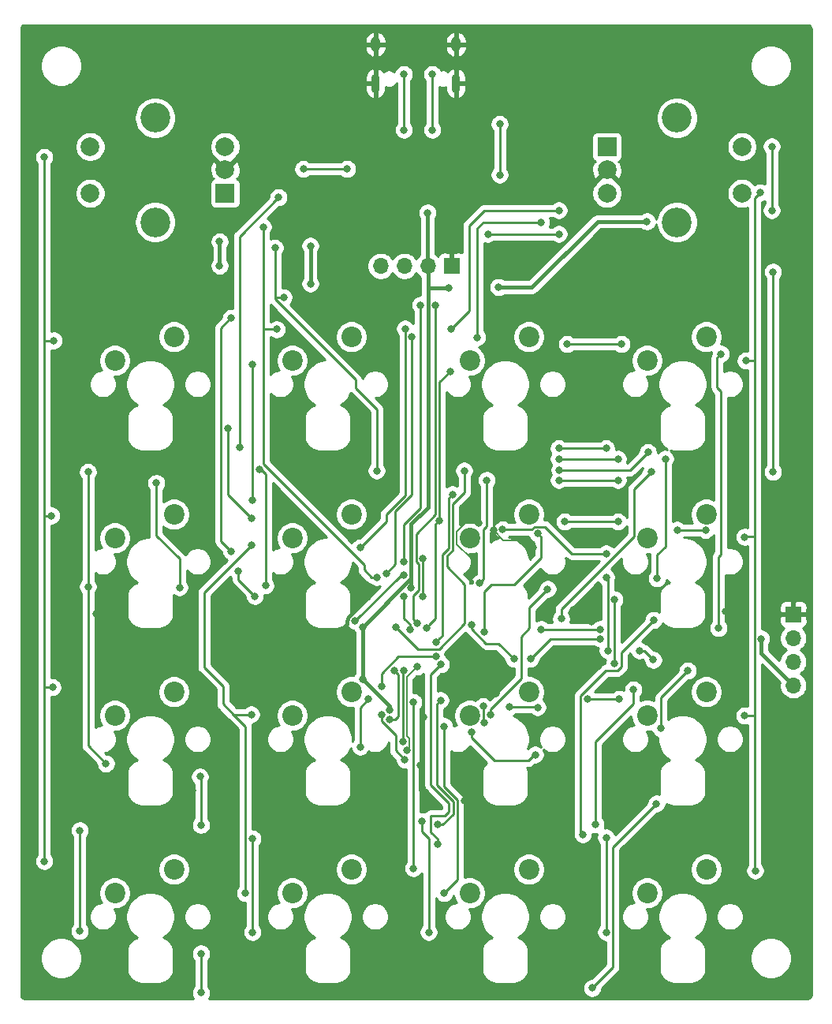
<source format=gbr>
%TF.GenerationSoftware,KiCad,Pcbnew,(5.1.6)-1*%
%TF.CreationDate,2020-09-18T23:02:28-05:00*%
%TF.ProjectId,rocketboard-16,726f636b-6574-4626-9f61-72642d31362e,1.1*%
%TF.SameCoordinates,Original*%
%TF.FileFunction,Copper,L1,Top*%
%TF.FilePolarity,Positive*%
%FSLAX46Y46*%
G04 Gerber Fmt 4.6, Leading zero omitted, Abs format (unit mm)*
G04 Created by KiCad (PCBNEW (5.1.6)-1) date 2020-09-18 23:02:28*
%MOMM*%
%LPD*%
G01*
G04 APERTURE LIST*
%TA.AperFunction,ComponentPad*%
%ADD10C,2.000000*%
%TD*%
%TA.AperFunction,ComponentPad*%
%ADD11C,3.200000*%
%TD*%
%TA.AperFunction,ComponentPad*%
%ADD12R,2.000000X2.000000*%
%TD*%
%TA.AperFunction,ComponentPad*%
%ADD13O,1.000000X1.600000*%
%TD*%
%TA.AperFunction,ComponentPad*%
%ADD14O,0.900000X2.100000*%
%TD*%
%TA.AperFunction,ComponentPad*%
%ADD15C,2.200000*%
%TD*%
%TA.AperFunction,ComponentPad*%
%ADD16R,1.700000X1.700000*%
%TD*%
%TA.AperFunction,ComponentPad*%
%ADD17O,1.700000X1.700000*%
%TD*%
%TA.AperFunction,ViaPad*%
%ADD18C,0.800000*%
%TD*%
%TA.AperFunction,ViaPad*%
%ADD19C,0.600000*%
%TD*%
%TA.AperFunction,Conductor*%
%ADD20C,0.381000*%
%TD*%
%TA.AperFunction,Conductor*%
%ADD21C,0.254000*%
%TD*%
%TA.AperFunction,Conductor*%
%ADD22C,0.152400*%
%TD*%
G04 APERTURE END LIST*
D10*
%TO.P,SW3,S1*%
%TO.N,COL3*%
X158090000Y-64200000D03*
%TO.P,SW3,S2*%
%TO.N,Net-(D19-Pad2)*%
X158090000Y-59200000D03*
D11*
%TO.P,SW3,MP*%
%TO.N,N/C*%
X151090000Y-67300000D03*
X151090000Y-56100000D03*
D10*
%TO.P,SW3,B*%
%TO.N,EC2_B*%
X143590000Y-64200000D03*
%TO.P,SW3,C*%
%TO.N,GND*%
X143590000Y-61700000D03*
D12*
%TO.P,SW3,A*%
%TO.N,EC2_A*%
X143590000Y-59200000D03*
%TD*%
D10*
%TO.P,SW2,S1*%
%TO.N,COL0*%
X88100000Y-59200000D03*
%TO.P,SW2,S2*%
%TO.N,Net-(D18-Pad2)*%
X88100000Y-64200000D03*
D11*
%TO.P,SW2,MP*%
%TO.N,N/C*%
X95100000Y-56100000D03*
X95100000Y-67300000D03*
D10*
%TO.P,SW2,B*%
%TO.N,EC1_B*%
X102600000Y-59200000D03*
%TO.P,SW2,C*%
%TO.N,GND*%
X102600000Y-61700000D03*
D12*
%TO.P,SW2,A*%
%TO.N,EC1_A*%
X102600000Y-64200000D03*
%TD*%
D13*
%TO.P,P1,S1*%
%TO.N,GND*%
X118740000Y-48230000D03*
X127380000Y-48230000D03*
D14*
X118740000Y-52410000D03*
X127380000Y-52410000D03*
%TD*%
D15*
%TO.P,K16,2*%
%TO.N,COL3*%
X147900000Y-139290000D03*
%TO.P,K16,1*%
%TO.N,Net-(D16-Pad2)*%
X154250000Y-136750000D03*
%TD*%
%TO.P,K15,2*%
%TO.N,COL2*%
X128850000Y-139290000D03*
%TO.P,K15,1*%
%TO.N,Net-(D15-Pad2)*%
X135200000Y-136750000D03*
%TD*%
%TO.P,K14,2*%
%TO.N,COL1*%
X109800000Y-139290000D03*
%TO.P,K14,1*%
%TO.N,Net-(D14-Pad2)*%
X116150000Y-136750000D03*
%TD*%
%TO.P,K13,2*%
%TO.N,COL0*%
X90750000Y-139290000D03*
%TO.P,K13,1*%
%TO.N,Net-(D13-Pad2)*%
X97100000Y-136750000D03*
%TD*%
%TO.P,K12,2*%
%TO.N,COL3*%
X147900000Y-120240000D03*
%TO.P,K12,1*%
%TO.N,Net-(D12-Pad2)*%
X154250000Y-117700000D03*
%TD*%
%TO.P,K11,2*%
%TO.N,COL2*%
X128850000Y-120240000D03*
%TO.P,K11,1*%
%TO.N,Net-(D11-Pad2)*%
X135200000Y-117700000D03*
%TD*%
%TO.P,K10,2*%
%TO.N,COL1*%
X109800000Y-120240000D03*
%TO.P,K10,1*%
%TO.N,Net-(D10-Pad2)*%
X116150000Y-117700000D03*
%TD*%
%TO.P,K9,2*%
%TO.N,COL0*%
X90750000Y-120240000D03*
%TO.P,K9,1*%
%TO.N,Net-(D9-Pad2)*%
X97100000Y-117700000D03*
%TD*%
%TO.P,K8,2*%
%TO.N,COL3*%
X147900000Y-101190000D03*
%TO.P,K8,1*%
%TO.N,Net-(D8-Pad2)*%
X154250000Y-98650000D03*
%TD*%
%TO.P,K7,2*%
%TO.N,COL2*%
X128850000Y-101190000D03*
%TO.P,K7,1*%
%TO.N,Net-(D7-Pad2)*%
X135200000Y-98650000D03*
%TD*%
%TO.P,K6,2*%
%TO.N,COL1*%
X109800000Y-101190000D03*
%TO.P,K6,1*%
%TO.N,Net-(D6-Pad2)*%
X116150000Y-98650000D03*
%TD*%
%TO.P,K5,2*%
%TO.N,COL0*%
X90750000Y-101190000D03*
%TO.P,K5,1*%
%TO.N,Net-(D5-Pad2)*%
X97100000Y-98650000D03*
%TD*%
%TO.P,K4,2*%
%TO.N,COL3*%
X147900000Y-82140000D03*
%TO.P,K4,1*%
%TO.N,Net-(D4-Pad2)*%
X154250000Y-79600000D03*
%TD*%
%TO.P,K3,2*%
%TO.N,COL2*%
X128850000Y-82140000D03*
%TO.P,K3,1*%
%TO.N,Net-(D3-Pad2)*%
X135200000Y-79600000D03*
%TD*%
%TO.P,K2,2*%
%TO.N,COL1*%
X109800000Y-82140000D03*
%TO.P,K2,1*%
%TO.N,Net-(D2-Pad2)*%
X116150000Y-79600000D03*
%TD*%
%TO.P,K1,2*%
%TO.N,COL0*%
X90750000Y-82140000D03*
%TO.P,K1,1*%
%TO.N,Net-(D1-Pad2)*%
X97100000Y-79600000D03*
%TD*%
D16*
%TO.P,U4,1*%
%TO.N,GND*%
X126920000Y-72000000D03*
D17*
%TO.P,U4,2*%
%TO.N,VCC*%
X124380000Y-72000000D03*
%TO.P,U4,3*%
%TO.N,SCL*%
X121840000Y-72000000D03*
%TO.P,U4,4*%
%TO.N,SDA*%
X119300000Y-72000000D03*
%TD*%
%TO.P,J1,4*%
%TO.N,VCC*%
X163600000Y-117020000D03*
%TO.P,J1,3*%
%TO.N,SWDIO*%
X163600000Y-114480000D03*
%TO.P,J1,2*%
%TO.N,SWCLK*%
X163600000Y-111940000D03*
D16*
%TO.P,J1,1*%
%TO.N,GND*%
X163600000Y-109400000D03*
%TD*%
D18*
%TO.N,VCC*%
X124333000Y-66294000D03*
X122555000Y-106553000D03*
X117348000Y-110744000D03*
X117348000Y-116332000D03*
X120269000Y-119634000D03*
X160147000Y-112014000D03*
X111760000Y-69850000D03*
X111760000Y-73914000D03*
X102000000Y-71980000D03*
X102000000Y-69380000D03*
X126610000Y-74330000D03*
X131960000Y-74280000D03*
X147870000Y-67230000D03*
%TO.N,Net-(D10-Pad2)*%
X117100000Y-123600000D03*
X118000000Y-118500000D03*
%TO.N,SCL*%
X123190000Y-110363000D03*
X125170500Y-76200000D03*
%TO.N,SDA*%
X122421777Y-111003186D03*
X121793000Y-107442000D03*
X121764500Y-103759000D03*
X123571000Y-76200000D03*
%TO.N,COL0*%
X83185000Y-60325000D03*
X83185000Y-135890000D03*
X84201000Y-80010000D03*
X83947000Y-98806000D03*
X84074000Y-117221000D03*
X121666000Y-123063000D03*
X121763157Y-115408695D03*
%TO.N,COL1*%
X105537000Y-82550000D03*
X105537000Y-97155000D03*
X105410000Y-101981000D03*
X104775000Y-139319000D03*
X105410000Y-120142000D03*
X120269000Y-120650000D03*
X120763295Y-115425986D03*
%TO.N,COL2*%
X125603000Y-99314000D03*
X131064000Y-120142000D03*
X126111000Y-121412000D03*
X126111000Y-139319000D03*
X124206000Y-110871000D03*
X126746000Y-83312000D03*
X137223790Y-106680000D03*
%TO.N,COL3*%
X160020000Y-64135000D03*
X159512000Y-136906000D03*
X158369000Y-120269000D03*
X158369000Y-101092000D03*
X158496000Y-82169000D03*
X138430000Y-94996000D03*
X144780000Y-94996000D03*
X127000000Y-96520000D03*
X125222000Y-112395000D03*
%TO.N,GND*%
X119761000Y-54991000D03*
X127127000Y-54483000D03*
X129667000Y-56769000D03*
X114427000Y-118618000D03*
X114554000Y-116078000D03*
X107569000Y-118725010D03*
X106172000Y-115062000D03*
X123536000Y-125603000D03*
X131699782Y-117855218D03*
X99060000Y-128270000D03*
X89662000Y-129540000D03*
X108839000Y-129413000D03*
X118237000Y-128270000D03*
D19*
X129026571Y-105944999D03*
D18*
X154432000Y-129413000D03*
X146939000Y-129540000D03*
X137033000Y-128270000D03*
X154559000Y-148209000D03*
X146939000Y-148082000D03*
X136779000Y-147193000D03*
X127889000Y-148463000D03*
X117729000Y-147193000D03*
X108839000Y-148463000D03*
X98679000Y-147193000D03*
X89789000Y-148336000D03*
X156302000Y-109093000D03*
X146939000Y-110236000D03*
X155194000Y-114681000D03*
X149733000Y-115189000D03*
X136594567Y-109162567D03*
X107696000Y-109347000D03*
X98806000Y-109093000D03*
X88773000Y-109347000D03*
X88900000Y-90424000D03*
X98679000Y-90170000D03*
X108839000Y-91186000D03*
X117729000Y-90043000D03*
X127889000Y-91186000D03*
X136906000Y-90043000D03*
X146939000Y-91186000D03*
X154559000Y-91059000D03*
X125857000Y-60579000D03*
X120777000Y-60452000D03*
X117221000Y-59182000D03*
X111125000Y-64770000D03*
X113030000Y-64770000D03*
X98800000Y-72800000D03*
X90500000Y-72800000D03*
X101346000Y-73279000D03*
X102870000Y-109347000D03*
X102235000Y-111633000D03*
X104013000Y-119034000D03*
X117872772Y-107517545D03*
X114000000Y-111500000D03*
X144700000Y-104500000D03*
X129800000Y-99600000D03*
X131400000Y-100400000D03*
X135700000Y-102200000D03*
X123929999Y-120403000D03*
X132207000Y-115316000D03*
X140400000Y-113200000D03*
X141900000Y-110200000D03*
X140000000Y-108900000D03*
X128262034Y-129385533D03*
X125200000Y-129900000D03*
X112250000Y-75340000D03*
X112510000Y-78520000D03*
%TO.N,+5V*%
X132080000Y-56769000D03*
X132080000Y-62230000D03*
X115697000Y-61595000D03*
X110998000Y-61595000D03*
X138430000Y-92710000D03*
X144780000Y-92710000D03*
X87884000Y-106426000D03*
X87884000Y-94107000D03*
X106934000Y-106299000D03*
X130683000Y-94996000D03*
X148971000Y-105537000D03*
X149860000Y-92710000D03*
X86995000Y-143383000D03*
X86995000Y-132588000D03*
X105537000Y-143510000D03*
X105537000Y-133477000D03*
X124460000Y-143510000D03*
X143510000Y-143510000D03*
X143510000Y-133350000D03*
X144399000Y-114681000D03*
X108331000Y-64643000D03*
X104140000Y-91440000D03*
X106271572Y-93837707D03*
X123700000Y-131600000D03*
X144400000Y-107800000D03*
X89800000Y-125400000D03*
X129921000Y-106045000D03*
%TO.N,ROW1*%
X155829000Y-81442000D03*
X155575000Y-110871000D03*
X142875000Y-112014000D03*
X135382000Y-114173000D03*
X133604000Y-114173000D03*
X129032000Y-110525000D03*
X139319000Y-80391000D03*
X145161000Y-80391000D03*
%TO.N,ROW2*%
X139065000Y-99441000D03*
X144780000Y-99441000D03*
X151130000Y-100330000D03*
X154177210Y-100348443D03*
X136144000Y-100711000D03*
X130429000Y-111252000D03*
%TO.N,ROW3*%
X119380000Y-120142000D03*
X119380000Y-117094000D03*
X125222000Y-113919000D03*
X121900000Y-125000000D03*
X144907000Y-118491000D03*
X130429000Y-121031000D03*
X141478000Y-118491000D03*
X136144000Y-119380000D03*
X130302000Y-119253000D03*
X133160282Y-119315718D03*
%TO.N,Row4*%
X122809000Y-136652000D03*
X122809000Y-118822000D03*
%TO.N,ROW0*%
X130810000Y-68580000D03*
X138430000Y-68580000D03*
X138684000Y-109855000D03*
X148336000Y-94107000D03*
X161417000Y-94107000D03*
X161417000Y-72644000D03*
%TO.N,Net-(D19-Pad2)*%
X161290000Y-66040000D03*
X161290000Y-59182000D03*
%TO.N,SWDIO*%
X125749950Y-114768277D03*
X125384000Y-134062296D03*
%TO.N,SWCLK*%
X146431000Y-117475000D03*
X125730000Y-118618000D03*
X125384000Y-131953000D03*
X142367000Y-131953000D03*
%TO.N,BOOT1*%
X143510000Y-102870000D03*
X143510000Y-105410000D03*
X143672000Y-113284000D03*
X147066000Y-113284000D03*
X148559017Y-114269017D03*
X132392238Y-100275551D03*
%TO.N,BOOT0*%
X129029414Y-122044414D03*
X135890000Y-124460000D03*
X149383862Y-121618495D03*
X152273000Y-115443000D03*
%TO.N,LED_SIG*%
X102870000Y-89408000D03*
X105410000Y-99060000D03*
%TO.N,Net-(P1-PadA5)*%
X121793000Y-51435000D03*
X121793000Y-57404000D03*
%TO.N,Net-(P1-PadB5)*%
X124841000Y-51435000D03*
X124841000Y-57404000D03*
%TO.N,Net-(R8-Pad1)*%
X122082000Y-123972366D03*
X123200000Y-115000000D03*
%TO.N,Net-(R9-Pad1)*%
X123825000Y-103378000D03*
X123825000Y-107442000D03*
%TO.N,EC1_A_DB*%
X118872000Y-105410000D03*
X106680000Y-67818000D03*
%TO.N,EC2_A_DB*%
X126873000Y-78740000D03*
X121920000Y-78740000D03*
X117094000Y-102235000D03*
%TO.N,EC2_B_DB*%
X129667000Y-79660500D03*
X122647000Y-79629000D03*
X119888000Y-105029000D03*
%TO.N,Net-(K3-Pad4)*%
X138430000Y-91567000D03*
X143510000Y-91567000D03*
%TO.N,LED_R1*%
X148000000Y-91983000D03*
X138500000Y-93900000D03*
X95200000Y-95300000D03*
X97700000Y-106500000D03*
%TO.N,Net-(K6-Pad4)*%
X116566573Y-110120001D03*
X121764500Y-105168532D03*
%TO.N,Net-(K7-Pad4)*%
X136525000Y-110998000D03*
X142875000Y-110998000D03*
%TO.N,LED_R2*%
X148600000Y-110000000D03*
X141000000Y-133000000D03*
X100000000Y-132000000D03*
X99900000Y-126800000D03*
%TO.N,LED_R3*%
X148900000Y-129700000D03*
X142000000Y-149500000D03*
X100000000Y-150000000D03*
X100000000Y-145800000D03*
%TO.N,Net-(C31-Pad2)*%
X105791000Y-107442000D03*
X104013000Y-104775000D03*
X103251000Y-102616000D03*
X103251000Y-77597000D03*
%TO.N,EC2_A_DB*%
X138430000Y-66040000D03*
%TO.N,EC1_B_DB*%
X118872000Y-93980000D03*
X128270000Y-93980000D03*
X120904000Y-110744000D03*
%TO.N,EC1_A_DB*%
X108130000Y-78800000D03*
%TO.N,EC2_B_DB*%
X136510000Y-67310000D03*
%TO.N,EC1_B_DB*%
X108875000Y-75375000D03*
X107950000Y-70050000D03*
%TD*%
D20*
%TO.N,VCC*%
X124333000Y-71953000D02*
X124380000Y-72000000D01*
X124333000Y-66294000D02*
X124333000Y-71953000D01*
X124380000Y-96727000D02*
X124380000Y-96981000D01*
X124380000Y-96981000D02*
X124380000Y-97870000D01*
X124380000Y-97870000D02*
X122555000Y-99695000D01*
X122555000Y-105537000D02*
X117348000Y-110744000D01*
X122555000Y-104902000D02*
X122555000Y-105537000D01*
X122555000Y-104902000D02*
X122555000Y-106553000D01*
X122555000Y-99695000D02*
X122555000Y-104902000D01*
X117348000Y-110744000D02*
X117348000Y-116332000D01*
X117348000Y-116332000D02*
X120269000Y-119253000D01*
X120269000Y-119253000D02*
X120269000Y-119634000D01*
X160147000Y-113567000D02*
X163600000Y-117020000D01*
X160147000Y-112014000D02*
X160147000Y-113567000D01*
X111760000Y-69850000D02*
X111760000Y-73914000D01*
X102000000Y-71980000D02*
X102000000Y-69380000D01*
X102000000Y-69380000D02*
X102000000Y-69380000D01*
X124380000Y-74330000D02*
X126610000Y-74330000D01*
X124380000Y-72000000D02*
X124380000Y-74330000D01*
X124380000Y-74330000D02*
X124380000Y-96727000D01*
X131960000Y-74280000D02*
X135520000Y-74280000D01*
X135520000Y-74280000D02*
X142570000Y-67230000D01*
X142570000Y-67230000D02*
X147870000Y-67230000D01*
D21*
%TO.N,Net-(D10-Pad2)*%
X117100000Y-123600000D02*
X117100000Y-119400000D01*
X117100000Y-119400000D02*
X118000000Y-118500000D01*
%TO.N,SCL*%
X125148990Y-76221510D02*
X125170500Y-76200000D01*
X125148990Y-98692048D02*
X125148990Y-76221510D01*
X123097999Y-103726961D02*
X123097999Y-100743039D01*
X122790001Y-109963001D02*
X122790001Y-107401037D01*
X123097999Y-100743039D02*
X125148990Y-98692048D01*
X123190000Y-110363000D02*
X122790001Y-109963001D01*
X123370990Y-106820048D02*
X123370990Y-103999952D01*
X122790001Y-107401037D02*
X123370990Y-106820048D01*
X123370990Y-103999952D02*
X123097999Y-103726961D01*
%TO.N,SDA*%
X121793000Y-109808724D02*
X121793000Y-107442000D01*
X122421777Y-111003186D02*
X122421777Y-110437501D01*
X122421777Y-110437501D02*
X121793000Y-109808724D01*
X123571000Y-97947132D02*
X123571000Y-76200000D01*
X121764500Y-103759000D02*
X121764500Y-99753632D01*
X121764500Y-99753632D02*
X123571000Y-97947132D01*
%TO.N,COL0*%
X83185000Y-80010000D02*
X84201000Y-80010000D01*
X83185000Y-60325000D02*
X83185000Y-80010000D01*
X83185000Y-98806000D02*
X83947000Y-98806000D01*
X83185000Y-80010000D02*
X83185000Y-98806000D01*
X83185000Y-117221000D02*
X83185000Y-135890000D01*
X83185000Y-117221000D02*
X84074000Y-117221000D01*
X83185000Y-98806000D02*
X83185000Y-117221000D01*
X121666000Y-123063000D02*
X121666000Y-115505852D01*
X121666000Y-115505852D02*
X121763157Y-115408695D01*
%TO.N,COL1*%
X105537000Y-82550000D02*
X105537000Y-97155000D01*
X105410000Y-101981000D02*
X100330000Y-107061000D01*
X100330000Y-107061000D02*
X100330000Y-115062000D01*
X100330000Y-115062000D02*
X102235000Y-116967000D01*
X102235000Y-116967000D02*
X102362000Y-117094000D01*
X102362000Y-117094000D02*
X102362000Y-118999000D01*
X104775000Y-121412000D02*
X104775000Y-139319000D01*
X103505000Y-120142000D02*
X104775000Y-121412000D01*
X103505000Y-120142000D02*
X105410000Y-120142000D01*
X102362000Y-118999000D02*
X103505000Y-120142000D01*
X121163294Y-115825985D02*
X120763295Y-115425986D01*
X120834685Y-120650000D02*
X121163294Y-120321391D01*
X121163294Y-120321391D02*
X121163294Y-115825985D01*
X120269000Y-120650000D02*
X120834685Y-120650000D01*
%TO.N,COL2*%
X125603000Y-99314000D02*
X125603000Y-84455000D01*
X125603000Y-84455000D02*
X126746000Y-83312000D01*
X125203001Y-109873999D02*
X124605999Y-110471001D01*
X125203001Y-99713999D02*
X125203001Y-109873999D01*
X125603000Y-99314000D02*
X125203001Y-99713999D01*
X124605999Y-110471001D02*
X124206000Y-110871000D01*
X131064000Y-120142000D02*
X131064000Y-119576315D01*
X134366000Y-116274315D02*
X134366000Y-111760000D01*
X131064000Y-119576315D02*
X134366000Y-116274315D01*
X135255000Y-108648790D02*
X137223790Y-106680000D01*
X135255000Y-110871000D02*
X135255000Y-108648790D01*
X134366000Y-111760000D02*
X135255000Y-110871000D01*
X127535022Y-129274922D02*
X127535022Y-137894978D01*
X126111000Y-127850900D02*
X127535022Y-129274922D01*
X127535022Y-137894978D02*
X126510999Y-138919001D01*
X126111000Y-121412000D02*
X126111000Y-127850900D01*
X126510999Y-138919001D02*
X126111000Y-139319000D01*
%TO.N,COL3*%
X160020000Y-64135000D02*
X159419999Y-64735001D01*
X159419999Y-136813999D02*
X159512000Y-136906000D01*
X159419999Y-120234001D02*
X158403999Y-120234001D01*
X159419999Y-120234001D02*
X159419999Y-136813999D01*
X158403999Y-120234001D02*
X158369000Y-120269000D01*
X158403999Y-101057001D02*
X158369000Y-101092000D01*
X159419999Y-101057001D02*
X158403999Y-101057001D01*
X159419999Y-101057001D02*
X159419999Y-120234001D01*
X159419999Y-82134001D02*
X158530999Y-82134001D01*
X158530999Y-82134001D02*
X158496000Y-82169000D01*
X159419999Y-82134001D02*
X159419999Y-101057001D01*
X159419999Y-64735001D02*
X159419999Y-82134001D01*
X144780000Y-94996000D02*
X138430000Y-94996000D01*
X126600001Y-102325969D02*
X125948988Y-102976982D01*
X126600001Y-96919999D02*
X126600001Y-102325969D01*
X125948988Y-111668012D02*
X125621999Y-111995001D01*
X127000000Y-96520000D02*
X126600001Y-96919999D01*
X125948988Y-102976982D02*
X125948988Y-111668012D01*
X125621999Y-111995001D02*
X125222000Y-112395000D01*
D22*
%TO.N,GND*%
X123929999Y-120403000D02*
X123929999Y-125209001D01*
X123929999Y-125209001D02*
X123536000Y-125603000D01*
D20*
X131699782Y-117855218D02*
X131699782Y-115823218D01*
X131699782Y-115823218D02*
X132207000Y-115316000D01*
X115827412Y-109689220D02*
X117472773Y-108043859D01*
X117472773Y-108043859D02*
X117472773Y-107917544D01*
X115824569Y-109692062D02*
X115827412Y-109689220D01*
X115664626Y-110076311D02*
X115830994Y-109709133D01*
X115664626Y-110401059D02*
X115664626Y-110076311D01*
X117472773Y-107917544D02*
X117872772Y-107517545D01*
X114565685Y-111500000D02*
X115664626Y-110401059D01*
X115830994Y-109709133D02*
X115824569Y-109692062D01*
X114000000Y-111500000D02*
X114565685Y-111500000D01*
D22*
X127473799Y-101850577D02*
X127473799Y-100529423D01*
X129026571Y-103403349D02*
X127473799Y-101850577D01*
X128403222Y-99600000D02*
X129800000Y-99600000D01*
X127473799Y-100529423D02*
X128403222Y-99600000D01*
X129026571Y-105944999D02*
X129026571Y-103403349D01*
X134953799Y-101453799D02*
X135700000Y-102200000D01*
X132453799Y-101453799D02*
X134953799Y-101453799D01*
X131400000Y-100400000D02*
X132453799Y-101453799D01*
D20*
X141900000Y-110200000D02*
X141300000Y-110200000D01*
X141300000Y-110200000D02*
X140000000Y-108900000D01*
X123536000Y-125603000D02*
X123536000Y-128236000D01*
X123536000Y-128236000D02*
X125200000Y-129900000D01*
D21*
%TO.N,+5V*%
X132080000Y-56769000D02*
X132080000Y-62230000D01*
X115697000Y-61595000D02*
X110998000Y-61595000D01*
X138430000Y-92710000D02*
X144780000Y-92710000D01*
X87884000Y-106426000D02*
X87884000Y-94107000D01*
X106934000Y-106299000D02*
X106934000Y-94742000D01*
X149860000Y-102136038D02*
X149860000Y-92710000D01*
X148971000Y-105537000D02*
X148971000Y-103025038D01*
X148971000Y-103025038D02*
X149860000Y-102136038D01*
X86995000Y-143383000D02*
X86995000Y-132588000D01*
X105537000Y-143510000D02*
X105537000Y-133477000D01*
X124460000Y-143510000D02*
X124460000Y-133477000D01*
X143510000Y-143510000D02*
X143510000Y-133350000D01*
X108331000Y-64643000D02*
X104140000Y-68834000D01*
X104140000Y-68834000D02*
X104140000Y-91440000D01*
X106934000Y-94742000D02*
X106934000Y-94334000D01*
X106934000Y-94334000D02*
X106300000Y-93700000D01*
X124460000Y-133477000D02*
X123700000Y-132717000D01*
X123700000Y-132717000D02*
X123700000Y-131600000D01*
X144399000Y-114681000D02*
X144399000Y-107801000D01*
X144399000Y-107801000D02*
X144400000Y-107800000D01*
X87884000Y-106426000D02*
X87884000Y-123484000D01*
X87884000Y-123484000D02*
X89800000Y-125400000D01*
X130320999Y-100303039D02*
X130683000Y-99941038D01*
X130320999Y-105645001D02*
X130320999Y-100303039D01*
X130683000Y-99941038D02*
X130683000Y-94996000D01*
X129921000Y-106045000D02*
X130320999Y-105645001D01*
%TO.N,ROW1*%
X155575000Y-103203038D02*
X155575000Y-110871000D01*
X155829000Y-102949038D02*
X155575000Y-103203038D01*
X155429001Y-85060963D02*
X155829000Y-85460962D01*
X155429001Y-81841999D02*
X155429001Y-85060963D01*
X155829000Y-81442000D02*
X155429001Y-81841999D01*
X155829000Y-85460962D02*
X155829000Y-102949038D01*
X142875000Y-112014000D02*
X137541000Y-112014000D01*
X137541000Y-112014000D02*
X135382000Y-114173000D01*
X133604000Y-114173000D02*
X131953000Y-112522000D01*
X129032000Y-110930962D02*
X129032000Y-110525000D01*
X131953000Y-112522000D02*
X130623038Y-112522000D01*
X130623038Y-112522000D02*
X129032000Y-110930962D01*
X139319000Y-80391000D02*
X145161000Y-80391000D01*
%TO.N,ROW2*%
X139065000Y-99441000D02*
X144780000Y-99441000D01*
X151130000Y-100330000D02*
X154158767Y-100330000D01*
X154158767Y-100330000D02*
X154177210Y-100348443D01*
X136144000Y-100711000D02*
X136543999Y-101110999D01*
X133635972Y-106197990D02*
X131174918Y-106197990D01*
X130429000Y-106943908D02*
X130429000Y-111252000D01*
X136543999Y-103289963D02*
X133635972Y-106197990D01*
X136543999Y-101110999D02*
X136543999Y-103289963D01*
X131174918Y-106197990D02*
X130429000Y-106943908D01*
%TO.N,ROW3*%
X119380000Y-120142000D02*
X119380000Y-120836962D01*
X119380000Y-120836962D02*
X120904000Y-122360962D01*
X121222338Y-113919000D02*
X125222000Y-113919000D01*
X119380000Y-117094000D02*
X119380000Y-115761338D01*
X119380000Y-115761338D02*
X121222338Y-113919000D01*
X120904000Y-122360962D02*
X120904000Y-124004000D01*
X120904000Y-124004000D02*
X121900000Y-125000000D01*
X141478000Y-118491000D02*
X144907000Y-118491000D01*
X130429000Y-121031000D02*
X130302000Y-120904000D01*
X130302000Y-120904000D02*
X130302000Y-119253000D01*
X136079718Y-119315718D02*
X136144000Y-119380000D01*
X133160282Y-119315718D02*
X136079718Y-119315718D01*
%TO.N,Row4*%
X122809000Y-136652000D02*
X122809000Y-118822000D01*
%TO.N,ROW0*%
X130810000Y-68580000D02*
X138430000Y-68580000D01*
X161417000Y-94107000D02*
X161417000Y-72644000D01*
X146472999Y-101050001D02*
X146472999Y-95970001D01*
X146472999Y-95970001D02*
X148336000Y-94107000D01*
X138684000Y-108839000D02*
X146472999Y-101050001D01*
X138684000Y-109855000D02*
X138684000Y-108839000D01*
%TO.N,Net-(D19-Pad2)*%
X161290000Y-66040000D02*
X161290000Y-59182000D01*
%TO.N,SWDIO*%
X126627002Y-130548962D02*
X126154923Y-131021041D01*
X124656999Y-127681035D02*
X126627002Y-129651038D01*
X126627002Y-129651038D02*
X126627002Y-130548962D01*
X124656999Y-115861228D02*
X124656999Y-127681035D01*
X125749950Y-114768277D02*
X124656999Y-115861228D01*
X124656999Y-131021041D02*
X124656999Y-132769610D01*
X125384000Y-133496611D02*
X125384000Y-134062296D01*
X124656999Y-132769610D02*
X125384000Y-133496611D01*
X126154923Y-131021041D02*
X124656999Y-131021041D01*
%TO.N,SWCLK*%
X146431000Y-117475000D02*
X146431000Y-118999000D01*
X146431000Y-118999000D02*
X145923000Y-119507000D01*
X142367000Y-123063000D02*
X145923000Y-119507000D01*
X142367000Y-131953000D02*
X142367000Y-123063000D01*
X127081013Y-129462981D02*
X127081013Y-130821672D01*
X125330001Y-119017999D02*
X125330001Y-127711969D01*
X125330001Y-127711969D02*
X127081013Y-129462981D01*
X125949685Y-131953000D02*
X125384000Y-131953000D01*
X125730000Y-118618000D02*
X125330001Y-119017999D01*
X127081013Y-130821672D02*
X125949685Y-131953000D01*
%TO.N,BOOT1*%
X143510000Y-105410000D02*
X143672000Y-105572000D01*
X143672000Y-105572000D02*
X143672000Y-113284000D01*
X147066000Y-113284000D02*
X147574000Y-113284000D01*
X147574000Y-113284000D02*
X148559017Y-114269017D01*
X143510000Y-102870000D02*
X139827000Y-102870000D01*
X136940999Y-99983999D02*
X135795039Y-99983999D01*
X139827000Y-102870000D02*
X136940999Y-99983999D01*
X135795039Y-99983999D02*
X135503487Y-100275551D01*
X135503487Y-100275551D02*
X132392238Y-100275551D01*
%TO.N,BOOT0*%
X131526316Y-125107001D02*
X135115999Y-125107001D01*
X129029414Y-122044414D02*
X129029414Y-122610099D01*
X129029414Y-122610099D02*
X131526316Y-125107001D01*
X135115999Y-125107001D02*
X135763000Y-124460000D01*
X135763000Y-124460000D02*
X135890000Y-124460000D01*
X149383862Y-121618495D02*
X149383862Y-118332138D01*
X149383862Y-118332138D02*
X152273000Y-115443000D01*
%TO.N,LED_SIG*%
X102870000Y-89408000D02*
X102870000Y-96520000D01*
X102870000Y-96520000D02*
X105410000Y-99060000D01*
%TO.N,Net-(P1-PadA5)*%
X121793000Y-51435000D02*
X121793000Y-57404000D01*
%TO.N,Net-(P1-PadB5)*%
X124841000Y-51435000D02*
X124841000Y-57404000D01*
D22*
%TO.N,Net-(R8-Pad1)*%
X122342201Y-123712165D02*
X122082000Y-123972366D01*
X122082000Y-122478222D02*
X122342201Y-122738423D01*
X122342201Y-122738423D02*
X122342201Y-123712165D01*
X123200000Y-115000000D02*
X122082000Y-116118000D01*
X122082000Y-116118000D02*
X122082000Y-122478222D01*
D21*
%TO.N,Net-(R9-Pad1)*%
X123825000Y-103378000D02*
X123825000Y-107442000D01*
%TO.N,EC1_A_DB*%
X118306315Y-105410000D02*
X117512999Y-104616684D01*
X118872000Y-105410000D02*
X118306315Y-105410000D01*
X117512999Y-104050999D02*
X106680000Y-93218000D01*
X117512999Y-104616684D02*
X117512999Y-104050999D01*
%TO.N,EC2_A_DB*%
X128778000Y-76835000D02*
X126873000Y-78740000D01*
X128778000Y-67691000D02*
X128778000Y-76835000D01*
X130429000Y-66040000D02*
X128778000Y-67691000D01*
X121920000Y-78740000D02*
X121920000Y-96647000D01*
X121920000Y-96647000D02*
X119888000Y-98679000D01*
X119888000Y-98679000D02*
X119888000Y-99441000D01*
X119888000Y-99441000D02*
X117094000Y-102235000D01*
%TO.N,EC2_B_DB*%
X130302000Y-67310000D02*
X129667000Y-67945000D01*
X129667000Y-67945000D02*
X129667000Y-79660500D01*
X122647000Y-79629000D02*
X122647000Y-96520000D01*
X122647000Y-96520000D02*
X122647000Y-96562066D01*
X122647000Y-96562066D02*
X120888003Y-98321063D01*
X120888003Y-98321063D02*
X120888003Y-101219000D01*
X120888003Y-101219000D02*
X120888003Y-104028997D01*
X120888003Y-104028997D02*
X119888000Y-105029000D01*
%TO.N,Net-(K3-Pad4)*%
X138430000Y-91567000D02*
X143510000Y-91567000D01*
%TO.N,LED_R1*%
X148000000Y-91983000D02*
X146083000Y-93900000D01*
X146083000Y-93900000D02*
X138500000Y-93900000D01*
X97700000Y-103426038D02*
X97700000Y-106500000D01*
X95200000Y-95300000D02*
X95200000Y-100926038D01*
X95200000Y-100926038D02*
X97700000Y-103426038D01*
%TO.N,Net-(K6-Pad4)*%
X116566573Y-110120001D02*
X121530574Y-105156000D01*
X121530574Y-105156000D02*
X121539000Y-105156000D01*
X121530574Y-105156000D02*
X121751968Y-105156000D01*
X121751968Y-105156000D02*
X121764500Y-105168532D01*
%TO.N,Net-(K7-Pad4)*%
X136525000Y-110998000D02*
X142875000Y-110998000D01*
%TO.N,LED_R2*%
X148600000Y-110000000D02*
X145126001Y-113473999D01*
X144747961Y-115408001D02*
X143485037Y-115408001D01*
X140750999Y-132750999D02*
X141000000Y-133000000D01*
X145126001Y-115029961D02*
X144747961Y-115408001D01*
X140750999Y-118142039D02*
X140750999Y-132750999D01*
X145126001Y-113473999D02*
X145126001Y-115029961D01*
X143485037Y-115408001D02*
X140750999Y-118142039D01*
X100000000Y-132000000D02*
X100000000Y-126900000D01*
X100000000Y-126900000D02*
X99900000Y-126800000D01*
%TO.N,LED_R3*%
X144237001Y-147262999D02*
X142000000Y-149500000D01*
X148900000Y-129700000D02*
X144237001Y-134362999D01*
X144237001Y-134362999D02*
X144237001Y-147262999D01*
X100000000Y-150000000D02*
X100000000Y-145800000D01*
%TO.N,Net-(C31-Pad2)*%
X105791000Y-107442000D02*
X104013000Y-105664000D01*
X104013000Y-105664000D02*
X104013000Y-104775000D01*
X103251000Y-102616000D02*
X102235000Y-101600000D01*
X102142999Y-101507999D02*
X102142999Y-78647999D01*
X102235000Y-101600000D02*
X102142999Y-101507999D01*
X102142999Y-78647999D02*
X103193998Y-77597000D01*
X103193998Y-77597000D02*
X103251000Y-77597000D01*
%TO.N,EC2_A_DB*%
X138430000Y-66040000D02*
X130429000Y-66040000D01*
%TO.N,EC1_B_DB*%
X126402999Y-104294961D02*
X126402999Y-103165039D01*
X118872000Y-93980000D02*
X118872000Y-87376000D01*
X128304999Y-110387963D02*
X128304999Y-106196961D01*
X118872000Y-87376000D02*
X116586000Y-85090000D01*
X127070589Y-97525373D02*
X128270000Y-96325962D01*
X126402999Y-103165039D02*
X127070589Y-102497449D01*
X128270000Y-96325962D02*
X128270000Y-93980000D01*
X127070589Y-102497449D02*
X127070589Y-97525373D01*
X128304999Y-106196961D02*
X126402999Y-104294961D01*
X123282001Y-113122001D02*
X125570961Y-113122001D01*
X120904000Y-110744000D02*
X123282001Y-113122001D01*
X116586000Y-84212038D02*
X107950000Y-75576038D01*
X116586000Y-85090000D02*
X116586000Y-84212038D01*
X125570961Y-113122001D02*
X128304999Y-110387963D01*
%TO.N,EC1_A_DB*%
X106710000Y-78800000D02*
X106680000Y-78770000D01*
X108130000Y-78800000D02*
X106710000Y-78800000D01*
X106680000Y-93218000D02*
X106680000Y-78770000D01*
X106680000Y-78770000D02*
X106680000Y-67818000D01*
%TO.N,EC2_B_DB*%
X136510000Y-67310000D02*
X130302000Y-67310000D01*
%TO.N,EC1_B_DB*%
X108075000Y-75375000D02*
X107950000Y-75250000D01*
X108875000Y-75375000D02*
X108075000Y-75375000D01*
X107950000Y-75576038D02*
X107950000Y-75250000D01*
X107950000Y-75250000D02*
X107950000Y-70050000D01*
%TD*%
%TO.N,GND*%
G36*
X165260547Y-46194222D02*
G01*
X165318786Y-46211805D01*
X165372501Y-46240366D01*
X165419646Y-46278816D01*
X165458424Y-46325691D01*
X165487358Y-46379204D01*
X165505349Y-46437323D01*
X165515001Y-46529154D01*
X165515000Y-150266495D01*
X165505778Y-150360546D01*
X165488194Y-150418787D01*
X165459635Y-150472500D01*
X165421183Y-150519646D01*
X165374310Y-150558423D01*
X165320796Y-150587358D01*
X165262677Y-150605349D01*
X165170855Y-150615000D01*
X100833854Y-150615000D01*
X100917205Y-150490256D01*
X100995226Y-150301898D01*
X101035000Y-150101939D01*
X101035000Y-149898061D01*
X100995226Y-149698102D01*
X100917205Y-149509744D01*
X100803937Y-149340226D01*
X100762000Y-149298289D01*
X100762000Y-146501711D01*
X100803937Y-146459774D01*
X100917205Y-146290256D01*
X100995226Y-146101898D01*
X101035000Y-145901939D01*
X101035000Y-145698061D01*
X100995226Y-145498102D01*
X100917205Y-145309744D01*
X100803937Y-145140226D01*
X100659774Y-144996063D01*
X100490256Y-144882795D01*
X100301898Y-144804774D01*
X100101939Y-144765000D01*
X99898061Y-144765000D01*
X99698102Y-144804774D01*
X99509744Y-144882795D01*
X99340226Y-144996063D01*
X99196063Y-145140226D01*
X99082795Y-145309744D01*
X99004774Y-145498102D01*
X98965000Y-145698061D01*
X98965000Y-145901939D01*
X99004774Y-146101898D01*
X99082795Y-146290256D01*
X99196063Y-146459774D01*
X99238001Y-146501712D01*
X99238000Y-149298289D01*
X99196063Y-149340226D01*
X99082795Y-149509744D01*
X99004774Y-149698102D01*
X98965000Y-149898061D01*
X98965000Y-150101939D01*
X99004774Y-150301898D01*
X99082795Y-150490256D01*
X99166146Y-150615000D01*
X81033505Y-150615000D01*
X80939454Y-150605778D01*
X80881213Y-150588194D01*
X80827500Y-150559635D01*
X80780354Y-150521183D01*
X80741577Y-150474310D01*
X80712642Y-150420796D01*
X80694651Y-150362677D01*
X80685000Y-150270855D01*
X80685000Y-146079872D01*
X82765000Y-146079872D01*
X82765000Y-146520128D01*
X82850890Y-146951925D01*
X83019369Y-147358669D01*
X83263962Y-147724729D01*
X83575271Y-148036038D01*
X83941331Y-148280631D01*
X84348075Y-148449110D01*
X84779872Y-148535000D01*
X85220128Y-148535000D01*
X85651925Y-148449110D01*
X86058669Y-148280631D01*
X86424729Y-148036038D01*
X86736038Y-147724729D01*
X86980631Y-147358669D01*
X87149110Y-146951925D01*
X87235000Y-146520128D01*
X87235000Y-146079872D01*
X87149110Y-145648075D01*
X86980631Y-145241331D01*
X86736038Y-144875271D01*
X86424729Y-144563962D01*
X86058669Y-144319369D01*
X85651925Y-144150890D01*
X85220128Y-144065000D01*
X84779872Y-144065000D01*
X84348075Y-144150890D01*
X83941331Y-144319369D01*
X83575271Y-144563962D01*
X83263962Y-144875271D01*
X83019369Y-145241331D01*
X82850890Y-145648075D01*
X82765000Y-146079872D01*
X80685000Y-146079872D01*
X80685000Y-60223061D01*
X82150000Y-60223061D01*
X82150000Y-60426939D01*
X82189774Y-60626898D01*
X82267795Y-60815256D01*
X82381063Y-60984774D01*
X82423000Y-61026711D01*
X82423001Y-79972564D01*
X82419314Y-80010000D01*
X82423000Y-80047426D01*
X82423001Y-98768564D01*
X82419314Y-98806000D01*
X82423000Y-98843426D01*
X82423001Y-117183564D01*
X82419314Y-117221000D01*
X82423000Y-117258426D01*
X82423001Y-135188288D01*
X82381063Y-135230226D01*
X82267795Y-135399744D01*
X82189774Y-135588102D01*
X82150000Y-135788061D01*
X82150000Y-135991939D01*
X82189774Y-136191898D01*
X82267795Y-136380256D01*
X82381063Y-136549774D01*
X82525226Y-136693937D01*
X82694744Y-136807205D01*
X82883102Y-136885226D01*
X83083061Y-136925000D01*
X83286939Y-136925000D01*
X83486898Y-136885226D01*
X83675256Y-136807205D01*
X83844774Y-136693937D01*
X83988937Y-136549774D01*
X84102205Y-136380256D01*
X84180226Y-136191898D01*
X84220000Y-135991939D01*
X84220000Y-135788061D01*
X84180226Y-135588102D01*
X84102205Y-135399744D01*
X83988937Y-135230226D01*
X83947000Y-135188289D01*
X83947000Y-132486061D01*
X85960000Y-132486061D01*
X85960000Y-132689939D01*
X85999774Y-132889898D01*
X86077795Y-133078256D01*
X86191063Y-133247774D01*
X86233001Y-133289712D01*
X86233000Y-142681289D01*
X86191063Y-142723226D01*
X86077795Y-142892744D01*
X85999774Y-143081102D01*
X85960000Y-143281061D01*
X85960000Y-143484939D01*
X85999774Y-143684898D01*
X86077795Y-143873256D01*
X86191063Y-144042774D01*
X86335226Y-144186937D01*
X86504744Y-144300205D01*
X86693102Y-144378226D01*
X86893061Y-144418000D01*
X87096939Y-144418000D01*
X87296898Y-144378226D01*
X87485256Y-144300205D01*
X87654774Y-144186937D01*
X87798937Y-144042774D01*
X87912205Y-143873256D01*
X87990226Y-143684898D01*
X88030000Y-143484939D01*
X88030000Y-143281061D01*
X87990226Y-143081102D01*
X87912205Y-142892744D01*
X87798937Y-142723226D01*
X87757000Y-142681289D01*
X87757000Y-141683740D01*
X87995000Y-141683740D01*
X87995000Y-141976260D01*
X88052068Y-142263158D01*
X88164010Y-142533411D01*
X88326525Y-142776632D01*
X88533368Y-142983475D01*
X88776589Y-143145990D01*
X89046842Y-143257932D01*
X89333740Y-143315000D01*
X89626260Y-143315000D01*
X89913158Y-143257932D01*
X90183411Y-143145990D01*
X90426632Y-142983475D01*
X90633475Y-142776632D01*
X90795990Y-142533411D01*
X90907932Y-142263158D01*
X90965000Y-141976260D01*
X90965000Y-141683740D01*
X90942471Y-141570475D01*
X91925000Y-141570475D01*
X91925000Y-142089525D01*
X92026261Y-142598601D01*
X92224893Y-143078141D01*
X92513262Y-143509715D01*
X92880285Y-143876738D01*
X93153893Y-144059557D01*
X93056068Y-144089839D01*
X93000916Y-144113024D01*
X92945462Y-144135428D01*
X92937325Y-144139754D01*
X92782815Y-144223298D01*
X92733241Y-144256736D01*
X92683167Y-144289503D01*
X92676026Y-144295327D01*
X92540686Y-144407290D01*
X92498544Y-144449727D01*
X92455794Y-144491591D01*
X92449921Y-144498692D01*
X92338906Y-144634811D01*
X92305803Y-144684635D01*
X92272008Y-144733991D01*
X92267625Y-144742098D01*
X92185163Y-144897187D01*
X92162361Y-144952510D01*
X92138804Y-145007470D01*
X92136079Y-145016273D01*
X92085310Y-145184425D01*
X92073694Y-145243092D01*
X92061253Y-145301621D01*
X92060290Y-145310786D01*
X92043150Y-145485597D01*
X92040000Y-145517582D01*
X92040001Y-147482419D01*
X92042776Y-147510599D01*
X92042738Y-147516099D01*
X92043637Y-147525271D01*
X92061997Y-147699957D01*
X92074033Y-147758592D01*
X92085235Y-147817316D01*
X92087898Y-147826138D01*
X92139839Y-147993931D01*
X92163024Y-148049086D01*
X92185428Y-148104539D01*
X92189753Y-148112671D01*
X92189755Y-148112676D01*
X92189758Y-148112680D01*
X92273298Y-148267186D01*
X92306758Y-148316793D01*
X92339503Y-148366833D01*
X92345327Y-148373974D01*
X92457290Y-148509314D01*
X92499746Y-148551475D01*
X92541591Y-148594205D01*
X92548692Y-148600079D01*
X92684810Y-148711094D01*
X92734645Y-148744204D01*
X92783991Y-148777992D01*
X92792098Y-148782375D01*
X92947187Y-148864837D01*
X93002510Y-148887639D01*
X93057470Y-148911196D01*
X93066273Y-148913921D01*
X93234425Y-148964690D01*
X93293092Y-148976306D01*
X93351621Y-148988747D01*
X93360786Y-148989710D01*
X93535596Y-149006850D01*
X93535598Y-149006850D01*
X93567581Y-149010000D01*
X95532419Y-149010000D01*
X95560608Y-149007224D01*
X95566099Y-149007262D01*
X95575271Y-149006363D01*
X95749957Y-148988003D01*
X95808592Y-148975967D01*
X95867316Y-148964765D01*
X95876138Y-148962102D01*
X96043931Y-148910161D01*
X96099086Y-148886976D01*
X96154539Y-148864572D01*
X96162671Y-148860247D01*
X96162676Y-148860245D01*
X96162680Y-148860242D01*
X96317186Y-148776702D01*
X96366793Y-148743242D01*
X96416833Y-148710497D01*
X96423974Y-148704673D01*
X96559314Y-148592710D01*
X96601475Y-148550254D01*
X96644205Y-148508409D01*
X96650079Y-148501308D01*
X96761094Y-148365190D01*
X96794204Y-148315355D01*
X96827992Y-148266009D01*
X96832375Y-148257902D01*
X96914837Y-148102813D01*
X96937639Y-148047490D01*
X96961196Y-147992530D01*
X96963921Y-147983727D01*
X97014690Y-147815575D01*
X97026306Y-147756908D01*
X97038747Y-147698379D01*
X97039710Y-147689214D01*
X97056850Y-147514404D01*
X97056850Y-147514402D01*
X97060000Y-147482419D01*
X97060000Y-145517581D01*
X97057224Y-145489392D01*
X97057262Y-145483901D01*
X97056363Y-145474729D01*
X97038003Y-145300042D01*
X97025967Y-145241406D01*
X97014765Y-145182684D01*
X97012102Y-145173862D01*
X96960161Y-145006068D01*
X96936976Y-144950916D01*
X96914572Y-144895462D01*
X96910246Y-144887325D01*
X96826702Y-144732815D01*
X96793264Y-144683241D01*
X96760497Y-144633167D01*
X96754673Y-144626026D01*
X96642710Y-144490686D01*
X96600273Y-144448544D01*
X96558409Y-144405794D01*
X96551308Y-144399921D01*
X96415189Y-144288906D01*
X96365365Y-144255803D01*
X96316009Y-144222008D01*
X96307902Y-144217625D01*
X96152813Y-144135163D01*
X96097490Y-144112361D01*
X96042530Y-144088804D01*
X96033727Y-144086079D01*
X95959813Y-144063763D01*
X96239715Y-143876738D01*
X96606738Y-143509715D01*
X96895107Y-143078141D01*
X97093739Y-142598601D01*
X97195000Y-142089525D01*
X97195000Y-141683740D01*
X98155000Y-141683740D01*
X98155000Y-141976260D01*
X98212068Y-142263158D01*
X98324010Y-142533411D01*
X98486525Y-142776632D01*
X98693368Y-142983475D01*
X98936589Y-143145990D01*
X99206842Y-143257932D01*
X99493740Y-143315000D01*
X99786260Y-143315000D01*
X100073158Y-143257932D01*
X100343411Y-143145990D01*
X100586632Y-142983475D01*
X100793475Y-142776632D01*
X100955990Y-142533411D01*
X101067932Y-142263158D01*
X101125000Y-141976260D01*
X101125000Y-141683740D01*
X101067932Y-141396842D01*
X100955990Y-141126589D01*
X100793475Y-140883368D01*
X100586632Y-140676525D01*
X100343411Y-140514010D01*
X100073158Y-140402068D01*
X99786260Y-140345000D01*
X99493740Y-140345000D01*
X99206842Y-140402068D01*
X98936589Y-140514010D01*
X98693368Y-140676525D01*
X98486525Y-140883368D01*
X98324010Y-141126589D01*
X98212068Y-141396842D01*
X98155000Y-141683740D01*
X97195000Y-141683740D01*
X97195000Y-141570475D01*
X97093739Y-141061399D01*
X96895107Y-140581859D01*
X96606738Y-140150285D01*
X96239715Y-139783262D01*
X95808141Y-139494893D01*
X95328601Y-139296261D01*
X94819525Y-139195000D01*
X94300475Y-139195000D01*
X93791399Y-139296261D01*
X93311859Y-139494893D01*
X92880285Y-139783262D01*
X92513262Y-140150285D01*
X92224893Y-140581859D01*
X92026261Y-141061399D01*
X91925000Y-141570475D01*
X90942471Y-141570475D01*
X90907932Y-141396842D01*
X90795990Y-141126589D01*
X90728110Y-141025000D01*
X90920883Y-141025000D01*
X91256081Y-140958325D01*
X91571831Y-140827537D01*
X91855998Y-140637663D01*
X92097663Y-140395998D01*
X92287537Y-140111831D01*
X92418325Y-139796081D01*
X92485000Y-139460883D01*
X92485000Y-139119117D01*
X92418325Y-138783919D01*
X92287537Y-138468169D01*
X92097663Y-138184002D01*
X91855998Y-137942337D01*
X91571831Y-137752463D01*
X91256081Y-137621675D01*
X90920883Y-137555000D01*
X90579117Y-137555000D01*
X90243919Y-137621675D01*
X89928169Y-137752463D01*
X89644002Y-137942337D01*
X89402337Y-138184002D01*
X89212463Y-138468169D01*
X89081675Y-138783919D01*
X89015000Y-139119117D01*
X89015000Y-139460883D01*
X89081675Y-139796081D01*
X89212463Y-140111831D01*
X89368261Y-140345000D01*
X89333740Y-140345000D01*
X89046842Y-140402068D01*
X88776589Y-140514010D01*
X88533368Y-140676525D01*
X88326525Y-140883368D01*
X88164010Y-141126589D01*
X88052068Y-141396842D01*
X87995000Y-141683740D01*
X87757000Y-141683740D01*
X87757000Y-136579117D01*
X95365000Y-136579117D01*
X95365000Y-136920883D01*
X95431675Y-137256081D01*
X95562463Y-137571831D01*
X95752337Y-137855998D01*
X95994002Y-138097663D01*
X96278169Y-138287537D01*
X96593919Y-138418325D01*
X96929117Y-138485000D01*
X97270883Y-138485000D01*
X97606081Y-138418325D01*
X97921831Y-138287537D01*
X98205998Y-138097663D01*
X98447663Y-137855998D01*
X98637537Y-137571831D01*
X98768325Y-137256081D01*
X98835000Y-136920883D01*
X98835000Y-136579117D01*
X98768325Y-136243919D01*
X98637537Y-135928169D01*
X98447663Y-135644002D01*
X98205998Y-135402337D01*
X97921831Y-135212463D01*
X97606081Y-135081675D01*
X97270883Y-135015000D01*
X96929117Y-135015000D01*
X96593919Y-135081675D01*
X96278169Y-135212463D01*
X95994002Y-135402337D01*
X95752337Y-135644002D01*
X95562463Y-135928169D01*
X95431675Y-136243919D01*
X95365000Y-136579117D01*
X87757000Y-136579117D01*
X87757000Y-133289711D01*
X87798937Y-133247774D01*
X87912205Y-133078256D01*
X87990226Y-132889898D01*
X88030000Y-132689939D01*
X88030000Y-132486061D01*
X87990226Y-132286102D01*
X87912205Y-132097744D01*
X87798937Y-131928226D01*
X87654774Y-131784063D01*
X87485256Y-131670795D01*
X87296898Y-131592774D01*
X87096939Y-131553000D01*
X86893061Y-131553000D01*
X86693102Y-131592774D01*
X86504744Y-131670795D01*
X86335226Y-131784063D01*
X86191063Y-131928226D01*
X86077795Y-132097744D01*
X85999774Y-132286102D01*
X85960000Y-132486061D01*
X83947000Y-132486061D01*
X83947000Y-118251015D01*
X83972061Y-118256000D01*
X84175939Y-118256000D01*
X84375898Y-118216226D01*
X84564256Y-118138205D01*
X84733774Y-118024937D01*
X84877937Y-117880774D01*
X84991205Y-117711256D01*
X85069226Y-117522898D01*
X85109000Y-117322939D01*
X85109000Y-117119061D01*
X85069226Y-116919102D01*
X84991205Y-116730744D01*
X84877937Y-116561226D01*
X84733774Y-116417063D01*
X84564256Y-116303795D01*
X84375898Y-116225774D01*
X84175939Y-116186000D01*
X83972061Y-116186000D01*
X83947000Y-116190985D01*
X83947000Y-99841000D01*
X84048939Y-99841000D01*
X84248898Y-99801226D01*
X84437256Y-99723205D01*
X84606774Y-99609937D01*
X84750937Y-99465774D01*
X84864205Y-99296256D01*
X84942226Y-99107898D01*
X84982000Y-98907939D01*
X84982000Y-98704061D01*
X84942226Y-98504102D01*
X84864205Y-98315744D01*
X84750937Y-98146226D01*
X84606774Y-98002063D01*
X84437256Y-97888795D01*
X84248898Y-97810774D01*
X84048939Y-97771000D01*
X83947000Y-97771000D01*
X83947000Y-94005061D01*
X86849000Y-94005061D01*
X86849000Y-94208939D01*
X86888774Y-94408898D01*
X86966795Y-94597256D01*
X87080063Y-94766774D01*
X87122001Y-94808712D01*
X87122000Y-105724289D01*
X87080063Y-105766226D01*
X86966795Y-105935744D01*
X86888774Y-106124102D01*
X86849000Y-106324061D01*
X86849000Y-106527939D01*
X86888774Y-106727898D01*
X86966795Y-106916256D01*
X87080063Y-107085774D01*
X87122000Y-107127711D01*
X87122001Y-123446567D01*
X87118314Y-123484000D01*
X87133027Y-123633378D01*
X87176599Y-123777015D01*
X87247355Y-123909392D01*
X87309936Y-123985646D01*
X87342579Y-124025422D01*
X87371649Y-124049279D01*
X88765000Y-125442631D01*
X88765000Y-125501939D01*
X88804774Y-125701898D01*
X88882795Y-125890256D01*
X88996063Y-126059774D01*
X89140226Y-126203937D01*
X89309744Y-126317205D01*
X89498102Y-126395226D01*
X89698061Y-126435000D01*
X89901939Y-126435000D01*
X90101898Y-126395226D01*
X90290256Y-126317205D01*
X90459774Y-126203937D01*
X90603937Y-126059774D01*
X90717205Y-125890256D01*
X90795226Y-125701898D01*
X90835000Y-125501939D01*
X90835000Y-125298061D01*
X90795226Y-125098102D01*
X90717205Y-124909744D01*
X90603937Y-124740226D01*
X90459774Y-124596063D01*
X90290256Y-124482795D01*
X90101898Y-124404774D01*
X89901939Y-124365000D01*
X89842631Y-124365000D01*
X89723323Y-124245693D01*
X89913158Y-124207932D01*
X90183411Y-124095990D01*
X90426632Y-123933475D01*
X90633475Y-123726632D01*
X90795990Y-123483411D01*
X90907932Y-123213158D01*
X90965000Y-122926260D01*
X90965000Y-122633740D01*
X90942471Y-122520475D01*
X91925000Y-122520475D01*
X91925000Y-123039525D01*
X92026261Y-123548601D01*
X92224893Y-124028141D01*
X92513262Y-124459715D01*
X92880285Y-124826738D01*
X93153893Y-125009557D01*
X93056068Y-125039839D01*
X93000916Y-125063024D01*
X92945462Y-125085428D01*
X92937325Y-125089754D01*
X92782815Y-125173298D01*
X92733241Y-125206736D01*
X92683167Y-125239503D01*
X92676026Y-125245327D01*
X92540686Y-125357290D01*
X92498544Y-125399727D01*
X92455794Y-125441591D01*
X92449921Y-125448692D01*
X92338906Y-125584811D01*
X92305803Y-125634635D01*
X92272008Y-125683991D01*
X92267625Y-125692098D01*
X92185163Y-125847187D01*
X92162361Y-125902510D01*
X92138804Y-125957470D01*
X92136079Y-125966273D01*
X92085310Y-126134425D01*
X92073694Y-126193092D01*
X92061253Y-126251621D01*
X92060290Y-126260786D01*
X92043209Y-126435000D01*
X92040000Y-126467582D01*
X92040001Y-128432419D01*
X92042776Y-128460599D01*
X92042738Y-128466099D01*
X92043637Y-128475271D01*
X92061997Y-128649957D01*
X92074033Y-128708592D01*
X92085235Y-128767316D01*
X92087898Y-128776138D01*
X92139839Y-128943931D01*
X92163024Y-128999086D01*
X92185428Y-129054539D01*
X92189753Y-129062671D01*
X92189755Y-129062676D01*
X92189758Y-129062680D01*
X92273298Y-129217186D01*
X92306758Y-129266793D01*
X92339503Y-129316833D01*
X92345327Y-129323974D01*
X92457290Y-129459314D01*
X92499746Y-129501475D01*
X92541591Y-129544205D01*
X92548692Y-129550079D01*
X92684810Y-129661094D01*
X92734645Y-129694204D01*
X92783991Y-129727992D01*
X92792098Y-129732375D01*
X92947187Y-129814837D01*
X93002510Y-129837639D01*
X93057470Y-129861196D01*
X93066273Y-129863921D01*
X93234425Y-129914690D01*
X93293092Y-129926306D01*
X93351621Y-129938747D01*
X93360786Y-129939710D01*
X93535596Y-129956850D01*
X93535598Y-129956850D01*
X93567581Y-129960000D01*
X95532419Y-129960000D01*
X95560608Y-129957224D01*
X95566099Y-129957262D01*
X95575271Y-129956363D01*
X95749957Y-129938003D01*
X95808592Y-129925967D01*
X95867316Y-129914765D01*
X95876138Y-129912102D01*
X96043931Y-129860161D01*
X96099086Y-129836976D01*
X96154539Y-129814572D01*
X96162671Y-129810247D01*
X96162676Y-129810245D01*
X96162680Y-129810242D01*
X96317186Y-129726702D01*
X96366793Y-129693242D01*
X96416833Y-129660497D01*
X96423974Y-129654673D01*
X96559314Y-129542710D01*
X96601475Y-129500254D01*
X96644205Y-129458409D01*
X96650079Y-129451308D01*
X96761094Y-129315190D01*
X96794204Y-129265355D01*
X96827992Y-129216009D01*
X96832375Y-129207902D01*
X96914837Y-129052813D01*
X96937639Y-128997490D01*
X96961196Y-128942530D01*
X96963921Y-128933727D01*
X97014690Y-128765575D01*
X97026306Y-128706908D01*
X97038747Y-128648379D01*
X97039710Y-128639214D01*
X97056850Y-128464404D01*
X97056850Y-128464402D01*
X97060000Y-128432419D01*
X97060000Y-126698061D01*
X98865000Y-126698061D01*
X98865000Y-126901939D01*
X98904774Y-127101898D01*
X98982795Y-127290256D01*
X99096063Y-127459774D01*
X99238001Y-127601712D01*
X99238000Y-131298289D01*
X99196063Y-131340226D01*
X99082795Y-131509744D01*
X99004774Y-131698102D01*
X98965000Y-131898061D01*
X98965000Y-132101939D01*
X99004774Y-132301898D01*
X99082795Y-132490256D01*
X99196063Y-132659774D01*
X99340226Y-132803937D01*
X99509744Y-132917205D01*
X99698102Y-132995226D01*
X99898061Y-133035000D01*
X100101939Y-133035000D01*
X100301898Y-132995226D01*
X100490256Y-132917205D01*
X100659774Y-132803937D01*
X100803937Y-132659774D01*
X100917205Y-132490256D01*
X100995226Y-132301898D01*
X101035000Y-132101939D01*
X101035000Y-131898061D01*
X100995226Y-131698102D01*
X100917205Y-131509744D01*
X100803937Y-131340226D01*
X100762000Y-131298289D01*
X100762000Y-127372876D01*
X100817205Y-127290256D01*
X100895226Y-127101898D01*
X100935000Y-126901939D01*
X100935000Y-126698061D01*
X100895226Y-126498102D01*
X100817205Y-126309744D01*
X100703937Y-126140226D01*
X100559774Y-125996063D01*
X100390256Y-125882795D01*
X100201898Y-125804774D01*
X100001939Y-125765000D01*
X99798061Y-125765000D01*
X99598102Y-125804774D01*
X99409744Y-125882795D01*
X99240226Y-125996063D01*
X99096063Y-126140226D01*
X98982795Y-126309744D01*
X98904774Y-126498102D01*
X98865000Y-126698061D01*
X97060000Y-126698061D01*
X97060000Y-126467581D01*
X97057224Y-126439392D01*
X97057262Y-126433901D01*
X97056363Y-126424729D01*
X97038003Y-126250042D01*
X97025967Y-126191406D01*
X97014765Y-126132684D01*
X97012102Y-126123862D01*
X96960161Y-125956068D01*
X96936976Y-125900916D01*
X96914572Y-125845462D01*
X96910246Y-125837325D01*
X96826702Y-125682815D01*
X96793264Y-125633241D01*
X96760497Y-125583167D01*
X96754673Y-125576026D01*
X96642710Y-125440686D01*
X96600273Y-125398544D01*
X96558409Y-125355794D01*
X96551308Y-125349921D01*
X96415189Y-125238906D01*
X96365365Y-125205803D01*
X96316009Y-125172008D01*
X96307902Y-125167625D01*
X96152813Y-125085163D01*
X96097490Y-125062361D01*
X96042530Y-125038804D01*
X96033727Y-125036079D01*
X95959813Y-125013763D01*
X96239715Y-124826738D01*
X96606738Y-124459715D01*
X96895107Y-124028141D01*
X97093739Y-123548601D01*
X97195000Y-123039525D01*
X97195000Y-122633740D01*
X98155000Y-122633740D01*
X98155000Y-122926260D01*
X98212068Y-123213158D01*
X98324010Y-123483411D01*
X98486525Y-123726632D01*
X98693368Y-123933475D01*
X98936589Y-124095990D01*
X99206842Y-124207932D01*
X99493740Y-124265000D01*
X99786260Y-124265000D01*
X100073158Y-124207932D01*
X100343411Y-124095990D01*
X100586632Y-123933475D01*
X100793475Y-123726632D01*
X100955990Y-123483411D01*
X101067932Y-123213158D01*
X101125000Y-122926260D01*
X101125000Y-122633740D01*
X101067932Y-122346842D01*
X100955990Y-122076589D01*
X100793475Y-121833368D01*
X100586632Y-121626525D01*
X100343411Y-121464010D01*
X100073158Y-121352068D01*
X99786260Y-121295000D01*
X99493740Y-121295000D01*
X99206842Y-121352068D01*
X98936589Y-121464010D01*
X98693368Y-121626525D01*
X98486525Y-121833368D01*
X98324010Y-122076589D01*
X98212068Y-122346842D01*
X98155000Y-122633740D01*
X97195000Y-122633740D01*
X97195000Y-122520475D01*
X97093739Y-122011399D01*
X96895107Y-121531859D01*
X96606738Y-121100285D01*
X96239715Y-120733262D01*
X95808141Y-120444893D01*
X95328601Y-120246261D01*
X94819525Y-120145000D01*
X94300475Y-120145000D01*
X93791399Y-120246261D01*
X93311859Y-120444893D01*
X92880285Y-120733262D01*
X92513262Y-121100285D01*
X92224893Y-121531859D01*
X92026261Y-122011399D01*
X91925000Y-122520475D01*
X90942471Y-122520475D01*
X90907932Y-122346842D01*
X90795990Y-122076589D01*
X90728110Y-121975000D01*
X90920883Y-121975000D01*
X91256081Y-121908325D01*
X91571831Y-121777537D01*
X91855998Y-121587663D01*
X92097663Y-121345998D01*
X92287537Y-121061831D01*
X92418325Y-120746081D01*
X92485000Y-120410883D01*
X92485000Y-120069117D01*
X92418325Y-119733919D01*
X92287537Y-119418169D01*
X92097663Y-119134002D01*
X91855998Y-118892337D01*
X91571831Y-118702463D01*
X91256081Y-118571675D01*
X90920883Y-118505000D01*
X90579117Y-118505000D01*
X90243919Y-118571675D01*
X89928169Y-118702463D01*
X89644002Y-118892337D01*
X89402337Y-119134002D01*
X89212463Y-119418169D01*
X89081675Y-119733919D01*
X89015000Y-120069117D01*
X89015000Y-120410883D01*
X89081675Y-120746081D01*
X89212463Y-121061831D01*
X89368261Y-121295000D01*
X89333740Y-121295000D01*
X89046842Y-121352068D01*
X88776589Y-121464010D01*
X88646000Y-121551267D01*
X88646000Y-117529117D01*
X95365000Y-117529117D01*
X95365000Y-117870883D01*
X95431675Y-118206081D01*
X95562463Y-118521831D01*
X95752337Y-118805998D01*
X95994002Y-119047663D01*
X96278169Y-119237537D01*
X96593919Y-119368325D01*
X96929117Y-119435000D01*
X97270883Y-119435000D01*
X97606081Y-119368325D01*
X97921831Y-119237537D01*
X98205998Y-119047663D01*
X98447663Y-118805998D01*
X98637537Y-118521831D01*
X98768325Y-118206081D01*
X98835000Y-117870883D01*
X98835000Y-117529117D01*
X98768325Y-117193919D01*
X98637537Y-116878169D01*
X98447663Y-116594002D01*
X98205998Y-116352337D01*
X97921831Y-116162463D01*
X97606081Y-116031675D01*
X97270883Y-115965000D01*
X96929117Y-115965000D01*
X96593919Y-116031675D01*
X96278169Y-116162463D01*
X95994002Y-116352337D01*
X95752337Y-116594002D01*
X95562463Y-116878169D01*
X95431675Y-117193919D01*
X95365000Y-117529117D01*
X88646000Y-117529117D01*
X88646000Y-107127711D01*
X88687937Y-107085774D01*
X88801205Y-106916256D01*
X88879226Y-106727898D01*
X88919000Y-106527939D01*
X88919000Y-106324061D01*
X88879226Y-106124102D01*
X88801205Y-105935744D01*
X88687937Y-105766226D01*
X88646000Y-105724289D01*
X88646000Y-104958733D01*
X88776589Y-105045990D01*
X89046842Y-105157932D01*
X89333740Y-105215000D01*
X89626260Y-105215000D01*
X89913158Y-105157932D01*
X90183411Y-105045990D01*
X90426632Y-104883475D01*
X90633475Y-104676632D01*
X90795990Y-104433411D01*
X90907932Y-104163158D01*
X90965000Y-103876260D01*
X90965000Y-103583740D01*
X90942471Y-103470475D01*
X91925000Y-103470475D01*
X91925000Y-103989525D01*
X92026261Y-104498601D01*
X92224893Y-104978141D01*
X92513262Y-105409715D01*
X92880285Y-105776738D01*
X93153893Y-105959557D01*
X93056068Y-105989839D01*
X93000916Y-106013024D01*
X92945462Y-106035428D01*
X92937325Y-106039754D01*
X92782815Y-106123298D01*
X92733241Y-106156736D01*
X92683167Y-106189503D01*
X92676026Y-106195327D01*
X92540686Y-106307290D01*
X92498544Y-106349727D01*
X92455794Y-106391591D01*
X92449921Y-106398692D01*
X92338906Y-106534811D01*
X92305803Y-106584635D01*
X92272008Y-106633991D01*
X92267625Y-106642098D01*
X92185163Y-106797187D01*
X92162361Y-106852510D01*
X92138804Y-106907470D01*
X92136079Y-106916273D01*
X92085310Y-107084425D01*
X92073694Y-107143092D01*
X92061253Y-107201621D01*
X92060290Y-107210786D01*
X92043150Y-107385597D01*
X92040000Y-107417582D01*
X92040001Y-109382419D01*
X92042776Y-109410599D01*
X92042738Y-109416099D01*
X92043637Y-109425271D01*
X92061997Y-109599957D01*
X92074033Y-109658592D01*
X92085235Y-109717316D01*
X92087898Y-109726138D01*
X92139839Y-109893931D01*
X92163024Y-109949086D01*
X92185428Y-110004539D01*
X92189753Y-110012671D01*
X92189755Y-110012676D01*
X92189758Y-110012680D01*
X92273298Y-110167186D01*
X92306758Y-110216793D01*
X92339503Y-110266833D01*
X92345327Y-110273974D01*
X92457290Y-110409314D01*
X92499746Y-110451475D01*
X92541591Y-110494205D01*
X92548692Y-110500079D01*
X92684810Y-110611094D01*
X92734645Y-110644204D01*
X92783991Y-110677992D01*
X92792098Y-110682375D01*
X92947187Y-110764837D01*
X93002510Y-110787639D01*
X93057470Y-110811196D01*
X93066273Y-110813921D01*
X93234425Y-110864690D01*
X93293092Y-110876306D01*
X93351621Y-110888747D01*
X93360786Y-110889710D01*
X93535596Y-110906850D01*
X93535598Y-110906850D01*
X93567581Y-110910000D01*
X95532419Y-110910000D01*
X95560608Y-110907224D01*
X95566099Y-110907262D01*
X95575271Y-110906363D01*
X95749957Y-110888003D01*
X95808592Y-110875967D01*
X95867316Y-110864765D01*
X95876138Y-110862102D01*
X96043931Y-110810161D01*
X96099086Y-110786976D01*
X96154539Y-110764572D01*
X96162671Y-110760247D01*
X96162676Y-110760245D01*
X96162680Y-110760242D01*
X96317186Y-110676702D01*
X96366793Y-110643242D01*
X96416833Y-110610497D01*
X96423974Y-110604673D01*
X96559314Y-110492710D01*
X96601475Y-110450254D01*
X96644205Y-110408409D01*
X96650079Y-110401308D01*
X96761094Y-110265190D01*
X96794204Y-110215355D01*
X96827992Y-110166009D01*
X96832375Y-110157902D01*
X96914837Y-110002813D01*
X96937639Y-109947490D01*
X96961196Y-109892530D01*
X96963921Y-109883727D01*
X97014690Y-109715575D01*
X97026306Y-109656908D01*
X97038747Y-109598379D01*
X97039710Y-109589214D01*
X97056850Y-109414404D01*
X97056850Y-109414402D01*
X97060000Y-109382419D01*
X97060000Y-107417581D01*
X97057224Y-107389392D01*
X97057262Y-107383901D01*
X97056363Y-107374729D01*
X97049579Y-107310187D01*
X97209744Y-107417205D01*
X97398102Y-107495226D01*
X97598061Y-107535000D01*
X97801939Y-107535000D01*
X98001898Y-107495226D01*
X98190256Y-107417205D01*
X98359774Y-107303937D01*
X98503937Y-107159774D01*
X98569935Y-107061000D01*
X99564314Y-107061000D01*
X99568000Y-107098423D01*
X99568001Y-115024567D01*
X99564314Y-115062000D01*
X99579027Y-115211378D01*
X99622599Y-115355015D01*
X99693355Y-115487392D01*
X99762285Y-115571383D01*
X99788579Y-115603422D01*
X99817649Y-115627279D01*
X101600000Y-117409631D01*
X101600001Y-118961567D01*
X101596314Y-118999000D01*
X101611027Y-119148378D01*
X101654599Y-119292015D01*
X101725355Y-119424392D01*
X101791800Y-119505355D01*
X101820579Y-119540422D01*
X101849649Y-119564279D01*
X102939720Y-120654351D01*
X102963578Y-120683422D01*
X102992654Y-120707284D01*
X104013000Y-121727631D01*
X104013001Y-138617288D01*
X103971063Y-138659226D01*
X103857795Y-138828744D01*
X103779774Y-139017102D01*
X103740000Y-139217061D01*
X103740000Y-139420939D01*
X103779774Y-139620898D01*
X103857795Y-139809256D01*
X103971063Y-139978774D01*
X104115226Y-140122937D01*
X104284744Y-140236205D01*
X104473102Y-140314226D01*
X104673061Y-140354000D01*
X104775000Y-140354000D01*
X104775000Y-142808289D01*
X104733063Y-142850226D01*
X104619795Y-143019744D01*
X104541774Y-143208102D01*
X104502000Y-143408061D01*
X104502000Y-143611939D01*
X104541774Y-143811898D01*
X104619795Y-144000256D01*
X104733063Y-144169774D01*
X104877226Y-144313937D01*
X105046744Y-144427205D01*
X105235102Y-144505226D01*
X105435061Y-144545000D01*
X105638939Y-144545000D01*
X105838898Y-144505226D01*
X106027256Y-144427205D01*
X106196774Y-144313937D01*
X106340937Y-144169774D01*
X106454205Y-144000256D01*
X106532226Y-143811898D01*
X106572000Y-143611939D01*
X106572000Y-143408061D01*
X106532226Y-143208102D01*
X106454205Y-143019744D01*
X106340937Y-142850226D01*
X106299000Y-142808289D01*
X106299000Y-141683740D01*
X107045000Y-141683740D01*
X107045000Y-141976260D01*
X107102068Y-142263158D01*
X107214010Y-142533411D01*
X107376525Y-142776632D01*
X107583368Y-142983475D01*
X107826589Y-143145990D01*
X108096842Y-143257932D01*
X108383740Y-143315000D01*
X108676260Y-143315000D01*
X108963158Y-143257932D01*
X109233411Y-143145990D01*
X109476632Y-142983475D01*
X109683475Y-142776632D01*
X109845990Y-142533411D01*
X109957932Y-142263158D01*
X110015000Y-141976260D01*
X110015000Y-141683740D01*
X109992471Y-141570475D01*
X110975000Y-141570475D01*
X110975000Y-142089525D01*
X111076261Y-142598601D01*
X111274893Y-143078141D01*
X111563262Y-143509715D01*
X111930285Y-143876738D01*
X112203893Y-144059557D01*
X112106068Y-144089839D01*
X112050916Y-144113024D01*
X111995462Y-144135428D01*
X111987325Y-144139754D01*
X111832815Y-144223298D01*
X111783241Y-144256736D01*
X111733167Y-144289503D01*
X111726026Y-144295327D01*
X111590686Y-144407290D01*
X111548544Y-144449727D01*
X111505794Y-144491591D01*
X111499921Y-144498692D01*
X111388906Y-144634811D01*
X111355803Y-144684635D01*
X111322008Y-144733991D01*
X111317625Y-144742098D01*
X111235163Y-144897187D01*
X111212361Y-144952510D01*
X111188804Y-145007470D01*
X111186079Y-145016273D01*
X111135310Y-145184425D01*
X111123694Y-145243092D01*
X111111253Y-145301621D01*
X111110290Y-145310786D01*
X111093150Y-145485597D01*
X111090000Y-145517582D01*
X111090001Y-147482419D01*
X111092776Y-147510599D01*
X111092738Y-147516099D01*
X111093637Y-147525271D01*
X111111997Y-147699957D01*
X111124033Y-147758592D01*
X111135235Y-147817316D01*
X111137898Y-147826138D01*
X111189839Y-147993931D01*
X111213024Y-148049086D01*
X111235428Y-148104539D01*
X111239753Y-148112671D01*
X111239755Y-148112676D01*
X111239758Y-148112680D01*
X111323298Y-148267186D01*
X111356758Y-148316793D01*
X111389503Y-148366833D01*
X111395327Y-148373974D01*
X111507290Y-148509314D01*
X111549746Y-148551475D01*
X111591591Y-148594205D01*
X111598692Y-148600079D01*
X111734810Y-148711094D01*
X111784645Y-148744204D01*
X111833991Y-148777992D01*
X111842098Y-148782375D01*
X111997187Y-148864837D01*
X112052510Y-148887639D01*
X112107470Y-148911196D01*
X112116273Y-148913921D01*
X112284425Y-148964690D01*
X112343092Y-148976306D01*
X112401621Y-148988747D01*
X112410786Y-148989710D01*
X112585596Y-149006850D01*
X112585598Y-149006850D01*
X112617581Y-149010000D01*
X114582419Y-149010000D01*
X114610608Y-149007224D01*
X114616099Y-149007262D01*
X114625271Y-149006363D01*
X114799957Y-148988003D01*
X114858592Y-148975967D01*
X114917316Y-148964765D01*
X114926138Y-148962102D01*
X115093931Y-148910161D01*
X115149086Y-148886976D01*
X115204539Y-148864572D01*
X115212671Y-148860247D01*
X115212676Y-148860245D01*
X115212680Y-148860242D01*
X115367186Y-148776702D01*
X115416793Y-148743242D01*
X115466833Y-148710497D01*
X115473974Y-148704673D01*
X115609314Y-148592710D01*
X115651475Y-148550254D01*
X115694205Y-148508409D01*
X115700079Y-148501308D01*
X115811094Y-148365190D01*
X115844204Y-148315355D01*
X115877992Y-148266009D01*
X115882375Y-148257902D01*
X115964837Y-148102813D01*
X115987639Y-148047490D01*
X116011196Y-147992530D01*
X116013921Y-147983727D01*
X116064690Y-147815575D01*
X116076306Y-147756908D01*
X116088747Y-147698379D01*
X116089710Y-147689214D01*
X116106850Y-147514404D01*
X116106850Y-147514402D01*
X116110000Y-147482419D01*
X116110000Y-145517581D01*
X116107224Y-145489392D01*
X116107262Y-145483901D01*
X116106363Y-145474729D01*
X116088003Y-145300042D01*
X116075967Y-145241406D01*
X116064765Y-145182684D01*
X116062102Y-145173862D01*
X116010161Y-145006068D01*
X115986976Y-144950916D01*
X115964572Y-144895462D01*
X115960246Y-144887325D01*
X115876702Y-144732815D01*
X115843264Y-144683241D01*
X115810497Y-144633167D01*
X115804673Y-144626026D01*
X115692710Y-144490686D01*
X115650273Y-144448544D01*
X115608409Y-144405794D01*
X115601308Y-144399921D01*
X115465189Y-144288906D01*
X115415365Y-144255803D01*
X115366009Y-144222008D01*
X115357902Y-144217625D01*
X115202813Y-144135163D01*
X115147490Y-144112361D01*
X115092530Y-144088804D01*
X115083727Y-144086079D01*
X115009813Y-144063763D01*
X115289715Y-143876738D01*
X115656738Y-143509715D01*
X115945107Y-143078141D01*
X116143739Y-142598601D01*
X116245000Y-142089525D01*
X116245000Y-141683740D01*
X117205000Y-141683740D01*
X117205000Y-141976260D01*
X117262068Y-142263158D01*
X117374010Y-142533411D01*
X117536525Y-142776632D01*
X117743368Y-142983475D01*
X117986589Y-143145990D01*
X118256842Y-143257932D01*
X118543740Y-143315000D01*
X118836260Y-143315000D01*
X119123158Y-143257932D01*
X119393411Y-143145990D01*
X119636632Y-142983475D01*
X119843475Y-142776632D01*
X120005990Y-142533411D01*
X120117932Y-142263158D01*
X120175000Y-141976260D01*
X120175000Y-141683740D01*
X120117932Y-141396842D01*
X120005990Y-141126589D01*
X119843475Y-140883368D01*
X119636632Y-140676525D01*
X119393411Y-140514010D01*
X119123158Y-140402068D01*
X118836260Y-140345000D01*
X118543740Y-140345000D01*
X118256842Y-140402068D01*
X117986589Y-140514010D01*
X117743368Y-140676525D01*
X117536525Y-140883368D01*
X117374010Y-141126589D01*
X117262068Y-141396842D01*
X117205000Y-141683740D01*
X116245000Y-141683740D01*
X116245000Y-141570475D01*
X116143739Y-141061399D01*
X115945107Y-140581859D01*
X115656738Y-140150285D01*
X115289715Y-139783262D01*
X114858141Y-139494893D01*
X114378601Y-139296261D01*
X113869525Y-139195000D01*
X113350475Y-139195000D01*
X112841399Y-139296261D01*
X112361859Y-139494893D01*
X111930285Y-139783262D01*
X111563262Y-140150285D01*
X111274893Y-140581859D01*
X111076261Y-141061399D01*
X110975000Y-141570475D01*
X109992471Y-141570475D01*
X109957932Y-141396842D01*
X109845990Y-141126589D01*
X109778110Y-141025000D01*
X109970883Y-141025000D01*
X110306081Y-140958325D01*
X110621831Y-140827537D01*
X110905998Y-140637663D01*
X111147663Y-140395998D01*
X111337537Y-140111831D01*
X111468325Y-139796081D01*
X111535000Y-139460883D01*
X111535000Y-139119117D01*
X111468325Y-138783919D01*
X111337537Y-138468169D01*
X111147663Y-138184002D01*
X110905998Y-137942337D01*
X110621831Y-137752463D01*
X110306081Y-137621675D01*
X109970883Y-137555000D01*
X109629117Y-137555000D01*
X109293919Y-137621675D01*
X108978169Y-137752463D01*
X108694002Y-137942337D01*
X108452337Y-138184002D01*
X108262463Y-138468169D01*
X108131675Y-138783919D01*
X108065000Y-139119117D01*
X108065000Y-139460883D01*
X108131675Y-139796081D01*
X108262463Y-140111831D01*
X108418261Y-140345000D01*
X108383740Y-140345000D01*
X108096842Y-140402068D01*
X107826589Y-140514010D01*
X107583368Y-140676525D01*
X107376525Y-140883368D01*
X107214010Y-141126589D01*
X107102068Y-141396842D01*
X107045000Y-141683740D01*
X106299000Y-141683740D01*
X106299000Y-136579117D01*
X114415000Y-136579117D01*
X114415000Y-136920883D01*
X114481675Y-137256081D01*
X114612463Y-137571831D01*
X114802337Y-137855998D01*
X115044002Y-138097663D01*
X115328169Y-138287537D01*
X115643919Y-138418325D01*
X115979117Y-138485000D01*
X116320883Y-138485000D01*
X116656081Y-138418325D01*
X116971831Y-138287537D01*
X117255998Y-138097663D01*
X117497663Y-137855998D01*
X117687537Y-137571831D01*
X117818325Y-137256081D01*
X117885000Y-136920883D01*
X117885000Y-136579117D01*
X117818325Y-136243919D01*
X117687537Y-135928169D01*
X117497663Y-135644002D01*
X117255998Y-135402337D01*
X116971831Y-135212463D01*
X116656081Y-135081675D01*
X116320883Y-135015000D01*
X115979117Y-135015000D01*
X115643919Y-135081675D01*
X115328169Y-135212463D01*
X115044002Y-135402337D01*
X114802337Y-135644002D01*
X114612463Y-135928169D01*
X114481675Y-136243919D01*
X114415000Y-136579117D01*
X106299000Y-136579117D01*
X106299000Y-134178711D01*
X106340937Y-134136774D01*
X106454205Y-133967256D01*
X106532226Y-133778898D01*
X106572000Y-133578939D01*
X106572000Y-133375061D01*
X106532226Y-133175102D01*
X106454205Y-132986744D01*
X106340937Y-132817226D01*
X106196774Y-132673063D01*
X106027256Y-132559795D01*
X105838898Y-132481774D01*
X105638939Y-132442000D01*
X105537000Y-132442000D01*
X105537000Y-122633740D01*
X107045000Y-122633740D01*
X107045000Y-122926260D01*
X107102068Y-123213158D01*
X107214010Y-123483411D01*
X107376525Y-123726632D01*
X107583368Y-123933475D01*
X107826589Y-124095990D01*
X108096842Y-124207932D01*
X108383740Y-124265000D01*
X108676260Y-124265000D01*
X108963158Y-124207932D01*
X109233411Y-124095990D01*
X109476632Y-123933475D01*
X109683475Y-123726632D01*
X109845990Y-123483411D01*
X109957932Y-123213158D01*
X110015000Y-122926260D01*
X110015000Y-122633740D01*
X109957932Y-122346842D01*
X109845990Y-122076589D01*
X109778110Y-121975000D01*
X109970883Y-121975000D01*
X110306081Y-121908325D01*
X110621831Y-121777537D01*
X110905998Y-121587663D01*
X111147663Y-121345998D01*
X111337537Y-121061831D01*
X111468325Y-120746081D01*
X111535000Y-120410883D01*
X111535000Y-120069117D01*
X111468325Y-119733919D01*
X111337537Y-119418169D01*
X111147663Y-119134002D01*
X110905998Y-118892337D01*
X110621831Y-118702463D01*
X110306081Y-118571675D01*
X109970883Y-118505000D01*
X109629117Y-118505000D01*
X109293919Y-118571675D01*
X108978169Y-118702463D01*
X108694002Y-118892337D01*
X108452337Y-119134002D01*
X108262463Y-119418169D01*
X108131675Y-119733919D01*
X108065000Y-120069117D01*
X108065000Y-120410883D01*
X108131675Y-120746081D01*
X108262463Y-121061831D01*
X108418261Y-121295000D01*
X108383740Y-121295000D01*
X108096842Y-121352068D01*
X107826589Y-121464010D01*
X107583368Y-121626525D01*
X107376525Y-121833368D01*
X107214010Y-122076589D01*
X107102068Y-122346842D01*
X107045000Y-122633740D01*
X105537000Y-122633740D01*
X105537000Y-121449422D01*
X105540686Y-121411999D01*
X105537000Y-121374574D01*
X105525974Y-121262622D01*
X105500001Y-121177000D01*
X105511939Y-121177000D01*
X105711898Y-121137226D01*
X105900256Y-121059205D01*
X106069774Y-120945937D01*
X106213937Y-120801774D01*
X106327205Y-120632256D01*
X106405226Y-120443898D01*
X106445000Y-120243939D01*
X106445000Y-120040061D01*
X106405226Y-119840102D01*
X106327205Y-119651744D01*
X106213937Y-119482226D01*
X106069774Y-119338063D01*
X105900256Y-119224795D01*
X105711898Y-119146774D01*
X105511939Y-119107000D01*
X105308061Y-119107000D01*
X105108102Y-119146774D01*
X104919744Y-119224795D01*
X104750226Y-119338063D01*
X104708289Y-119380000D01*
X103820631Y-119380000D01*
X103124000Y-118683370D01*
X103124000Y-117131422D01*
X103127686Y-117093999D01*
X103123314Y-117049608D01*
X103112974Y-116944622D01*
X103069402Y-116800985D01*
X102998645Y-116668608D01*
X102903422Y-116552578D01*
X102874347Y-116528717D01*
X102800284Y-116454654D01*
X102800279Y-116454648D01*
X101092000Y-114746370D01*
X101092000Y-107376630D01*
X103138885Y-105329745D01*
X103209063Y-105434774D01*
X103251000Y-105476711D01*
X103251000Y-105626577D01*
X103247314Y-105664000D01*
X103251000Y-105701423D01*
X103251000Y-105701425D01*
X103262026Y-105813377D01*
X103305598Y-105957014D01*
X103328900Y-106000609D01*
X103376355Y-106089392D01*
X103412131Y-106132985D01*
X103471578Y-106205422D01*
X103500654Y-106229284D01*
X104756000Y-107484630D01*
X104756000Y-107543939D01*
X104795774Y-107743898D01*
X104873795Y-107932256D01*
X104987063Y-108101774D01*
X105131226Y-108245937D01*
X105300744Y-108359205D01*
X105489102Y-108437226D01*
X105689061Y-108477000D01*
X105892939Y-108477000D01*
X106092898Y-108437226D01*
X106281256Y-108359205D01*
X106450774Y-108245937D01*
X106594937Y-108101774D01*
X106708205Y-107932256D01*
X106786226Y-107743898D01*
X106826000Y-107543939D01*
X106826000Y-107340061D01*
X106824495Y-107332495D01*
X106832061Y-107334000D01*
X107035939Y-107334000D01*
X107235898Y-107294226D01*
X107424256Y-107216205D01*
X107593774Y-107102937D01*
X107737937Y-106958774D01*
X107851205Y-106789256D01*
X107929226Y-106600898D01*
X107969000Y-106400939D01*
X107969000Y-106197061D01*
X107929226Y-105997102D01*
X107851205Y-105808744D01*
X107737937Y-105639226D01*
X107696000Y-105597289D01*
X107696000Y-104958733D01*
X107826589Y-105045990D01*
X108096842Y-105157932D01*
X108383740Y-105215000D01*
X108676260Y-105215000D01*
X108963158Y-105157932D01*
X109233411Y-105045990D01*
X109476632Y-104883475D01*
X109683475Y-104676632D01*
X109845990Y-104433411D01*
X109957932Y-104163158D01*
X110015000Y-103876260D01*
X110015000Y-103583740D01*
X109957932Y-103296842D01*
X109845990Y-103026589D01*
X109778110Y-102925000D01*
X109970883Y-102925000D01*
X110306081Y-102858325D01*
X110621831Y-102727537D01*
X110905998Y-102537663D01*
X111147663Y-102295998D01*
X111337537Y-102011831D01*
X111468325Y-101696081D01*
X111535000Y-101360883D01*
X111535000Y-101019117D01*
X111468325Y-100683919D01*
X111337537Y-100368169D01*
X111147663Y-100084002D01*
X110905998Y-99842337D01*
X110621831Y-99652463D01*
X110306081Y-99521675D01*
X109970883Y-99455000D01*
X109629117Y-99455000D01*
X109293919Y-99521675D01*
X108978169Y-99652463D01*
X108694002Y-99842337D01*
X108452337Y-100084002D01*
X108262463Y-100368169D01*
X108131675Y-100683919D01*
X108065000Y-101019117D01*
X108065000Y-101360883D01*
X108131675Y-101696081D01*
X108262463Y-102011831D01*
X108418261Y-102245000D01*
X108383740Y-102245000D01*
X108096842Y-102302068D01*
X107826589Y-102414010D01*
X107696000Y-102501267D01*
X107696000Y-95311630D01*
X113479369Y-101095000D01*
X113350475Y-101095000D01*
X112841399Y-101196261D01*
X112361859Y-101394893D01*
X111930285Y-101683262D01*
X111563262Y-102050285D01*
X111274893Y-102481859D01*
X111076261Y-102961399D01*
X110975000Y-103470475D01*
X110975000Y-103989525D01*
X111076261Y-104498601D01*
X111274893Y-104978141D01*
X111563262Y-105409715D01*
X111930285Y-105776738D01*
X112203893Y-105959557D01*
X112106068Y-105989839D01*
X112050916Y-106013024D01*
X111995462Y-106035428D01*
X111987325Y-106039754D01*
X111832815Y-106123298D01*
X111783241Y-106156736D01*
X111733167Y-106189503D01*
X111726026Y-106195327D01*
X111590686Y-106307290D01*
X111548544Y-106349727D01*
X111505794Y-106391591D01*
X111499921Y-106398692D01*
X111388906Y-106534811D01*
X111355803Y-106584635D01*
X111322008Y-106633991D01*
X111317625Y-106642098D01*
X111235163Y-106797187D01*
X111212361Y-106852510D01*
X111188804Y-106907470D01*
X111186079Y-106916273D01*
X111135310Y-107084425D01*
X111123694Y-107143092D01*
X111111253Y-107201621D01*
X111110290Y-107210786D01*
X111093150Y-107385597D01*
X111090000Y-107417582D01*
X111090001Y-109382419D01*
X111092776Y-109410599D01*
X111092738Y-109416099D01*
X111093637Y-109425271D01*
X111111997Y-109599957D01*
X111124033Y-109658592D01*
X111135235Y-109717316D01*
X111137898Y-109726138D01*
X111189839Y-109893931D01*
X111213024Y-109949086D01*
X111235428Y-110004539D01*
X111239753Y-110012671D01*
X111239755Y-110012676D01*
X111239758Y-110012680D01*
X111323298Y-110167186D01*
X111356758Y-110216793D01*
X111389503Y-110266833D01*
X111395327Y-110273974D01*
X111507290Y-110409314D01*
X111549746Y-110451475D01*
X111591591Y-110494205D01*
X111598692Y-110500079D01*
X111734810Y-110611094D01*
X111784645Y-110644204D01*
X111833991Y-110677992D01*
X111842098Y-110682375D01*
X111997187Y-110764837D01*
X112052510Y-110787639D01*
X112107470Y-110811196D01*
X112116273Y-110813921D01*
X112284425Y-110864690D01*
X112343092Y-110876306D01*
X112401621Y-110888747D01*
X112410786Y-110889710D01*
X112585596Y-110906850D01*
X112585598Y-110906850D01*
X112617581Y-110910000D01*
X114582419Y-110910000D01*
X114610608Y-110907224D01*
X114616099Y-110907262D01*
X114625271Y-110906363D01*
X114799957Y-110888003D01*
X114858592Y-110875967D01*
X114917316Y-110864765D01*
X114926138Y-110862102D01*
X115093931Y-110810161D01*
X115149086Y-110786976D01*
X115204539Y-110764572D01*
X115212671Y-110760247D01*
X115212676Y-110760245D01*
X115212680Y-110760242D01*
X115367186Y-110676702D01*
X115416793Y-110643242D01*
X115466833Y-110610497D01*
X115473974Y-110604673D01*
X115602882Y-110498031D01*
X115649368Y-110610257D01*
X115762636Y-110779775D01*
X115906799Y-110923938D01*
X116076317Y-111037206D01*
X116264675Y-111115227D01*
X116391980Y-111140549D01*
X116430795Y-111234256D01*
X116522500Y-111371503D01*
X116522501Y-115704496D01*
X116430795Y-115841744D01*
X116375260Y-115975816D01*
X116320883Y-115965000D01*
X115979117Y-115965000D01*
X115643919Y-116031675D01*
X115328169Y-116162463D01*
X115044002Y-116352337D01*
X114802337Y-116594002D01*
X114612463Y-116878169D01*
X114481675Y-117193919D01*
X114415000Y-117529117D01*
X114415000Y-117870883D01*
X114481675Y-118206081D01*
X114612463Y-118521831D01*
X114802337Y-118805998D01*
X115044002Y-119047663D01*
X115328169Y-119237537D01*
X115643919Y-119368325D01*
X115979117Y-119435000D01*
X116320883Y-119435000D01*
X116337437Y-119431707D01*
X116338001Y-119437433D01*
X116338000Y-122898289D01*
X116296063Y-122940226D01*
X116245000Y-123016647D01*
X116245000Y-122520475D01*
X116143739Y-122011399D01*
X115945107Y-121531859D01*
X115656738Y-121100285D01*
X115289715Y-120733262D01*
X114858141Y-120444893D01*
X114378601Y-120246261D01*
X113869525Y-120145000D01*
X113350475Y-120145000D01*
X112841399Y-120246261D01*
X112361859Y-120444893D01*
X111930285Y-120733262D01*
X111563262Y-121100285D01*
X111274893Y-121531859D01*
X111076261Y-122011399D01*
X110975000Y-122520475D01*
X110975000Y-123039525D01*
X111076261Y-123548601D01*
X111274893Y-124028141D01*
X111563262Y-124459715D01*
X111930285Y-124826738D01*
X112203893Y-125009557D01*
X112106068Y-125039839D01*
X112050916Y-125063024D01*
X111995462Y-125085428D01*
X111987325Y-125089754D01*
X111832815Y-125173298D01*
X111783241Y-125206736D01*
X111733167Y-125239503D01*
X111726026Y-125245327D01*
X111590686Y-125357290D01*
X111548544Y-125399727D01*
X111505794Y-125441591D01*
X111499921Y-125448692D01*
X111388906Y-125584811D01*
X111355803Y-125634635D01*
X111322008Y-125683991D01*
X111317625Y-125692098D01*
X111235163Y-125847187D01*
X111212361Y-125902510D01*
X111188804Y-125957470D01*
X111186079Y-125966273D01*
X111135310Y-126134425D01*
X111123694Y-126193092D01*
X111111253Y-126251621D01*
X111110290Y-126260786D01*
X111093209Y-126435000D01*
X111090000Y-126467582D01*
X111090001Y-128432419D01*
X111092776Y-128460599D01*
X111092738Y-128466099D01*
X111093637Y-128475271D01*
X111111997Y-128649957D01*
X111124033Y-128708592D01*
X111135235Y-128767316D01*
X111137898Y-128776138D01*
X111189839Y-128943931D01*
X111213024Y-128999086D01*
X111235428Y-129054539D01*
X111239753Y-129062671D01*
X111239755Y-129062676D01*
X111239758Y-129062680D01*
X111323298Y-129217186D01*
X111356758Y-129266793D01*
X111389503Y-129316833D01*
X111395327Y-129323974D01*
X111507290Y-129459314D01*
X111549746Y-129501475D01*
X111591591Y-129544205D01*
X111598692Y-129550079D01*
X111734810Y-129661094D01*
X111784645Y-129694204D01*
X111833991Y-129727992D01*
X111842098Y-129732375D01*
X111997187Y-129814837D01*
X112052510Y-129837639D01*
X112107470Y-129861196D01*
X112116273Y-129863921D01*
X112284425Y-129914690D01*
X112343092Y-129926306D01*
X112401621Y-129938747D01*
X112410786Y-129939710D01*
X112585596Y-129956850D01*
X112585598Y-129956850D01*
X112617581Y-129960000D01*
X114582419Y-129960000D01*
X114610608Y-129957224D01*
X114616099Y-129957262D01*
X114625271Y-129956363D01*
X114799957Y-129938003D01*
X114858592Y-129925967D01*
X114917316Y-129914765D01*
X114926138Y-129912102D01*
X115093931Y-129860161D01*
X115149086Y-129836976D01*
X115204539Y-129814572D01*
X115212671Y-129810247D01*
X115212676Y-129810245D01*
X115212680Y-129810242D01*
X115367186Y-129726702D01*
X115416793Y-129693242D01*
X115466833Y-129660497D01*
X115473974Y-129654673D01*
X115609314Y-129542710D01*
X115651475Y-129500254D01*
X115694205Y-129458409D01*
X115700079Y-129451308D01*
X115811094Y-129315190D01*
X115844204Y-129265355D01*
X115877992Y-129216009D01*
X115882375Y-129207902D01*
X115964837Y-129052813D01*
X115987639Y-128997490D01*
X116011196Y-128942530D01*
X116013921Y-128933727D01*
X116064690Y-128765575D01*
X116076306Y-128706908D01*
X116088747Y-128648379D01*
X116089710Y-128639214D01*
X116106850Y-128464404D01*
X116106850Y-128464402D01*
X116110000Y-128432419D01*
X116110000Y-126467581D01*
X116107224Y-126439392D01*
X116107262Y-126433901D01*
X116106363Y-126424729D01*
X116088003Y-126250042D01*
X116075967Y-126191406D01*
X116064765Y-126132684D01*
X116062102Y-126123862D01*
X116010161Y-125956068D01*
X115986976Y-125900916D01*
X115964572Y-125845462D01*
X115960246Y-125837325D01*
X115876702Y-125682815D01*
X115843264Y-125633241D01*
X115810497Y-125583167D01*
X115804673Y-125576026D01*
X115692710Y-125440686D01*
X115650273Y-125398544D01*
X115608409Y-125355794D01*
X115601308Y-125349921D01*
X115465189Y-125238906D01*
X115415365Y-125205803D01*
X115366009Y-125172008D01*
X115357902Y-125167625D01*
X115202813Y-125085163D01*
X115147490Y-125062361D01*
X115092530Y-125038804D01*
X115083727Y-125036079D01*
X115009813Y-125013763D01*
X115289715Y-124826738D01*
X115656738Y-124459715D01*
X115945107Y-124028141D01*
X116069939Y-123726770D01*
X116104774Y-123901898D01*
X116182795Y-124090256D01*
X116296063Y-124259774D01*
X116440226Y-124403937D01*
X116609744Y-124517205D01*
X116798102Y-124595226D01*
X116998061Y-124635000D01*
X117201939Y-124635000D01*
X117401898Y-124595226D01*
X117590256Y-124517205D01*
X117759774Y-124403937D01*
X117903937Y-124259774D01*
X118007568Y-124104680D01*
X118256842Y-124207932D01*
X118543740Y-124265000D01*
X118836260Y-124265000D01*
X119123158Y-124207932D01*
X119393411Y-124095990D01*
X119636632Y-123933475D01*
X119843475Y-123726632D01*
X120005990Y-123483411D01*
X120117932Y-123213158D01*
X120142000Y-123092159D01*
X120142001Y-123966567D01*
X120138314Y-124004000D01*
X120153027Y-124153378D01*
X120196599Y-124297015D01*
X120267355Y-124429392D01*
X120315166Y-124487649D01*
X120362579Y-124545422D01*
X120391649Y-124569279D01*
X120865000Y-125042630D01*
X120865000Y-125101939D01*
X120904774Y-125301898D01*
X120982795Y-125490256D01*
X121096063Y-125659774D01*
X121240226Y-125803937D01*
X121409744Y-125917205D01*
X121598102Y-125995226D01*
X121798061Y-126035000D01*
X122001939Y-126035000D01*
X122047001Y-126026037D01*
X122047000Y-135950289D01*
X122005063Y-135992226D01*
X121891795Y-136161744D01*
X121813774Y-136350102D01*
X121774000Y-136550061D01*
X121774000Y-136753939D01*
X121813774Y-136953898D01*
X121891795Y-137142256D01*
X122005063Y-137311774D01*
X122149226Y-137455937D01*
X122318744Y-137569205D01*
X122507102Y-137647226D01*
X122707061Y-137687000D01*
X122910939Y-137687000D01*
X123110898Y-137647226D01*
X123299256Y-137569205D01*
X123468774Y-137455937D01*
X123612937Y-137311774D01*
X123698001Y-137184467D01*
X123698000Y-142808289D01*
X123656063Y-142850226D01*
X123542795Y-143019744D01*
X123464774Y-143208102D01*
X123425000Y-143408061D01*
X123425000Y-143611939D01*
X123464774Y-143811898D01*
X123542795Y-144000256D01*
X123656063Y-144169774D01*
X123800226Y-144313937D01*
X123969744Y-144427205D01*
X124158102Y-144505226D01*
X124358061Y-144545000D01*
X124561939Y-144545000D01*
X124761898Y-144505226D01*
X124950256Y-144427205D01*
X125119774Y-144313937D01*
X125263937Y-144169774D01*
X125377205Y-144000256D01*
X125455226Y-143811898D01*
X125495000Y-143611939D01*
X125495000Y-143408061D01*
X125455226Y-143208102D01*
X125377205Y-143019744D01*
X125263937Y-142850226D01*
X125222000Y-142808289D01*
X125222000Y-139851468D01*
X125307063Y-139978774D01*
X125451226Y-140122937D01*
X125620744Y-140236205D01*
X125809102Y-140314226D01*
X126009061Y-140354000D01*
X126212939Y-140354000D01*
X126412898Y-140314226D01*
X126601256Y-140236205D01*
X126770774Y-140122937D01*
X126914937Y-139978774D01*
X127028205Y-139809256D01*
X127106226Y-139620898D01*
X127126527Y-139518835D01*
X127181675Y-139796081D01*
X127312463Y-140111831D01*
X127468261Y-140345000D01*
X127433740Y-140345000D01*
X127146842Y-140402068D01*
X126876589Y-140514010D01*
X126633368Y-140676525D01*
X126426525Y-140883368D01*
X126264010Y-141126589D01*
X126152068Y-141396842D01*
X126095000Y-141683740D01*
X126095000Y-141976260D01*
X126152068Y-142263158D01*
X126264010Y-142533411D01*
X126426525Y-142776632D01*
X126633368Y-142983475D01*
X126876589Y-143145990D01*
X127146842Y-143257932D01*
X127433740Y-143315000D01*
X127726260Y-143315000D01*
X128013158Y-143257932D01*
X128283411Y-143145990D01*
X128526632Y-142983475D01*
X128733475Y-142776632D01*
X128895990Y-142533411D01*
X129007932Y-142263158D01*
X129065000Y-141976260D01*
X129065000Y-141683740D01*
X129042471Y-141570475D01*
X130025000Y-141570475D01*
X130025000Y-142089525D01*
X130126261Y-142598601D01*
X130324893Y-143078141D01*
X130613262Y-143509715D01*
X130980285Y-143876738D01*
X131253893Y-144059557D01*
X131156068Y-144089839D01*
X131100916Y-144113024D01*
X131045462Y-144135428D01*
X131037325Y-144139754D01*
X130882815Y-144223298D01*
X130833241Y-144256736D01*
X130783167Y-144289503D01*
X130776026Y-144295327D01*
X130640686Y-144407290D01*
X130598544Y-144449727D01*
X130555794Y-144491591D01*
X130549921Y-144498692D01*
X130438906Y-144634811D01*
X130405803Y-144684635D01*
X130372008Y-144733991D01*
X130367625Y-144742098D01*
X130285163Y-144897187D01*
X130262361Y-144952510D01*
X130238804Y-145007470D01*
X130236079Y-145016273D01*
X130185310Y-145184425D01*
X130173694Y-145243092D01*
X130161253Y-145301621D01*
X130160290Y-145310786D01*
X130143150Y-145485597D01*
X130140000Y-145517582D01*
X130140001Y-147482419D01*
X130142776Y-147510599D01*
X130142738Y-147516099D01*
X130143637Y-147525271D01*
X130161997Y-147699957D01*
X130174033Y-147758592D01*
X130185235Y-147817316D01*
X130187898Y-147826138D01*
X130239839Y-147993931D01*
X130263024Y-148049086D01*
X130285428Y-148104539D01*
X130289753Y-148112671D01*
X130289755Y-148112676D01*
X130289758Y-148112680D01*
X130373298Y-148267186D01*
X130406758Y-148316793D01*
X130439503Y-148366833D01*
X130445327Y-148373974D01*
X130557290Y-148509314D01*
X130599746Y-148551475D01*
X130641591Y-148594205D01*
X130648692Y-148600079D01*
X130784810Y-148711094D01*
X130834645Y-148744204D01*
X130883991Y-148777992D01*
X130892098Y-148782375D01*
X131047187Y-148864837D01*
X131102510Y-148887639D01*
X131157470Y-148911196D01*
X131166273Y-148913921D01*
X131334425Y-148964690D01*
X131393092Y-148976306D01*
X131451621Y-148988747D01*
X131460786Y-148989710D01*
X131635596Y-149006850D01*
X131635598Y-149006850D01*
X131667581Y-149010000D01*
X133632419Y-149010000D01*
X133660608Y-149007224D01*
X133666099Y-149007262D01*
X133675271Y-149006363D01*
X133849957Y-148988003D01*
X133908592Y-148975967D01*
X133967316Y-148964765D01*
X133976138Y-148962102D01*
X134143931Y-148910161D01*
X134199086Y-148886976D01*
X134254539Y-148864572D01*
X134262671Y-148860247D01*
X134262676Y-148860245D01*
X134262680Y-148860242D01*
X134417186Y-148776702D01*
X134466793Y-148743242D01*
X134516833Y-148710497D01*
X134523974Y-148704673D01*
X134659314Y-148592710D01*
X134701475Y-148550254D01*
X134744205Y-148508409D01*
X134750079Y-148501308D01*
X134861094Y-148365190D01*
X134894204Y-148315355D01*
X134927992Y-148266009D01*
X134932375Y-148257902D01*
X135014837Y-148102813D01*
X135037639Y-148047490D01*
X135061196Y-147992530D01*
X135063921Y-147983727D01*
X135114690Y-147815575D01*
X135126306Y-147756908D01*
X135138747Y-147698379D01*
X135139710Y-147689214D01*
X135156850Y-147514404D01*
X135156850Y-147514402D01*
X135160000Y-147482419D01*
X135160000Y-145517581D01*
X135157224Y-145489392D01*
X135157262Y-145483901D01*
X135156363Y-145474729D01*
X135138003Y-145300042D01*
X135125967Y-145241406D01*
X135114765Y-145182684D01*
X135112102Y-145173862D01*
X135060161Y-145006068D01*
X135036976Y-144950916D01*
X135014572Y-144895462D01*
X135010246Y-144887325D01*
X134926702Y-144732815D01*
X134893264Y-144683241D01*
X134860497Y-144633167D01*
X134854673Y-144626026D01*
X134742710Y-144490686D01*
X134700273Y-144448544D01*
X134658409Y-144405794D01*
X134651308Y-144399921D01*
X134515189Y-144288906D01*
X134465365Y-144255803D01*
X134416009Y-144222008D01*
X134407902Y-144217625D01*
X134252813Y-144135163D01*
X134197490Y-144112361D01*
X134142530Y-144088804D01*
X134133727Y-144086079D01*
X134059813Y-144063763D01*
X134339715Y-143876738D01*
X134706738Y-143509715D01*
X134995107Y-143078141D01*
X135193739Y-142598601D01*
X135295000Y-142089525D01*
X135295000Y-141683740D01*
X136255000Y-141683740D01*
X136255000Y-141976260D01*
X136312068Y-142263158D01*
X136424010Y-142533411D01*
X136586525Y-142776632D01*
X136793368Y-142983475D01*
X137036589Y-143145990D01*
X137306842Y-143257932D01*
X137593740Y-143315000D01*
X137886260Y-143315000D01*
X138173158Y-143257932D01*
X138443411Y-143145990D01*
X138686632Y-142983475D01*
X138893475Y-142776632D01*
X139055990Y-142533411D01*
X139167932Y-142263158D01*
X139225000Y-141976260D01*
X139225000Y-141683740D01*
X139167932Y-141396842D01*
X139055990Y-141126589D01*
X138893475Y-140883368D01*
X138686632Y-140676525D01*
X138443411Y-140514010D01*
X138173158Y-140402068D01*
X137886260Y-140345000D01*
X137593740Y-140345000D01*
X137306842Y-140402068D01*
X137036589Y-140514010D01*
X136793368Y-140676525D01*
X136586525Y-140883368D01*
X136424010Y-141126589D01*
X136312068Y-141396842D01*
X136255000Y-141683740D01*
X135295000Y-141683740D01*
X135295000Y-141570475D01*
X135193739Y-141061399D01*
X134995107Y-140581859D01*
X134706738Y-140150285D01*
X134339715Y-139783262D01*
X133908141Y-139494893D01*
X133428601Y-139296261D01*
X132919525Y-139195000D01*
X132400475Y-139195000D01*
X131891399Y-139296261D01*
X131411859Y-139494893D01*
X130980285Y-139783262D01*
X130613262Y-140150285D01*
X130324893Y-140581859D01*
X130126261Y-141061399D01*
X130025000Y-141570475D01*
X129042471Y-141570475D01*
X129007932Y-141396842D01*
X128895990Y-141126589D01*
X128828110Y-141025000D01*
X129020883Y-141025000D01*
X129356081Y-140958325D01*
X129671831Y-140827537D01*
X129955998Y-140637663D01*
X130197663Y-140395998D01*
X130387537Y-140111831D01*
X130518325Y-139796081D01*
X130585000Y-139460883D01*
X130585000Y-139119117D01*
X130518325Y-138783919D01*
X130387537Y-138468169D01*
X130197663Y-138184002D01*
X129955998Y-137942337D01*
X129671831Y-137752463D01*
X129356081Y-137621675D01*
X129020883Y-137555000D01*
X128679117Y-137555000D01*
X128343919Y-137621675D01*
X128297022Y-137641100D01*
X128297022Y-136579117D01*
X133465000Y-136579117D01*
X133465000Y-136920883D01*
X133531675Y-137256081D01*
X133662463Y-137571831D01*
X133852337Y-137855998D01*
X134094002Y-138097663D01*
X134378169Y-138287537D01*
X134693919Y-138418325D01*
X135029117Y-138485000D01*
X135370883Y-138485000D01*
X135706081Y-138418325D01*
X136021831Y-138287537D01*
X136305998Y-138097663D01*
X136547663Y-137855998D01*
X136737537Y-137571831D01*
X136868325Y-137256081D01*
X136935000Y-136920883D01*
X136935000Y-136579117D01*
X136868325Y-136243919D01*
X136737537Y-135928169D01*
X136547663Y-135644002D01*
X136305998Y-135402337D01*
X136021831Y-135212463D01*
X135706081Y-135081675D01*
X135370883Y-135015000D01*
X135029117Y-135015000D01*
X134693919Y-135081675D01*
X134378169Y-135212463D01*
X134094002Y-135402337D01*
X133852337Y-135644002D01*
X133662463Y-135928169D01*
X133531675Y-136243919D01*
X133465000Y-136579117D01*
X128297022Y-136579117D01*
X128297022Y-129312344D01*
X128300708Y-129274921D01*
X128297022Y-129237496D01*
X128285996Y-129125544D01*
X128242424Y-128981907D01*
X128235935Y-128969766D01*
X128232027Y-128962455D01*
X128171667Y-128849530D01*
X128076444Y-128733500D01*
X128047375Y-128709644D01*
X126873000Y-127535270D01*
X126873000Y-124093592D01*
X126876589Y-124095990D01*
X127146842Y-124207932D01*
X127433740Y-124265000D01*
X127726260Y-124265000D01*
X128013158Y-124207932D01*
X128283411Y-124095990D01*
X128526632Y-123933475D01*
X128733475Y-123726632D01*
X128867594Y-123525909D01*
X130672585Y-125330900D01*
X130640686Y-125357290D01*
X130598544Y-125399727D01*
X130555794Y-125441591D01*
X130549921Y-125448692D01*
X130438906Y-125584811D01*
X130405803Y-125634635D01*
X130372008Y-125683991D01*
X130367625Y-125692098D01*
X130285163Y-125847187D01*
X130262361Y-125902510D01*
X130238804Y-125957470D01*
X130236079Y-125966273D01*
X130185310Y-126134425D01*
X130173694Y-126193092D01*
X130161253Y-126251621D01*
X130160290Y-126260786D01*
X130143209Y-126435000D01*
X130140000Y-126467582D01*
X130140001Y-128432419D01*
X130142776Y-128460599D01*
X130142738Y-128466099D01*
X130143637Y-128475271D01*
X130161997Y-128649957D01*
X130174033Y-128708592D01*
X130185235Y-128767316D01*
X130187898Y-128776138D01*
X130239839Y-128943931D01*
X130263024Y-128999086D01*
X130285428Y-129054539D01*
X130289753Y-129062671D01*
X130289755Y-129062676D01*
X130289758Y-129062680D01*
X130373298Y-129217186D01*
X130406758Y-129266793D01*
X130439503Y-129316833D01*
X130445327Y-129323974D01*
X130557290Y-129459314D01*
X130599746Y-129501475D01*
X130641591Y-129544205D01*
X130648692Y-129550079D01*
X130784810Y-129661094D01*
X130834645Y-129694204D01*
X130883991Y-129727992D01*
X130892098Y-129732375D01*
X131047187Y-129814837D01*
X131102510Y-129837639D01*
X131157470Y-129861196D01*
X131166273Y-129863921D01*
X131334425Y-129914690D01*
X131393092Y-129926306D01*
X131451621Y-129938747D01*
X131460786Y-129939710D01*
X131635596Y-129956850D01*
X131635598Y-129956850D01*
X131667581Y-129960000D01*
X133632419Y-129960000D01*
X133660608Y-129957224D01*
X133666099Y-129957262D01*
X133675271Y-129956363D01*
X133849957Y-129938003D01*
X133908592Y-129925967D01*
X133967316Y-129914765D01*
X133976138Y-129912102D01*
X134143931Y-129860161D01*
X134199086Y-129836976D01*
X134254539Y-129814572D01*
X134262671Y-129810247D01*
X134262676Y-129810245D01*
X134262680Y-129810242D01*
X134417186Y-129726702D01*
X134466793Y-129693242D01*
X134516833Y-129660497D01*
X134523974Y-129654673D01*
X134659314Y-129542710D01*
X134701475Y-129500254D01*
X134744205Y-129458409D01*
X134750079Y-129451308D01*
X134861094Y-129315190D01*
X134894204Y-129265355D01*
X134927992Y-129216009D01*
X134932375Y-129207902D01*
X135014837Y-129052813D01*
X135037639Y-128997490D01*
X135061196Y-128942530D01*
X135063921Y-128933727D01*
X135114690Y-128765575D01*
X135126306Y-128706908D01*
X135138747Y-128648379D01*
X135139710Y-128639214D01*
X135156850Y-128464404D01*
X135156850Y-128464402D01*
X135160000Y-128432419D01*
X135160000Y-126467581D01*
X135157224Y-126439392D01*
X135157262Y-126433901D01*
X135156363Y-126424729D01*
X135138003Y-126250042D01*
X135125967Y-126191406D01*
X135114765Y-126132684D01*
X135112102Y-126123862D01*
X135060161Y-125956068D01*
X135036976Y-125900916D01*
X135024082Y-125869001D01*
X135078576Y-125869001D01*
X135115999Y-125872687D01*
X135153422Y-125869001D01*
X135153425Y-125869001D01*
X135265377Y-125857975D01*
X135409014Y-125814403D01*
X135541391Y-125743646D01*
X135657421Y-125648423D01*
X135681283Y-125619347D01*
X135805630Y-125495000D01*
X135991939Y-125495000D01*
X136191898Y-125455226D01*
X136380256Y-125377205D01*
X136549774Y-125263937D01*
X136693937Y-125119774D01*
X136807205Y-124950256D01*
X136885226Y-124761898D01*
X136925000Y-124561939D01*
X136925000Y-124358061D01*
X136885226Y-124158102D01*
X136807205Y-123969744D01*
X136762035Y-123902142D01*
X136793368Y-123933475D01*
X137036589Y-124095990D01*
X137306842Y-124207932D01*
X137593740Y-124265000D01*
X137886260Y-124265000D01*
X138173158Y-124207932D01*
X138443411Y-124095990D01*
X138686632Y-123933475D01*
X138893475Y-123726632D01*
X139055990Y-123483411D01*
X139167932Y-123213158D01*
X139225000Y-122926260D01*
X139225000Y-122633740D01*
X139167932Y-122346842D01*
X139055990Y-122076589D01*
X138893475Y-121833368D01*
X138686632Y-121626525D01*
X138443411Y-121464010D01*
X138173158Y-121352068D01*
X137886260Y-121295000D01*
X137593740Y-121295000D01*
X137306842Y-121352068D01*
X137036589Y-121464010D01*
X136793368Y-121626525D01*
X136586525Y-121833368D01*
X136424010Y-122076589D01*
X136312068Y-122346842D01*
X136255000Y-122633740D01*
X136255000Y-122926260D01*
X136312068Y-123213158D01*
X136424010Y-123483411D01*
X136530983Y-123643507D01*
X136380256Y-123542795D01*
X136191898Y-123464774D01*
X135991939Y-123425000D01*
X135788061Y-123425000D01*
X135588102Y-123464774D01*
X135399744Y-123542795D01*
X135230226Y-123656063D01*
X135091952Y-123794337D01*
X135193739Y-123548601D01*
X135295000Y-123039525D01*
X135295000Y-122520475D01*
X135193739Y-122011399D01*
X134995107Y-121531859D01*
X134706738Y-121100285D01*
X134339715Y-120733262D01*
X133908141Y-120444893D01*
X133523470Y-120285557D01*
X133650538Y-120232923D01*
X133820056Y-120119655D01*
X133861993Y-120077718D01*
X135378007Y-120077718D01*
X135484226Y-120183937D01*
X135653744Y-120297205D01*
X135842102Y-120375226D01*
X136042061Y-120415000D01*
X136245939Y-120415000D01*
X136445898Y-120375226D01*
X136634256Y-120297205D01*
X136803774Y-120183937D01*
X136947937Y-120039774D01*
X137061205Y-119870256D01*
X137139226Y-119681898D01*
X137179000Y-119481939D01*
X137179000Y-119278061D01*
X137139226Y-119078102D01*
X137061205Y-118889744D01*
X136947937Y-118720226D01*
X136803774Y-118576063D01*
X136732930Y-118528726D01*
X136737537Y-118521831D01*
X136868325Y-118206081D01*
X136935000Y-117870883D01*
X136935000Y-117529117D01*
X136868325Y-117193919D01*
X136737537Y-116878169D01*
X136547663Y-116594002D01*
X136305998Y-116352337D01*
X136021831Y-116162463D01*
X135706081Y-116031675D01*
X135370883Y-115965000D01*
X135128000Y-115965000D01*
X135128000Y-115177753D01*
X135280061Y-115208000D01*
X135483939Y-115208000D01*
X135683898Y-115168226D01*
X135872256Y-115090205D01*
X136041774Y-114976937D01*
X136185937Y-114832774D01*
X136299205Y-114663256D01*
X136377226Y-114474898D01*
X136417000Y-114274939D01*
X136417000Y-114215630D01*
X137856631Y-112776000D01*
X142173289Y-112776000D01*
X142215226Y-112817937D01*
X142384744Y-112931205D01*
X142573102Y-113009226D01*
X142667638Y-113028030D01*
X142637000Y-113182061D01*
X142637000Y-113385939D01*
X142676774Y-113585898D01*
X142754795Y-113774256D01*
X142868063Y-113943774D01*
X143012226Y-114087937D01*
X143181744Y-114201205D01*
X143370102Y-114279226D01*
X143439432Y-114293016D01*
X143403774Y-114379102D01*
X143364000Y-114579061D01*
X143364000Y-114654236D01*
X143335659Y-114657027D01*
X143192022Y-114700599D01*
X143166163Y-114714421D01*
X143059644Y-114771356D01*
X143045181Y-114783226D01*
X142943615Y-114866579D01*
X142919753Y-114895655D01*
X140238653Y-117576755D01*
X140209577Y-117600617D01*
X140181014Y-117635422D01*
X140114354Y-117716647D01*
X140089887Y-117762422D01*
X140043597Y-117849025D01*
X140000025Y-117992662D01*
X139991760Y-118076579D01*
X139985313Y-118142039D01*
X139988999Y-118179462D01*
X139989000Y-132713566D01*
X139985313Y-132750999D01*
X139988273Y-132781056D01*
X139965000Y-132898061D01*
X139965000Y-133101939D01*
X140004774Y-133301898D01*
X140082795Y-133490256D01*
X140196063Y-133659774D01*
X140340226Y-133803937D01*
X140509744Y-133917205D01*
X140698102Y-133995226D01*
X140898061Y-134035000D01*
X141101939Y-134035000D01*
X141301898Y-133995226D01*
X141490256Y-133917205D01*
X141659774Y-133803937D01*
X141803937Y-133659774D01*
X141917205Y-133490256D01*
X141995226Y-133301898D01*
X142035000Y-133101939D01*
X142035000Y-132935757D01*
X142065102Y-132948226D01*
X142265061Y-132988000D01*
X142468939Y-132988000D01*
X142546020Y-132972668D01*
X142514774Y-133048102D01*
X142475000Y-133248061D01*
X142475000Y-133451939D01*
X142514774Y-133651898D01*
X142592795Y-133840256D01*
X142706063Y-134009774D01*
X142748001Y-134051712D01*
X142748000Y-142808289D01*
X142706063Y-142850226D01*
X142592795Y-143019744D01*
X142514774Y-143208102D01*
X142475000Y-143408061D01*
X142475000Y-143611939D01*
X142514774Y-143811898D01*
X142592795Y-144000256D01*
X142706063Y-144169774D01*
X142850226Y-144313937D01*
X143019744Y-144427205D01*
X143208102Y-144505226D01*
X143408061Y-144545000D01*
X143475002Y-144545000D01*
X143475002Y-146947367D01*
X141957370Y-148465000D01*
X141898061Y-148465000D01*
X141698102Y-148504774D01*
X141509744Y-148582795D01*
X141340226Y-148696063D01*
X141196063Y-148840226D01*
X141082795Y-149009744D01*
X141004774Y-149198102D01*
X140965000Y-149398061D01*
X140965000Y-149601939D01*
X141004774Y-149801898D01*
X141082795Y-149990256D01*
X141196063Y-150159774D01*
X141340226Y-150303937D01*
X141509744Y-150417205D01*
X141698102Y-150495226D01*
X141898061Y-150535000D01*
X142101939Y-150535000D01*
X142301898Y-150495226D01*
X142490256Y-150417205D01*
X142659774Y-150303937D01*
X142803937Y-150159774D01*
X142917205Y-149990256D01*
X142995226Y-149801898D01*
X143035000Y-149601939D01*
X143035000Y-149542630D01*
X144749353Y-147828278D01*
X144778423Y-147804421D01*
X144873646Y-147688391D01*
X144944403Y-147556014D01*
X144987975Y-147412377D01*
X144999001Y-147300425D01*
X144999001Y-147300423D01*
X145002687Y-147263000D01*
X144999001Y-147225577D01*
X144999001Y-141683740D01*
X145145000Y-141683740D01*
X145145000Y-141976260D01*
X145202068Y-142263158D01*
X145314010Y-142533411D01*
X145476525Y-142776632D01*
X145683368Y-142983475D01*
X145926589Y-143145990D01*
X146196842Y-143257932D01*
X146483740Y-143315000D01*
X146776260Y-143315000D01*
X147063158Y-143257932D01*
X147333411Y-143145990D01*
X147576632Y-142983475D01*
X147783475Y-142776632D01*
X147945990Y-142533411D01*
X148057932Y-142263158D01*
X148115000Y-141976260D01*
X148115000Y-141683740D01*
X148092471Y-141570475D01*
X149075000Y-141570475D01*
X149075000Y-142089525D01*
X149176261Y-142598601D01*
X149374893Y-143078141D01*
X149663262Y-143509715D01*
X150030285Y-143876738D01*
X150303893Y-144059557D01*
X150206068Y-144089839D01*
X150150916Y-144113024D01*
X150095462Y-144135428D01*
X150087325Y-144139754D01*
X149932815Y-144223298D01*
X149883241Y-144256736D01*
X149833167Y-144289503D01*
X149826026Y-144295327D01*
X149690686Y-144407290D01*
X149648544Y-144449727D01*
X149605794Y-144491591D01*
X149599921Y-144498692D01*
X149488906Y-144634811D01*
X149455803Y-144684635D01*
X149422008Y-144733991D01*
X149417625Y-144742098D01*
X149335163Y-144897187D01*
X149312361Y-144952510D01*
X149288804Y-145007470D01*
X149286079Y-145016273D01*
X149235310Y-145184425D01*
X149223694Y-145243092D01*
X149211253Y-145301621D01*
X149210290Y-145310786D01*
X149193150Y-145485597D01*
X149190000Y-145517582D01*
X149190001Y-147482419D01*
X149192776Y-147510599D01*
X149192738Y-147516099D01*
X149193637Y-147525271D01*
X149211997Y-147699957D01*
X149224033Y-147758592D01*
X149235235Y-147817316D01*
X149237898Y-147826138D01*
X149289839Y-147993931D01*
X149313024Y-148049086D01*
X149335428Y-148104539D01*
X149339753Y-148112671D01*
X149339755Y-148112676D01*
X149339758Y-148112680D01*
X149423298Y-148267186D01*
X149456758Y-148316793D01*
X149489503Y-148366833D01*
X149495327Y-148373974D01*
X149607290Y-148509314D01*
X149649746Y-148551475D01*
X149691591Y-148594205D01*
X149698692Y-148600079D01*
X149834810Y-148711094D01*
X149884645Y-148744204D01*
X149933991Y-148777992D01*
X149942098Y-148782375D01*
X150097187Y-148864837D01*
X150152510Y-148887639D01*
X150207470Y-148911196D01*
X150216273Y-148913921D01*
X150384425Y-148964690D01*
X150443092Y-148976306D01*
X150501621Y-148988747D01*
X150510786Y-148989710D01*
X150685596Y-149006850D01*
X150685598Y-149006850D01*
X150717581Y-149010000D01*
X152682419Y-149010000D01*
X152710608Y-149007224D01*
X152716099Y-149007262D01*
X152725271Y-149006363D01*
X152899957Y-148988003D01*
X152958592Y-148975967D01*
X153017316Y-148964765D01*
X153026138Y-148962102D01*
X153193931Y-148910161D01*
X153249086Y-148886976D01*
X153304539Y-148864572D01*
X153312671Y-148860247D01*
X153312676Y-148860245D01*
X153312680Y-148860242D01*
X153467186Y-148776702D01*
X153516793Y-148743242D01*
X153566833Y-148710497D01*
X153573974Y-148704673D01*
X153709314Y-148592710D01*
X153751475Y-148550254D01*
X153794205Y-148508409D01*
X153800079Y-148501308D01*
X153911094Y-148365190D01*
X153944204Y-148315355D01*
X153977992Y-148266009D01*
X153982375Y-148257902D01*
X154064837Y-148102813D01*
X154087639Y-148047490D01*
X154111196Y-147992530D01*
X154113921Y-147983727D01*
X154164690Y-147815575D01*
X154176306Y-147756908D01*
X154188747Y-147698379D01*
X154189710Y-147689214D01*
X154206850Y-147514404D01*
X154206850Y-147514402D01*
X154210000Y-147482419D01*
X154210000Y-146079872D01*
X158965000Y-146079872D01*
X158965000Y-146520128D01*
X159050890Y-146951925D01*
X159219369Y-147358669D01*
X159463962Y-147724729D01*
X159775271Y-148036038D01*
X160141331Y-148280631D01*
X160548075Y-148449110D01*
X160979872Y-148535000D01*
X161420128Y-148535000D01*
X161851925Y-148449110D01*
X162258669Y-148280631D01*
X162624729Y-148036038D01*
X162936038Y-147724729D01*
X163180631Y-147358669D01*
X163349110Y-146951925D01*
X163435000Y-146520128D01*
X163435000Y-146079872D01*
X163349110Y-145648075D01*
X163180631Y-145241331D01*
X162936038Y-144875271D01*
X162624729Y-144563962D01*
X162258669Y-144319369D01*
X161851925Y-144150890D01*
X161420128Y-144065000D01*
X160979872Y-144065000D01*
X160548075Y-144150890D01*
X160141331Y-144319369D01*
X159775271Y-144563962D01*
X159463962Y-144875271D01*
X159219369Y-145241331D01*
X159050890Y-145648075D01*
X158965000Y-146079872D01*
X154210000Y-146079872D01*
X154210000Y-145517581D01*
X154207224Y-145489392D01*
X154207262Y-145483901D01*
X154206363Y-145474729D01*
X154188003Y-145300042D01*
X154175967Y-145241406D01*
X154164765Y-145182684D01*
X154162102Y-145173862D01*
X154110161Y-145006068D01*
X154086976Y-144950916D01*
X154064572Y-144895462D01*
X154060246Y-144887325D01*
X153976702Y-144732815D01*
X153943264Y-144683241D01*
X153910497Y-144633167D01*
X153904673Y-144626026D01*
X153792710Y-144490686D01*
X153750273Y-144448544D01*
X153708409Y-144405794D01*
X153701308Y-144399921D01*
X153565189Y-144288906D01*
X153515365Y-144255803D01*
X153466009Y-144222008D01*
X153457902Y-144217625D01*
X153302813Y-144135163D01*
X153247490Y-144112361D01*
X153192530Y-144088804D01*
X153183727Y-144086079D01*
X153109813Y-144063763D01*
X153389715Y-143876738D01*
X153756738Y-143509715D01*
X154045107Y-143078141D01*
X154243739Y-142598601D01*
X154345000Y-142089525D01*
X154345000Y-141683740D01*
X155305000Y-141683740D01*
X155305000Y-141976260D01*
X155362068Y-142263158D01*
X155474010Y-142533411D01*
X155636525Y-142776632D01*
X155843368Y-142983475D01*
X156086589Y-143145990D01*
X156356842Y-143257932D01*
X156643740Y-143315000D01*
X156936260Y-143315000D01*
X157223158Y-143257932D01*
X157493411Y-143145990D01*
X157736632Y-142983475D01*
X157943475Y-142776632D01*
X158105990Y-142533411D01*
X158217932Y-142263158D01*
X158275000Y-141976260D01*
X158275000Y-141683740D01*
X158217932Y-141396842D01*
X158105990Y-141126589D01*
X157943475Y-140883368D01*
X157736632Y-140676525D01*
X157493411Y-140514010D01*
X157223158Y-140402068D01*
X156936260Y-140345000D01*
X156643740Y-140345000D01*
X156356842Y-140402068D01*
X156086589Y-140514010D01*
X155843368Y-140676525D01*
X155636525Y-140883368D01*
X155474010Y-141126589D01*
X155362068Y-141396842D01*
X155305000Y-141683740D01*
X154345000Y-141683740D01*
X154345000Y-141570475D01*
X154243739Y-141061399D01*
X154045107Y-140581859D01*
X153756738Y-140150285D01*
X153389715Y-139783262D01*
X152958141Y-139494893D01*
X152478601Y-139296261D01*
X151969525Y-139195000D01*
X151450475Y-139195000D01*
X150941399Y-139296261D01*
X150461859Y-139494893D01*
X150030285Y-139783262D01*
X149663262Y-140150285D01*
X149374893Y-140581859D01*
X149176261Y-141061399D01*
X149075000Y-141570475D01*
X148092471Y-141570475D01*
X148057932Y-141396842D01*
X147945990Y-141126589D01*
X147878110Y-141025000D01*
X148070883Y-141025000D01*
X148406081Y-140958325D01*
X148721831Y-140827537D01*
X149005998Y-140637663D01*
X149247663Y-140395998D01*
X149437537Y-140111831D01*
X149568325Y-139796081D01*
X149635000Y-139460883D01*
X149635000Y-139119117D01*
X149568325Y-138783919D01*
X149437537Y-138468169D01*
X149247663Y-138184002D01*
X149005998Y-137942337D01*
X148721831Y-137752463D01*
X148406081Y-137621675D01*
X148070883Y-137555000D01*
X147729117Y-137555000D01*
X147393919Y-137621675D01*
X147078169Y-137752463D01*
X146794002Y-137942337D01*
X146552337Y-138184002D01*
X146362463Y-138468169D01*
X146231675Y-138783919D01*
X146165000Y-139119117D01*
X146165000Y-139460883D01*
X146231675Y-139796081D01*
X146362463Y-140111831D01*
X146518261Y-140345000D01*
X146483740Y-140345000D01*
X146196842Y-140402068D01*
X145926589Y-140514010D01*
X145683368Y-140676525D01*
X145476525Y-140883368D01*
X145314010Y-141126589D01*
X145202068Y-141396842D01*
X145145000Y-141683740D01*
X144999001Y-141683740D01*
X144999001Y-136579117D01*
X152515000Y-136579117D01*
X152515000Y-136920883D01*
X152581675Y-137256081D01*
X152712463Y-137571831D01*
X152902337Y-137855998D01*
X153144002Y-138097663D01*
X153428169Y-138287537D01*
X153743919Y-138418325D01*
X154079117Y-138485000D01*
X154420883Y-138485000D01*
X154756081Y-138418325D01*
X155071831Y-138287537D01*
X155355998Y-138097663D01*
X155597663Y-137855998D01*
X155787537Y-137571831D01*
X155918325Y-137256081D01*
X155985000Y-136920883D01*
X155985000Y-136579117D01*
X155918325Y-136243919D01*
X155787537Y-135928169D01*
X155597663Y-135644002D01*
X155355998Y-135402337D01*
X155071831Y-135212463D01*
X154756081Y-135081675D01*
X154420883Y-135015000D01*
X154079117Y-135015000D01*
X153743919Y-135081675D01*
X153428169Y-135212463D01*
X153144002Y-135402337D01*
X152902337Y-135644002D01*
X152712463Y-135928169D01*
X152581675Y-136243919D01*
X152515000Y-136579117D01*
X144999001Y-136579117D01*
X144999001Y-134678629D01*
X148942631Y-130735000D01*
X149001939Y-130735000D01*
X149201898Y-130695226D01*
X149390256Y-130617205D01*
X149559774Y-130503937D01*
X149703937Y-130359774D01*
X149817205Y-130190256D01*
X149895226Y-130001898D01*
X149935000Y-129801939D01*
X149935000Y-129728538D01*
X149942098Y-129732375D01*
X150097187Y-129814837D01*
X150152510Y-129837639D01*
X150207470Y-129861196D01*
X150216273Y-129863921D01*
X150384425Y-129914690D01*
X150443092Y-129926306D01*
X150501621Y-129938747D01*
X150510786Y-129939710D01*
X150685596Y-129956850D01*
X150685598Y-129956850D01*
X150717581Y-129960000D01*
X152682419Y-129960000D01*
X152710608Y-129957224D01*
X152716099Y-129957262D01*
X152725271Y-129956363D01*
X152899957Y-129938003D01*
X152958592Y-129925967D01*
X153017316Y-129914765D01*
X153026138Y-129912102D01*
X153193931Y-129860161D01*
X153249086Y-129836976D01*
X153304539Y-129814572D01*
X153312671Y-129810247D01*
X153312676Y-129810245D01*
X153312680Y-129810242D01*
X153467186Y-129726702D01*
X153516793Y-129693242D01*
X153566833Y-129660497D01*
X153573974Y-129654673D01*
X153709314Y-129542710D01*
X153751475Y-129500254D01*
X153794205Y-129458409D01*
X153800079Y-129451308D01*
X153911094Y-129315190D01*
X153944204Y-129265355D01*
X153977992Y-129216009D01*
X153982375Y-129207902D01*
X154064837Y-129052813D01*
X154087639Y-128997490D01*
X154111196Y-128942530D01*
X154113921Y-128933727D01*
X154164690Y-128765575D01*
X154176306Y-128706908D01*
X154188747Y-128648379D01*
X154189710Y-128639214D01*
X154206850Y-128464404D01*
X154206850Y-128464402D01*
X154210000Y-128432419D01*
X154210000Y-126467581D01*
X154207224Y-126439392D01*
X154207262Y-126433901D01*
X154206363Y-126424729D01*
X154188003Y-126250042D01*
X154175967Y-126191406D01*
X154164765Y-126132684D01*
X154162102Y-126123862D01*
X154110161Y-125956068D01*
X154086976Y-125900916D01*
X154064572Y-125845462D01*
X154060246Y-125837325D01*
X153976702Y-125682815D01*
X153943264Y-125633241D01*
X153910497Y-125583167D01*
X153904673Y-125576026D01*
X153792710Y-125440686D01*
X153750273Y-125398544D01*
X153708409Y-125355794D01*
X153701308Y-125349921D01*
X153565189Y-125238906D01*
X153515365Y-125205803D01*
X153466009Y-125172008D01*
X153457902Y-125167625D01*
X153302813Y-125085163D01*
X153247490Y-125062361D01*
X153192530Y-125038804D01*
X153183727Y-125036079D01*
X153109813Y-125013763D01*
X153389715Y-124826738D01*
X153756738Y-124459715D01*
X154045107Y-124028141D01*
X154243739Y-123548601D01*
X154345000Y-123039525D01*
X154345000Y-122633740D01*
X155305000Y-122633740D01*
X155305000Y-122926260D01*
X155362068Y-123213158D01*
X155474010Y-123483411D01*
X155636525Y-123726632D01*
X155843368Y-123933475D01*
X156086589Y-124095990D01*
X156356842Y-124207932D01*
X156643740Y-124265000D01*
X156936260Y-124265000D01*
X157223158Y-124207932D01*
X157493411Y-124095990D01*
X157736632Y-123933475D01*
X157943475Y-123726632D01*
X158105990Y-123483411D01*
X158217932Y-123213158D01*
X158275000Y-122926260D01*
X158275000Y-122633740D01*
X158217932Y-122346842D01*
X158105990Y-122076589D01*
X157943475Y-121833368D01*
X157736632Y-121626525D01*
X157493411Y-121464010D01*
X157223158Y-121352068D01*
X156936260Y-121295000D01*
X156643740Y-121295000D01*
X156356842Y-121352068D01*
X156086589Y-121464010D01*
X155843368Y-121626525D01*
X155636525Y-121833368D01*
X155474010Y-122076589D01*
X155362068Y-122346842D01*
X155305000Y-122633740D01*
X154345000Y-122633740D01*
X154345000Y-122520475D01*
X154243739Y-122011399D01*
X154045107Y-121531859D01*
X153756738Y-121100285D01*
X153389715Y-120733262D01*
X152958141Y-120444893D01*
X152478601Y-120246261D01*
X151969525Y-120145000D01*
X151450475Y-120145000D01*
X150941399Y-120246261D01*
X150461859Y-120444893D01*
X150145862Y-120656036D01*
X150145862Y-118647768D01*
X151264513Y-117529117D01*
X152515000Y-117529117D01*
X152515000Y-117870883D01*
X152581675Y-118206081D01*
X152712463Y-118521831D01*
X152902337Y-118805998D01*
X153144002Y-119047663D01*
X153428169Y-119237537D01*
X153743919Y-119368325D01*
X154079117Y-119435000D01*
X154420883Y-119435000D01*
X154756081Y-119368325D01*
X155071831Y-119237537D01*
X155355998Y-119047663D01*
X155597663Y-118805998D01*
X155787537Y-118521831D01*
X155918325Y-118206081D01*
X155985000Y-117870883D01*
X155985000Y-117529117D01*
X155918325Y-117193919D01*
X155787537Y-116878169D01*
X155597663Y-116594002D01*
X155355998Y-116352337D01*
X155071831Y-116162463D01*
X154756081Y-116031675D01*
X154420883Y-115965000D01*
X154079117Y-115965000D01*
X153743919Y-116031675D01*
X153428169Y-116162463D01*
X153144002Y-116352337D01*
X152902337Y-116594002D01*
X152712463Y-116878169D01*
X152581675Y-117193919D01*
X152515000Y-117529117D01*
X151264513Y-117529117D01*
X152315631Y-116478000D01*
X152374939Y-116478000D01*
X152574898Y-116438226D01*
X152763256Y-116360205D01*
X152932774Y-116246937D01*
X153076937Y-116102774D01*
X153190205Y-115933256D01*
X153268226Y-115744898D01*
X153308000Y-115544939D01*
X153308000Y-115341061D01*
X153268226Y-115141102D01*
X153190205Y-114952744D01*
X153076937Y-114783226D01*
X152932774Y-114639063D01*
X152763256Y-114525795D01*
X152574898Y-114447774D01*
X152374939Y-114408000D01*
X152171061Y-114408000D01*
X151971102Y-114447774D01*
X151782744Y-114525795D01*
X151613226Y-114639063D01*
X151469063Y-114783226D01*
X151355795Y-114952744D01*
X151277774Y-115141102D01*
X151238000Y-115341061D01*
X151238000Y-115400369D01*
X148871511Y-117766859D01*
X148842441Y-117790716D01*
X148818584Y-117819786D01*
X148818583Y-117819787D01*
X148747217Y-117906746D01*
X148676461Y-118039123D01*
X148632889Y-118182760D01*
X148618176Y-118332138D01*
X148621863Y-118369571D01*
X148621863Y-118661055D01*
X148406081Y-118571675D01*
X148070883Y-118505000D01*
X147729117Y-118505000D01*
X147393919Y-118571675D01*
X147193000Y-118654898D01*
X147193000Y-118176711D01*
X147234937Y-118134774D01*
X147348205Y-117965256D01*
X147426226Y-117776898D01*
X147466000Y-117576939D01*
X147466000Y-117373061D01*
X147426226Y-117173102D01*
X147348205Y-116984744D01*
X147234937Y-116815226D01*
X147090774Y-116671063D01*
X146921256Y-116557795D01*
X146732898Y-116479774D01*
X146532939Y-116440000D01*
X146329061Y-116440000D01*
X146129102Y-116479774D01*
X145940744Y-116557795D01*
X145771226Y-116671063D01*
X145627063Y-116815226D01*
X145513795Y-116984744D01*
X145435774Y-117173102D01*
X145396000Y-117373061D01*
X145396000Y-117573275D01*
X145208898Y-117495774D01*
X145008939Y-117456000D01*
X144805061Y-117456000D01*
X144605102Y-117495774D01*
X144416744Y-117573795D01*
X144247226Y-117687063D01*
X144205289Y-117729000D01*
X142241668Y-117729000D01*
X143800667Y-116170001D01*
X144710538Y-116170001D01*
X144747961Y-116173687D01*
X144785384Y-116170001D01*
X144785387Y-116170001D01*
X144897339Y-116158975D01*
X145040976Y-116115403D01*
X145173353Y-116044646D01*
X145289383Y-115949423D01*
X145313245Y-115920347D01*
X145638347Y-115595245D01*
X145667423Y-115571383D01*
X145762646Y-115455353D01*
X145833403Y-115322976D01*
X145876975Y-115179339D01*
X145888001Y-115067387D01*
X145888001Y-115067385D01*
X145891687Y-115029962D01*
X145888001Y-114992539D01*
X145888001Y-113789629D01*
X146076912Y-113600718D01*
X146148795Y-113774256D01*
X146262063Y-113943774D01*
X146406226Y-114087937D01*
X146575744Y-114201205D01*
X146764102Y-114279226D01*
X146964061Y-114319000D01*
X147167939Y-114319000D01*
X147367898Y-114279226D01*
X147455365Y-114242996D01*
X147524017Y-114311647D01*
X147524017Y-114370956D01*
X147563791Y-114570915D01*
X147641812Y-114759273D01*
X147755080Y-114928791D01*
X147899243Y-115072954D01*
X148068761Y-115186222D01*
X148257119Y-115264243D01*
X148457078Y-115304017D01*
X148660956Y-115304017D01*
X148860915Y-115264243D01*
X149049273Y-115186222D01*
X149218791Y-115072954D01*
X149362954Y-114928791D01*
X149476222Y-114759273D01*
X149554243Y-114570915D01*
X149594017Y-114370956D01*
X149594017Y-114167078D01*
X149554243Y-113967119D01*
X149476222Y-113778761D01*
X149362954Y-113609243D01*
X149218791Y-113465080D01*
X149049273Y-113351812D01*
X148860915Y-113273791D01*
X148660956Y-113234017D01*
X148601647Y-113234017D01*
X148139284Y-112771654D01*
X148115422Y-112742578D01*
X147999392Y-112647355D01*
X147867015Y-112576598D01*
X147802842Y-112557131D01*
X147725774Y-112480063D01*
X147556256Y-112366795D01*
X147382718Y-112294912D01*
X148642630Y-111035000D01*
X148701939Y-111035000D01*
X148901898Y-110995226D01*
X149090256Y-110917205D01*
X149259774Y-110803937D01*
X149403937Y-110659774D01*
X149517205Y-110490256D01*
X149569603Y-110363758D01*
X149607290Y-110409314D01*
X149649746Y-110451475D01*
X149691591Y-110494205D01*
X149698692Y-110500079D01*
X149834810Y-110611094D01*
X149884645Y-110644204D01*
X149933991Y-110677992D01*
X149942098Y-110682375D01*
X150097187Y-110764837D01*
X150152510Y-110787639D01*
X150207470Y-110811196D01*
X150216273Y-110813921D01*
X150384425Y-110864690D01*
X150443092Y-110876306D01*
X150501621Y-110888747D01*
X150510786Y-110889710D01*
X150685596Y-110906850D01*
X150685598Y-110906850D01*
X150717581Y-110910000D01*
X152682419Y-110910000D01*
X152710608Y-110907224D01*
X152716099Y-110907262D01*
X152725271Y-110906363D01*
X152899957Y-110888003D01*
X152958592Y-110875967D01*
X153017316Y-110864765D01*
X153026138Y-110862102D01*
X153193931Y-110810161D01*
X153249086Y-110786976D01*
X153304539Y-110764572D01*
X153312671Y-110760247D01*
X153312676Y-110760245D01*
X153312680Y-110760242D01*
X153467186Y-110676702D01*
X153516793Y-110643242D01*
X153566833Y-110610497D01*
X153573974Y-110604673D01*
X153709314Y-110492710D01*
X153751475Y-110450254D01*
X153794205Y-110408409D01*
X153800079Y-110401308D01*
X153911094Y-110265190D01*
X153944204Y-110215355D01*
X153977992Y-110166009D01*
X153982375Y-110157902D01*
X154064837Y-110002813D01*
X154087639Y-109947490D01*
X154111196Y-109892530D01*
X154113921Y-109883727D01*
X154164690Y-109715575D01*
X154176306Y-109656908D01*
X154188747Y-109598379D01*
X154189710Y-109589214D01*
X154206850Y-109414404D01*
X154206850Y-109414402D01*
X154210000Y-109382419D01*
X154210000Y-107417581D01*
X154207224Y-107389392D01*
X154207262Y-107383901D01*
X154206363Y-107374729D01*
X154188003Y-107200042D01*
X154175967Y-107141406D01*
X154164765Y-107082684D01*
X154162102Y-107073862D01*
X154110161Y-106906068D01*
X154086976Y-106850916D01*
X154064572Y-106795462D01*
X154060246Y-106787325D01*
X153976702Y-106632815D01*
X153943264Y-106583241D01*
X153910497Y-106533167D01*
X153904673Y-106526026D01*
X153792710Y-106390686D01*
X153750273Y-106348544D01*
X153708409Y-106305794D01*
X153701308Y-106299921D01*
X153565189Y-106188906D01*
X153515365Y-106155803D01*
X153466009Y-106122008D01*
X153457902Y-106117625D01*
X153302813Y-106035163D01*
X153247490Y-106012361D01*
X153192530Y-105988804D01*
X153183727Y-105986079D01*
X153109813Y-105963763D01*
X153389715Y-105776738D01*
X153756738Y-105409715D01*
X154045107Y-104978141D01*
X154243739Y-104498601D01*
X154345000Y-103989525D01*
X154345000Y-103470475D01*
X154243739Y-102961399D01*
X154045107Y-102481859D01*
X153756738Y-102050285D01*
X153389715Y-101683262D01*
X152958141Y-101394893D01*
X152478601Y-101196261D01*
X151969525Y-101095000D01*
X151828711Y-101095000D01*
X151831711Y-101092000D01*
X153457056Y-101092000D01*
X153517436Y-101152380D01*
X153686954Y-101265648D01*
X153875312Y-101343669D01*
X154075271Y-101383443D01*
X154279149Y-101383443D01*
X154479108Y-101343669D01*
X154667466Y-101265648D01*
X154836984Y-101152380D01*
X154981147Y-101008217D01*
X155067001Y-100879727D01*
X155067001Y-102633407D01*
X155062654Y-102637754D01*
X155033578Y-102661616D01*
X154981820Y-102724684D01*
X154938355Y-102777646D01*
X154926258Y-102800279D01*
X154867598Y-102910024D01*
X154824026Y-103053661D01*
X154815465Y-103140585D01*
X154809314Y-103203038D01*
X154813000Y-103240461D01*
X154813001Y-110169288D01*
X154771063Y-110211226D01*
X154657795Y-110380744D01*
X154579774Y-110569102D01*
X154540000Y-110769061D01*
X154540000Y-110972939D01*
X154579774Y-111172898D01*
X154657795Y-111361256D01*
X154771063Y-111530774D01*
X154915226Y-111674937D01*
X155084744Y-111788205D01*
X155273102Y-111866226D01*
X155473061Y-111906000D01*
X155676939Y-111906000D01*
X155876898Y-111866226D01*
X156065256Y-111788205D01*
X156234774Y-111674937D01*
X156378937Y-111530774D01*
X156492205Y-111361256D01*
X156570226Y-111172898D01*
X156610000Y-110972939D01*
X156610000Y-110769061D01*
X156570226Y-110569102D01*
X156492205Y-110380744D01*
X156378937Y-110211226D01*
X156337000Y-110169289D01*
X156337000Y-105149713D01*
X156356842Y-105157932D01*
X156643740Y-105215000D01*
X156936260Y-105215000D01*
X157223158Y-105157932D01*
X157493411Y-105045990D01*
X157736632Y-104883475D01*
X157943475Y-104676632D01*
X158105990Y-104433411D01*
X158217932Y-104163158D01*
X158275000Y-103876260D01*
X158275000Y-103583740D01*
X158217932Y-103296842D01*
X158105990Y-103026589D01*
X157943475Y-102783368D01*
X157736632Y-102576525D01*
X157493411Y-102414010D01*
X157223158Y-102302068D01*
X156936260Y-102245000D01*
X156643740Y-102245000D01*
X156591000Y-102255491D01*
X156591000Y-86154509D01*
X156643740Y-86165000D01*
X156936260Y-86165000D01*
X157223158Y-86107932D01*
X157493411Y-85995990D01*
X157736632Y-85833475D01*
X157943475Y-85626632D01*
X158105990Y-85383411D01*
X158217932Y-85113158D01*
X158275000Y-84826260D01*
X158275000Y-84533740D01*
X158217932Y-84246842D01*
X158105990Y-83976589D01*
X157943475Y-83733368D01*
X157736632Y-83526525D01*
X157493411Y-83364010D01*
X157223158Y-83252068D01*
X156936260Y-83195000D01*
X156643740Y-83195000D01*
X156356842Y-83252068D01*
X156191001Y-83320761D01*
X156191001Y-82412330D01*
X156319256Y-82359205D01*
X156488774Y-82245937D01*
X156632937Y-82101774D01*
X156746205Y-81932256D01*
X156824226Y-81743898D01*
X156864000Y-81543939D01*
X156864000Y-81340061D01*
X156824226Y-81140102D01*
X156746205Y-80951744D01*
X156632937Y-80782226D01*
X156488774Y-80638063D01*
X156319256Y-80524795D01*
X156130898Y-80446774D01*
X155930939Y-80407000D01*
X155793680Y-80407000D01*
X155918325Y-80106081D01*
X155985000Y-79770883D01*
X155985000Y-79429117D01*
X155918325Y-79093919D01*
X155787537Y-78778169D01*
X155597663Y-78494002D01*
X155355998Y-78252337D01*
X155071831Y-78062463D01*
X154756081Y-77931675D01*
X154420883Y-77865000D01*
X154079117Y-77865000D01*
X153743919Y-77931675D01*
X153428169Y-78062463D01*
X153144002Y-78252337D01*
X152902337Y-78494002D01*
X152712463Y-78778169D01*
X152581675Y-79093919D01*
X152515000Y-79429117D01*
X152515000Y-79770883D01*
X152581675Y-80106081D01*
X152712463Y-80421831D01*
X152902337Y-80705998D01*
X153144002Y-80947663D01*
X153428169Y-81137537D01*
X153743919Y-81268325D01*
X154079117Y-81335000D01*
X154420883Y-81335000D01*
X154756081Y-81268325D01*
X154812955Y-81244767D01*
X154794000Y-81340061D01*
X154794000Y-81414604D01*
X154792356Y-81416607D01*
X154787015Y-81426600D01*
X154721599Y-81548985D01*
X154678027Y-81692622D01*
X154667001Y-81804573D01*
X154663315Y-81841999D01*
X154667001Y-81879422D01*
X154667002Y-85023530D01*
X154663315Y-85060963D01*
X154678028Y-85210341D01*
X154721600Y-85353978D01*
X154792356Y-85486355D01*
X154863722Y-85573314D01*
X154887580Y-85602385D01*
X154916650Y-85626242D01*
X155067000Y-85776592D01*
X155067001Y-97110462D01*
X154756081Y-96981675D01*
X154420883Y-96915000D01*
X154079117Y-96915000D01*
X153743919Y-96981675D01*
X153428169Y-97112463D01*
X153144002Y-97302337D01*
X152902337Y-97544002D01*
X152712463Y-97828169D01*
X152581675Y-98143919D01*
X152515000Y-98479117D01*
X152515000Y-98820883D01*
X152581675Y-99156081D01*
X152712463Y-99471831D01*
X152776721Y-99568000D01*
X151831711Y-99568000D01*
X151789774Y-99526063D01*
X151620256Y-99412795D01*
X151431898Y-99334774D01*
X151231939Y-99295000D01*
X151028061Y-99295000D01*
X150828102Y-99334774D01*
X150639744Y-99412795D01*
X150622000Y-99424651D01*
X150622000Y-93411711D01*
X150663937Y-93369774D01*
X150777205Y-93200256D01*
X150855226Y-93011898D01*
X150895000Y-92811939D01*
X150895000Y-92608061D01*
X150855226Y-92408102D01*
X150777205Y-92219744D01*
X150663937Y-92050226D01*
X150519774Y-91906063D01*
X150381870Y-91813918D01*
X150384425Y-91814690D01*
X150443092Y-91826306D01*
X150501621Y-91838747D01*
X150510786Y-91839710D01*
X150685596Y-91856850D01*
X150685598Y-91856850D01*
X150717581Y-91860000D01*
X152682419Y-91860000D01*
X152710608Y-91857224D01*
X152716099Y-91857262D01*
X152725271Y-91856363D01*
X152899957Y-91838003D01*
X152958592Y-91825967D01*
X153017316Y-91814765D01*
X153026138Y-91812102D01*
X153193931Y-91760161D01*
X153249086Y-91736976D01*
X153304539Y-91714572D01*
X153312671Y-91710247D01*
X153312676Y-91710245D01*
X153312680Y-91710242D01*
X153467186Y-91626702D01*
X153516793Y-91593242D01*
X153566833Y-91560497D01*
X153573974Y-91554673D01*
X153709314Y-91442710D01*
X153751475Y-91400254D01*
X153794205Y-91358409D01*
X153800079Y-91351308D01*
X153911094Y-91215190D01*
X153944204Y-91165355D01*
X153977992Y-91116009D01*
X153982375Y-91107902D01*
X154064837Y-90952813D01*
X154087639Y-90897490D01*
X154111196Y-90842530D01*
X154113921Y-90833727D01*
X154164690Y-90665575D01*
X154176306Y-90606908D01*
X154188747Y-90548379D01*
X154189710Y-90539214D01*
X154206850Y-90364404D01*
X154206850Y-90364402D01*
X154210000Y-90332419D01*
X154210000Y-88367581D01*
X154207224Y-88339392D01*
X154207262Y-88333901D01*
X154206363Y-88324729D01*
X154188003Y-88150042D01*
X154175967Y-88091406D01*
X154164765Y-88032684D01*
X154162102Y-88023862D01*
X154110161Y-87856068D01*
X154086976Y-87800916D01*
X154064572Y-87745462D01*
X154060246Y-87737325D01*
X153976702Y-87582815D01*
X153943264Y-87533241D01*
X153910497Y-87483167D01*
X153904673Y-87476026D01*
X153792710Y-87340686D01*
X153750273Y-87298544D01*
X153708409Y-87255794D01*
X153701308Y-87249921D01*
X153565189Y-87138906D01*
X153515365Y-87105803D01*
X153466009Y-87072008D01*
X153457902Y-87067625D01*
X153302813Y-86985163D01*
X153247490Y-86962361D01*
X153192530Y-86938804D01*
X153183727Y-86936079D01*
X153109813Y-86913763D01*
X153389715Y-86726738D01*
X153756738Y-86359715D01*
X154045107Y-85928141D01*
X154243739Y-85448601D01*
X154345000Y-84939525D01*
X154345000Y-84420475D01*
X154243739Y-83911399D01*
X154045107Y-83431859D01*
X153756738Y-83000285D01*
X153389715Y-82633262D01*
X152958141Y-82344893D01*
X152478601Y-82146261D01*
X151969525Y-82045000D01*
X151450475Y-82045000D01*
X150941399Y-82146261D01*
X150461859Y-82344893D01*
X150030285Y-82633262D01*
X149663262Y-83000285D01*
X149374893Y-83431859D01*
X149176261Y-83911399D01*
X149075000Y-84420475D01*
X149075000Y-84939525D01*
X149176261Y-85448601D01*
X149374893Y-85928141D01*
X149663262Y-86359715D01*
X150030285Y-86726738D01*
X150303893Y-86909557D01*
X150206068Y-86939839D01*
X150150916Y-86963024D01*
X150095462Y-86985428D01*
X150087325Y-86989754D01*
X149932815Y-87073298D01*
X149883241Y-87106736D01*
X149833167Y-87139503D01*
X149826026Y-87145327D01*
X149690686Y-87257290D01*
X149648544Y-87299727D01*
X149605794Y-87341591D01*
X149599921Y-87348692D01*
X149488906Y-87484811D01*
X149455803Y-87534635D01*
X149422008Y-87583991D01*
X149417625Y-87592098D01*
X149335163Y-87747187D01*
X149312361Y-87802510D01*
X149288804Y-87857470D01*
X149286079Y-87866273D01*
X149235310Y-88034425D01*
X149223694Y-88093092D01*
X149211253Y-88151621D01*
X149210290Y-88160786D01*
X149193150Y-88335597D01*
X149190000Y-88367582D01*
X149190001Y-90332419D01*
X149192776Y-90360599D01*
X149192738Y-90366099D01*
X149193637Y-90375271D01*
X149211997Y-90549957D01*
X149224033Y-90608592D01*
X149235235Y-90667316D01*
X149237898Y-90676138D01*
X149289839Y-90843931D01*
X149313024Y-90899086D01*
X149335428Y-90954539D01*
X149339753Y-90962671D01*
X149339755Y-90962676D01*
X149339758Y-90962680D01*
X149423298Y-91117186D01*
X149456758Y-91166793D01*
X149489503Y-91216833D01*
X149495327Y-91223974D01*
X149607290Y-91359314D01*
X149649746Y-91401475D01*
X149691591Y-91444205D01*
X149698692Y-91450079D01*
X149834810Y-91561094D01*
X149884645Y-91594204D01*
X149933991Y-91627992D01*
X149942098Y-91632375D01*
X150058320Y-91694171D01*
X149961939Y-91675000D01*
X149758061Y-91675000D01*
X149558102Y-91714774D01*
X149369744Y-91792795D01*
X149200226Y-91906063D01*
X149056063Y-92050226D01*
X149035000Y-92081749D01*
X149035000Y-91881061D01*
X148995226Y-91681102D01*
X148917205Y-91492744D01*
X148803937Y-91323226D01*
X148659774Y-91179063D01*
X148490256Y-91065795D01*
X148301898Y-90987774D01*
X148101939Y-90948000D01*
X147898061Y-90948000D01*
X147698102Y-90987774D01*
X147509744Y-91065795D01*
X147340226Y-91179063D01*
X147196063Y-91323226D01*
X147082795Y-91492744D01*
X147004774Y-91681102D01*
X146965000Y-91881061D01*
X146965000Y-91940369D01*
X145767370Y-93138000D01*
X145722992Y-93138000D01*
X145775226Y-93011898D01*
X145815000Y-92811939D01*
X145815000Y-92608061D01*
X145775226Y-92408102D01*
X145697205Y-92219744D01*
X145583937Y-92050226D01*
X145439774Y-91906063D01*
X145270256Y-91792795D01*
X145081898Y-91714774D01*
X144881939Y-91675000D01*
X144678061Y-91675000D01*
X144538263Y-91702807D01*
X144545000Y-91668939D01*
X144545000Y-91465061D01*
X144505226Y-91265102D01*
X144427205Y-91076744D01*
X144313937Y-90907226D01*
X144169774Y-90763063D01*
X144000256Y-90649795D01*
X143811898Y-90571774D01*
X143611939Y-90532000D01*
X143408061Y-90532000D01*
X143208102Y-90571774D01*
X143019744Y-90649795D01*
X142850226Y-90763063D01*
X142808289Y-90805000D01*
X139131711Y-90805000D01*
X139089774Y-90763063D01*
X138920256Y-90649795D01*
X138731898Y-90571774D01*
X138531939Y-90532000D01*
X138328061Y-90532000D01*
X138128102Y-90571774D01*
X137939744Y-90649795D01*
X137770226Y-90763063D01*
X137626063Y-90907226D01*
X137512795Y-91076744D01*
X137434774Y-91265102D01*
X137395000Y-91465061D01*
X137395000Y-91668939D01*
X137434774Y-91868898D01*
X137512795Y-92057256D01*
X137567080Y-92138500D01*
X137512795Y-92219744D01*
X137434774Y-92408102D01*
X137395000Y-92608061D01*
X137395000Y-92811939D01*
X137434774Y-93011898D01*
X137512795Y-93200256D01*
X137617783Y-93357381D01*
X137582795Y-93409744D01*
X137504774Y-93598102D01*
X137465000Y-93798061D01*
X137465000Y-94001939D01*
X137504774Y-94201898D01*
X137582795Y-94390256D01*
X137586378Y-94395619D01*
X137512795Y-94505744D01*
X137434774Y-94694102D01*
X137395000Y-94894061D01*
X137395000Y-95097939D01*
X137434774Y-95297898D01*
X137512795Y-95486256D01*
X137626063Y-95655774D01*
X137770226Y-95799937D01*
X137939744Y-95913205D01*
X138128102Y-95991226D01*
X138328061Y-96031000D01*
X138531939Y-96031000D01*
X138731898Y-95991226D01*
X138920256Y-95913205D01*
X139089774Y-95799937D01*
X139131711Y-95758000D01*
X144078289Y-95758000D01*
X144120226Y-95799937D01*
X144289744Y-95913205D01*
X144478102Y-95991226D01*
X144678061Y-96031000D01*
X144881939Y-96031000D01*
X145081898Y-95991226D01*
X145270256Y-95913205D01*
X145439774Y-95799937D01*
X145583937Y-95655774D01*
X145697205Y-95486256D01*
X145775226Y-95297898D01*
X145815000Y-95097939D01*
X145815000Y-94894061D01*
X145775226Y-94694102D01*
X145761929Y-94662000D01*
X146045577Y-94662000D01*
X146083000Y-94665686D01*
X146120423Y-94662000D01*
X146120426Y-94662000D01*
X146232378Y-94650974D01*
X146376015Y-94607402D01*
X146508392Y-94536645D01*
X146624422Y-94441422D01*
X146648284Y-94412346D01*
X147401052Y-93659578D01*
X147340774Y-93805102D01*
X147301000Y-94005061D01*
X147301000Y-94064369D01*
X145960648Y-95404722D01*
X145931578Y-95428579D01*
X145907721Y-95457649D01*
X145907720Y-95457650D01*
X145836354Y-95544609D01*
X145765598Y-95676986D01*
X145722026Y-95820623D01*
X145707313Y-95970001D01*
X145711000Y-96007434D01*
X145710999Y-98984046D01*
X145697205Y-98950744D01*
X145583937Y-98781226D01*
X145439774Y-98637063D01*
X145270256Y-98523795D01*
X145081898Y-98445774D01*
X144881939Y-98406000D01*
X144678061Y-98406000D01*
X144478102Y-98445774D01*
X144289744Y-98523795D01*
X144120226Y-98637063D01*
X144078289Y-98679000D01*
X139766711Y-98679000D01*
X139724774Y-98637063D01*
X139555256Y-98523795D01*
X139366898Y-98445774D01*
X139166939Y-98406000D01*
X138963061Y-98406000D01*
X138763102Y-98445774D01*
X138574744Y-98523795D01*
X138405226Y-98637063D01*
X138261063Y-98781226D01*
X138147795Y-98950744D01*
X138069774Y-99139102D01*
X138030000Y-99339061D01*
X138030000Y-99542939D01*
X138069774Y-99742898D01*
X138147795Y-99931256D01*
X138261063Y-100100774D01*
X138405226Y-100244937D01*
X138574744Y-100358205D01*
X138763102Y-100436226D01*
X138963061Y-100476000D01*
X139166939Y-100476000D01*
X139366898Y-100436226D01*
X139555256Y-100358205D01*
X139724774Y-100244937D01*
X139766711Y-100203000D01*
X144078289Y-100203000D01*
X144120226Y-100244937D01*
X144289744Y-100358205D01*
X144478102Y-100436226D01*
X144678061Y-100476000D01*
X144881939Y-100476000D01*
X145081898Y-100436226D01*
X145270256Y-100358205D01*
X145439774Y-100244937D01*
X145583937Y-100100774D01*
X145697205Y-99931256D01*
X145710999Y-99897954D01*
X145710999Y-100734370D01*
X144274540Y-102170829D01*
X144169774Y-102066063D01*
X144000256Y-101952795D01*
X143811898Y-101874774D01*
X143611939Y-101835000D01*
X143408061Y-101835000D01*
X143208102Y-101874774D01*
X143019744Y-101952795D01*
X142850226Y-102066063D01*
X142808289Y-102108000D01*
X140142631Y-102108000D01*
X137506283Y-99471653D01*
X137482421Y-99442577D01*
X137366391Y-99347354D01*
X137234014Y-99276597D01*
X137090377Y-99233025D01*
X136978425Y-99221999D01*
X136978422Y-99221999D01*
X136940999Y-99218313D01*
X136903576Y-99221999D01*
X136841021Y-99221999D01*
X136868325Y-99156081D01*
X136935000Y-98820883D01*
X136935000Y-98479117D01*
X136868325Y-98143919D01*
X136737537Y-97828169D01*
X136547663Y-97544002D01*
X136305998Y-97302337D01*
X136021831Y-97112463D01*
X135706081Y-96981675D01*
X135370883Y-96915000D01*
X135029117Y-96915000D01*
X134693919Y-96981675D01*
X134378169Y-97112463D01*
X134094002Y-97302337D01*
X133852337Y-97544002D01*
X133662463Y-97828169D01*
X133531675Y-98143919D01*
X133465000Y-98479117D01*
X133465000Y-98820883D01*
X133531675Y-99156081D01*
X133662463Y-99471831D01*
X133690339Y-99513551D01*
X133093949Y-99513551D01*
X133052012Y-99471614D01*
X132882494Y-99358346D01*
X132694136Y-99280325D01*
X132494177Y-99240551D01*
X132290299Y-99240551D01*
X132090340Y-99280325D01*
X131901982Y-99358346D01*
X131732464Y-99471614D01*
X131588301Y-99615777D01*
X131475033Y-99785295D01*
X131445000Y-99857801D01*
X131445000Y-95697711D01*
X131486937Y-95655774D01*
X131600205Y-95486256D01*
X131678226Y-95297898D01*
X131718000Y-95097939D01*
X131718000Y-94894061D01*
X131678226Y-94694102D01*
X131600205Y-94505744D01*
X131486937Y-94336226D01*
X131342774Y-94192063D01*
X131173256Y-94078795D01*
X130984898Y-94000774D01*
X130784939Y-93961000D01*
X130581061Y-93961000D01*
X130381102Y-94000774D01*
X130192744Y-94078795D01*
X130023226Y-94192063D01*
X129879063Y-94336226D01*
X129765795Y-94505744D01*
X129687774Y-94694102D01*
X129648000Y-94894061D01*
X129648000Y-95097939D01*
X129687774Y-95297898D01*
X129765795Y-95486256D01*
X129879063Y-95655774D01*
X129921001Y-95697712D01*
X129921000Y-99625408D01*
X129808649Y-99737759D01*
X129804537Y-99741134D01*
X129671831Y-99652463D01*
X129356081Y-99521675D01*
X129020883Y-99455000D01*
X128679117Y-99455000D01*
X128343919Y-99521675D01*
X128028169Y-99652463D01*
X127832589Y-99783145D01*
X127832589Y-97841003D01*
X128782353Y-96891240D01*
X128811422Y-96867384D01*
X128906645Y-96751354D01*
X128977402Y-96618977D01*
X129020974Y-96475340D01*
X129032000Y-96363388D01*
X129032000Y-96363386D01*
X129035686Y-96325963D01*
X129032000Y-96288540D01*
X129032000Y-94681711D01*
X129073937Y-94639774D01*
X129187205Y-94470256D01*
X129265226Y-94281898D01*
X129305000Y-94081939D01*
X129305000Y-93878061D01*
X129265226Y-93678102D01*
X129187205Y-93489744D01*
X129073937Y-93320226D01*
X128929774Y-93176063D01*
X128760256Y-93062795D01*
X128571898Y-92984774D01*
X128371939Y-92945000D01*
X128168061Y-92945000D01*
X127968102Y-92984774D01*
X127779744Y-93062795D01*
X127610226Y-93176063D01*
X127466063Y-93320226D01*
X127352795Y-93489744D01*
X127274774Y-93678102D01*
X127235000Y-93878061D01*
X127235000Y-94081939D01*
X127274774Y-94281898D01*
X127352795Y-94470256D01*
X127466063Y-94639774D01*
X127508001Y-94681712D01*
X127508000Y-95614651D01*
X127490256Y-95602795D01*
X127301898Y-95524774D01*
X127101939Y-95485000D01*
X126898061Y-95485000D01*
X126698102Y-95524774D01*
X126509744Y-95602795D01*
X126365000Y-95699510D01*
X126365000Y-85534553D01*
X126426525Y-85626632D01*
X126633368Y-85833475D01*
X126876589Y-85995990D01*
X127146842Y-86107932D01*
X127433740Y-86165000D01*
X127726260Y-86165000D01*
X128013158Y-86107932D01*
X128283411Y-85995990D01*
X128526632Y-85833475D01*
X128733475Y-85626632D01*
X128895990Y-85383411D01*
X129007932Y-85113158D01*
X129065000Y-84826260D01*
X129065000Y-84533740D01*
X129042471Y-84420475D01*
X130025000Y-84420475D01*
X130025000Y-84939525D01*
X130126261Y-85448601D01*
X130324893Y-85928141D01*
X130613262Y-86359715D01*
X130980285Y-86726738D01*
X131253893Y-86909557D01*
X131156068Y-86939839D01*
X131100916Y-86963024D01*
X131045462Y-86985428D01*
X131037325Y-86989754D01*
X130882815Y-87073298D01*
X130833241Y-87106736D01*
X130783167Y-87139503D01*
X130776026Y-87145327D01*
X130640686Y-87257290D01*
X130598544Y-87299727D01*
X130555794Y-87341591D01*
X130549921Y-87348692D01*
X130438906Y-87484811D01*
X130405803Y-87534635D01*
X130372008Y-87583991D01*
X130367625Y-87592098D01*
X130285163Y-87747187D01*
X130262361Y-87802510D01*
X130238804Y-87857470D01*
X130236079Y-87866273D01*
X130185310Y-88034425D01*
X130173694Y-88093092D01*
X130161253Y-88151621D01*
X130160290Y-88160786D01*
X130143150Y-88335597D01*
X130140000Y-88367582D01*
X130140001Y-90332419D01*
X130142776Y-90360599D01*
X130142738Y-90366099D01*
X130143637Y-90375271D01*
X130161997Y-90549957D01*
X130174033Y-90608592D01*
X130185235Y-90667316D01*
X130187898Y-90676138D01*
X130239839Y-90843931D01*
X130263024Y-90899086D01*
X130285428Y-90954539D01*
X130289753Y-90962671D01*
X130289755Y-90962676D01*
X130289758Y-90962680D01*
X130373298Y-91117186D01*
X130406758Y-91166793D01*
X130439503Y-91216833D01*
X130445327Y-91223974D01*
X130557290Y-91359314D01*
X130599746Y-91401475D01*
X130641591Y-91444205D01*
X130648692Y-91450079D01*
X130784810Y-91561094D01*
X130834645Y-91594204D01*
X130883991Y-91627992D01*
X130892098Y-91632375D01*
X131047187Y-91714837D01*
X131102510Y-91737639D01*
X131157470Y-91761196D01*
X131166273Y-91763921D01*
X131334425Y-91814690D01*
X131393092Y-91826306D01*
X131451621Y-91838747D01*
X131460786Y-91839710D01*
X131635596Y-91856850D01*
X131635598Y-91856850D01*
X131667581Y-91860000D01*
X133632419Y-91860000D01*
X133660608Y-91857224D01*
X133666099Y-91857262D01*
X133675271Y-91856363D01*
X133849957Y-91838003D01*
X133908592Y-91825967D01*
X133967316Y-91814765D01*
X133976138Y-91812102D01*
X134143931Y-91760161D01*
X134199086Y-91736976D01*
X134254539Y-91714572D01*
X134262671Y-91710247D01*
X134262676Y-91710245D01*
X134262680Y-91710242D01*
X134417186Y-91626702D01*
X134466793Y-91593242D01*
X134516833Y-91560497D01*
X134523974Y-91554673D01*
X134659314Y-91442710D01*
X134701475Y-91400254D01*
X134744205Y-91358409D01*
X134750079Y-91351308D01*
X134861094Y-91215190D01*
X134894204Y-91165355D01*
X134927992Y-91116009D01*
X134932375Y-91107902D01*
X135014837Y-90952813D01*
X135037639Y-90897490D01*
X135061196Y-90842530D01*
X135063921Y-90833727D01*
X135114690Y-90665575D01*
X135126306Y-90606908D01*
X135138747Y-90548379D01*
X135139710Y-90539214D01*
X135156850Y-90364404D01*
X135156850Y-90364402D01*
X135160000Y-90332419D01*
X135160000Y-88367581D01*
X135157224Y-88339392D01*
X135157262Y-88333901D01*
X135156363Y-88324729D01*
X135138003Y-88150042D01*
X135125967Y-88091406D01*
X135114765Y-88032684D01*
X135112102Y-88023862D01*
X135060161Y-87856068D01*
X135036976Y-87800916D01*
X135014572Y-87745462D01*
X135010246Y-87737325D01*
X134926702Y-87582815D01*
X134893264Y-87533241D01*
X134860497Y-87483167D01*
X134854673Y-87476026D01*
X134742710Y-87340686D01*
X134700273Y-87298544D01*
X134658409Y-87255794D01*
X134651308Y-87249921D01*
X134515189Y-87138906D01*
X134465365Y-87105803D01*
X134416009Y-87072008D01*
X134407902Y-87067625D01*
X134252813Y-86985163D01*
X134197490Y-86962361D01*
X134142530Y-86938804D01*
X134133727Y-86936079D01*
X134059813Y-86913763D01*
X134339715Y-86726738D01*
X134706738Y-86359715D01*
X134995107Y-85928141D01*
X135193739Y-85448601D01*
X135295000Y-84939525D01*
X135295000Y-84533740D01*
X136255000Y-84533740D01*
X136255000Y-84826260D01*
X136312068Y-85113158D01*
X136424010Y-85383411D01*
X136586525Y-85626632D01*
X136793368Y-85833475D01*
X137036589Y-85995990D01*
X137306842Y-86107932D01*
X137593740Y-86165000D01*
X137886260Y-86165000D01*
X138173158Y-86107932D01*
X138443411Y-85995990D01*
X138686632Y-85833475D01*
X138893475Y-85626632D01*
X139055990Y-85383411D01*
X139167932Y-85113158D01*
X139225000Y-84826260D01*
X139225000Y-84533740D01*
X145145000Y-84533740D01*
X145145000Y-84826260D01*
X145202068Y-85113158D01*
X145314010Y-85383411D01*
X145476525Y-85626632D01*
X145683368Y-85833475D01*
X145926589Y-85995990D01*
X146196842Y-86107932D01*
X146483740Y-86165000D01*
X146776260Y-86165000D01*
X147063158Y-86107932D01*
X147333411Y-85995990D01*
X147576632Y-85833475D01*
X147783475Y-85626632D01*
X147945990Y-85383411D01*
X148057932Y-85113158D01*
X148115000Y-84826260D01*
X148115000Y-84533740D01*
X148057932Y-84246842D01*
X147945990Y-83976589D01*
X147878110Y-83875000D01*
X148070883Y-83875000D01*
X148406081Y-83808325D01*
X148721831Y-83677537D01*
X149005998Y-83487663D01*
X149247663Y-83245998D01*
X149437537Y-82961831D01*
X149568325Y-82646081D01*
X149635000Y-82310883D01*
X149635000Y-81969117D01*
X149568325Y-81633919D01*
X149437537Y-81318169D01*
X149247663Y-81034002D01*
X149005998Y-80792337D01*
X148721831Y-80602463D01*
X148406081Y-80471675D01*
X148070883Y-80405000D01*
X147729117Y-80405000D01*
X147393919Y-80471675D01*
X147078169Y-80602463D01*
X146794002Y-80792337D01*
X146552337Y-81034002D01*
X146362463Y-81318169D01*
X146231675Y-81633919D01*
X146165000Y-81969117D01*
X146165000Y-82310883D01*
X146231675Y-82646081D01*
X146362463Y-82961831D01*
X146518261Y-83195000D01*
X146483740Y-83195000D01*
X146196842Y-83252068D01*
X145926589Y-83364010D01*
X145683368Y-83526525D01*
X145476525Y-83733368D01*
X145314010Y-83976589D01*
X145202068Y-84246842D01*
X145145000Y-84533740D01*
X139225000Y-84533740D01*
X139167932Y-84246842D01*
X139055990Y-83976589D01*
X138893475Y-83733368D01*
X138686632Y-83526525D01*
X138443411Y-83364010D01*
X138173158Y-83252068D01*
X137886260Y-83195000D01*
X137593740Y-83195000D01*
X137306842Y-83252068D01*
X137036589Y-83364010D01*
X136793368Y-83526525D01*
X136586525Y-83733368D01*
X136424010Y-83976589D01*
X136312068Y-84246842D01*
X136255000Y-84533740D01*
X135295000Y-84533740D01*
X135295000Y-84420475D01*
X135193739Y-83911399D01*
X134995107Y-83431859D01*
X134706738Y-83000285D01*
X134339715Y-82633262D01*
X133908141Y-82344893D01*
X133428601Y-82146261D01*
X132919525Y-82045000D01*
X132400475Y-82045000D01*
X131891399Y-82146261D01*
X131411859Y-82344893D01*
X130980285Y-82633262D01*
X130613262Y-83000285D01*
X130324893Y-83431859D01*
X130126261Y-83911399D01*
X130025000Y-84420475D01*
X129042471Y-84420475D01*
X129007932Y-84246842D01*
X128895990Y-83976589D01*
X128828110Y-83875000D01*
X129020883Y-83875000D01*
X129356081Y-83808325D01*
X129671831Y-83677537D01*
X129955998Y-83487663D01*
X130197663Y-83245998D01*
X130387537Y-82961831D01*
X130518325Y-82646081D01*
X130585000Y-82310883D01*
X130585000Y-81969117D01*
X130518325Y-81633919D01*
X130387537Y-81318169D01*
X130197663Y-81034002D01*
X129955998Y-80792337D01*
X129801406Y-80689042D01*
X129968898Y-80655726D01*
X130157256Y-80577705D01*
X130326774Y-80464437D01*
X130470937Y-80320274D01*
X130584205Y-80150756D01*
X130662226Y-79962398D01*
X130702000Y-79762439D01*
X130702000Y-79558561D01*
X130676253Y-79429117D01*
X133465000Y-79429117D01*
X133465000Y-79770883D01*
X133531675Y-80106081D01*
X133662463Y-80421831D01*
X133852337Y-80705998D01*
X134094002Y-80947663D01*
X134378169Y-81137537D01*
X134693919Y-81268325D01*
X135029117Y-81335000D01*
X135370883Y-81335000D01*
X135706081Y-81268325D01*
X136021831Y-81137537D01*
X136305998Y-80947663D01*
X136547663Y-80705998D01*
X136737537Y-80421831D01*
X136792532Y-80289061D01*
X138284000Y-80289061D01*
X138284000Y-80492939D01*
X138323774Y-80692898D01*
X138401795Y-80881256D01*
X138515063Y-81050774D01*
X138659226Y-81194937D01*
X138828744Y-81308205D01*
X139017102Y-81386226D01*
X139217061Y-81426000D01*
X139420939Y-81426000D01*
X139620898Y-81386226D01*
X139809256Y-81308205D01*
X139978774Y-81194937D01*
X140020711Y-81153000D01*
X144459289Y-81153000D01*
X144501226Y-81194937D01*
X144670744Y-81308205D01*
X144859102Y-81386226D01*
X145059061Y-81426000D01*
X145262939Y-81426000D01*
X145462898Y-81386226D01*
X145651256Y-81308205D01*
X145820774Y-81194937D01*
X145964937Y-81050774D01*
X146078205Y-80881256D01*
X146156226Y-80692898D01*
X146196000Y-80492939D01*
X146196000Y-80289061D01*
X146156226Y-80089102D01*
X146078205Y-79900744D01*
X145964937Y-79731226D01*
X145820774Y-79587063D01*
X145651256Y-79473795D01*
X145462898Y-79395774D01*
X145262939Y-79356000D01*
X145059061Y-79356000D01*
X144859102Y-79395774D01*
X144670744Y-79473795D01*
X144501226Y-79587063D01*
X144459289Y-79629000D01*
X140020711Y-79629000D01*
X139978774Y-79587063D01*
X139809256Y-79473795D01*
X139620898Y-79395774D01*
X139420939Y-79356000D01*
X139217061Y-79356000D01*
X139017102Y-79395774D01*
X138828744Y-79473795D01*
X138659226Y-79587063D01*
X138515063Y-79731226D01*
X138401795Y-79900744D01*
X138323774Y-80089102D01*
X138284000Y-80289061D01*
X136792532Y-80289061D01*
X136868325Y-80106081D01*
X136935000Y-79770883D01*
X136935000Y-79429117D01*
X136868325Y-79093919D01*
X136737537Y-78778169D01*
X136547663Y-78494002D01*
X136305998Y-78252337D01*
X136021831Y-78062463D01*
X135706081Y-77931675D01*
X135370883Y-77865000D01*
X135029117Y-77865000D01*
X134693919Y-77931675D01*
X134378169Y-78062463D01*
X134094002Y-78252337D01*
X133852337Y-78494002D01*
X133662463Y-78778169D01*
X133531675Y-79093919D01*
X133465000Y-79429117D01*
X130676253Y-79429117D01*
X130662226Y-79358602D01*
X130584205Y-79170244D01*
X130470937Y-79000726D01*
X130429000Y-78958789D01*
X130429000Y-74178061D01*
X130925000Y-74178061D01*
X130925000Y-74381939D01*
X130964774Y-74581898D01*
X131042795Y-74770256D01*
X131156063Y-74939774D01*
X131300226Y-75083937D01*
X131469744Y-75197205D01*
X131658102Y-75275226D01*
X131858061Y-75315000D01*
X132061939Y-75315000D01*
X132261898Y-75275226D01*
X132450256Y-75197205D01*
X132587503Y-75105500D01*
X135479450Y-75105500D01*
X135520000Y-75109494D01*
X135560550Y-75105500D01*
X135560553Y-75105500D01*
X135681826Y-75093556D01*
X135837434Y-75046353D01*
X135980842Y-74969699D01*
X136106541Y-74866541D01*
X136132398Y-74835034D01*
X142911934Y-68055500D01*
X147242497Y-68055500D01*
X147379744Y-68147205D01*
X147568102Y-68225226D01*
X147768061Y-68265000D01*
X147971939Y-68265000D01*
X148171898Y-68225226D01*
X148360256Y-68147205D01*
X148529774Y-68033937D01*
X148673937Y-67889774D01*
X148787205Y-67720256D01*
X148859899Y-67544758D01*
X148940890Y-67951925D01*
X149109369Y-68358669D01*
X149353962Y-68724729D01*
X149665271Y-69036038D01*
X150031331Y-69280631D01*
X150438075Y-69449110D01*
X150869872Y-69535000D01*
X151310128Y-69535000D01*
X151741925Y-69449110D01*
X152148669Y-69280631D01*
X152514729Y-69036038D01*
X152826038Y-68724729D01*
X153070631Y-68358669D01*
X153239110Y-67951925D01*
X153325000Y-67520128D01*
X153325000Y-67079872D01*
X153239110Y-66648075D01*
X153070631Y-66241331D01*
X152826038Y-65875271D01*
X152514729Y-65563962D01*
X152148669Y-65319369D01*
X151741925Y-65150890D01*
X151310128Y-65065000D01*
X150869872Y-65065000D01*
X150438075Y-65150890D01*
X150031331Y-65319369D01*
X149665271Y-65563962D01*
X149353962Y-65875271D01*
X149109369Y-66241331D01*
X148940890Y-66648075D01*
X148875207Y-66978283D01*
X148865226Y-66928102D01*
X148787205Y-66739744D01*
X148673937Y-66570226D01*
X148529774Y-66426063D01*
X148360256Y-66312795D01*
X148171898Y-66234774D01*
X147971939Y-66195000D01*
X147768061Y-66195000D01*
X147568102Y-66234774D01*
X147379744Y-66312795D01*
X147242497Y-66404500D01*
X142610550Y-66404500D01*
X142570000Y-66400506D01*
X142529449Y-66404500D01*
X142529447Y-66404500D01*
X142408174Y-66416444D01*
X142252566Y-66463647D01*
X142109157Y-66540301D01*
X142014958Y-66617608D01*
X142014955Y-66617611D01*
X141983459Y-66643459D01*
X141957611Y-66674955D01*
X135178068Y-73454500D01*
X132587503Y-73454500D01*
X132450256Y-73362795D01*
X132261898Y-73284774D01*
X132061939Y-73245000D01*
X131858061Y-73245000D01*
X131658102Y-73284774D01*
X131469744Y-73362795D01*
X131300226Y-73476063D01*
X131156063Y-73620226D01*
X131042795Y-73789744D01*
X130964774Y-73978102D01*
X130925000Y-74178061D01*
X130429000Y-74178061D01*
X130429000Y-69542461D01*
X130508102Y-69575226D01*
X130708061Y-69615000D01*
X130911939Y-69615000D01*
X131111898Y-69575226D01*
X131300256Y-69497205D01*
X131469774Y-69383937D01*
X131511711Y-69342000D01*
X137728289Y-69342000D01*
X137770226Y-69383937D01*
X137939744Y-69497205D01*
X138128102Y-69575226D01*
X138328061Y-69615000D01*
X138531939Y-69615000D01*
X138731898Y-69575226D01*
X138920256Y-69497205D01*
X139089774Y-69383937D01*
X139233937Y-69239774D01*
X139347205Y-69070256D01*
X139425226Y-68881898D01*
X139465000Y-68681939D01*
X139465000Y-68478061D01*
X139425226Y-68278102D01*
X139347205Y-68089744D01*
X139233937Y-67920226D01*
X139089774Y-67776063D01*
X138920256Y-67662795D01*
X138731898Y-67584774D01*
X138531939Y-67545000D01*
X138328061Y-67545000D01*
X138128102Y-67584774D01*
X137939744Y-67662795D01*
X137770226Y-67776063D01*
X137728289Y-67818000D01*
X137415349Y-67818000D01*
X137427205Y-67800256D01*
X137505226Y-67611898D01*
X137545000Y-67411939D01*
X137545000Y-67208061D01*
X137505226Y-67008102D01*
X137427205Y-66819744D01*
X137415349Y-66802000D01*
X137728289Y-66802000D01*
X137770226Y-66843937D01*
X137939744Y-66957205D01*
X138128102Y-67035226D01*
X138328061Y-67075000D01*
X138531939Y-67075000D01*
X138731898Y-67035226D01*
X138920256Y-66957205D01*
X139089774Y-66843937D01*
X139233937Y-66699774D01*
X139347205Y-66530256D01*
X139425226Y-66341898D01*
X139465000Y-66141939D01*
X139465000Y-65938061D01*
X139425226Y-65738102D01*
X139347205Y-65549744D01*
X139233937Y-65380226D01*
X139089774Y-65236063D01*
X138920256Y-65122795D01*
X138731898Y-65044774D01*
X138531939Y-65005000D01*
X138328061Y-65005000D01*
X138128102Y-65044774D01*
X137939744Y-65122795D01*
X137770226Y-65236063D01*
X137728289Y-65278000D01*
X130466423Y-65278000D01*
X130429000Y-65274314D01*
X130391577Y-65278000D01*
X130391574Y-65278000D01*
X130279622Y-65289026D01*
X130135985Y-65332598D01*
X130074364Y-65365535D01*
X130003607Y-65403355D01*
X129961219Y-65438143D01*
X129887578Y-65498578D01*
X129863716Y-65527654D01*
X128265654Y-67125716D01*
X128236578Y-67149578D01*
X128212175Y-67179314D01*
X128141355Y-67265608D01*
X128108143Y-67327744D01*
X128070598Y-67397986D01*
X128027026Y-67541623D01*
X128016000Y-67653574D01*
X128012314Y-67691000D01*
X128016000Y-67728423D01*
X128016000Y-70561471D01*
X128014180Y-70560498D01*
X127894482Y-70524188D01*
X127770000Y-70511928D01*
X127205750Y-70515000D01*
X127047000Y-70673750D01*
X127047000Y-71873000D01*
X127067000Y-71873000D01*
X127067000Y-72127000D01*
X127047000Y-72127000D01*
X127047000Y-72147000D01*
X126793000Y-72147000D01*
X126793000Y-72127000D01*
X126773000Y-72127000D01*
X126773000Y-71873000D01*
X126793000Y-71873000D01*
X126793000Y-70673750D01*
X126634250Y-70515000D01*
X126070000Y-70511928D01*
X125945518Y-70524188D01*
X125825820Y-70560498D01*
X125715506Y-70619463D01*
X125618815Y-70698815D01*
X125539463Y-70795506D01*
X125480498Y-70905820D01*
X125458487Y-70978380D01*
X125326632Y-70846525D01*
X125158500Y-70734183D01*
X125158500Y-66921503D01*
X125250205Y-66784256D01*
X125328226Y-66595898D01*
X125368000Y-66395939D01*
X125368000Y-66192061D01*
X125328226Y-65992102D01*
X125250205Y-65803744D01*
X125136937Y-65634226D01*
X124992774Y-65490063D01*
X124823256Y-65376795D01*
X124634898Y-65298774D01*
X124434939Y-65259000D01*
X124231061Y-65259000D01*
X124031102Y-65298774D01*
X123842744Y-65376795D01*
X123673226Y-65490063D01*
X123529063Y-65634226D01*
X123415795Y-65803744D01*
X123337774Y-65992102D01*
X123298000Y-66192061D01*
X123298000Y-66395939D01*
X123337774Y-66595898D01*
X123415795Y-66784256D01*
X123507500Y-66921503D01*
X123507501Y-70796991D01*
X123433368Y-70846525D01*
X123226525Y-71053368D01*
X123110000Y-71227760D01*
X122993475Y-71053368D01*
X122786632Y-70846525D01*
X122543411Y-70684010D01*
X122273158Y-70572068D01*
X121986260Y-70515000D01*
X121693740Y-70515000D01*
X121406842Y-70572068D01*
X121136589Y-70684010D01*
X120893368Y-70846525D01*
X120686525Y-71053368D01*
X120570000Y-71227760D01*
X120453475Y-71053368D01*
X120246632Y-70846525D01*
X120003411Y-70684010D01*
X119733158Y-70572068D01*
X119446260Y-70515000D01*
X119153740Y-70515000D01*
X118866842Y-70572068D01*
X118596589Y-70684010D01*
X118353368Y-70846525D01*
X118146525Y-71053368D01*
X117984010Y-71296589D01*
X117872068Y-71566842D01*
X117815000Y-71853740D01*
X117815000Y-72146260D01*
X117872068Y-72433158D01*
X117984010Y-72703411D01*
X118146525Y-72946632D01*
X118353368Y-73153475D01*
X118596589Y-73315990D01*
X118866842Y-73427932D01*
X119153740Y-73485000D01*
X119446260Y-73485000D01*
X119733158Y-73427932D01*
X120003411Y-73315990D01*
X120246632Y-73153475D01*
X120453475Y-72946632D01*
X120570000Y-72772240D01*
X120686525Y-72946632D01*
X120893368Y-73153475D01*
X121136589Y-73315990D01*
X121406842Y-73427932D01*
X121693740Y-73485000D01*
X121986260Y-73485000D01*
X122273158Y-73427932D01*
X122543411Y-73315990D01*
X122786632Y-73153475D01*
X122993475Y-72946632D01*
X123110000Y-72772240D01*
X123226525Y-72946632D01*
X123433368Y-73153475D01*
X123554501Y-73234413D01*
X123554501Y-74289437D01*
X123550506Y-74330000D01*
X123554500Y-74370553D01*
X123554500Y-75165000D01*
X123469061Y-75165000D01*
X123269102Y-75204774D01*
X123080744Y-75282795D01*
X122911226Y-75396063D01*
X122767063Y-75540226D01*
X122653795Y-75709744D01*
X122575774Y-75898102D01*
X122536000Y-76098061D01*
X122536000Y-76301939D01*
X122575774Y-76501898D01*
X122653795Y-76690256D01*
X122767063Y-76859774D01*
X122809001Y-76901712D01*
X122809001Y-78207533D01*
X122723937Y-78080226D01*
X122579774Y-77936063D01*
X122410256Y-77822795D01*
X122221898Y-77744774D01*
X122021939Y-77705000D01*
X121818061Y-77705000D01*
X121618102Y-77744774D01*
X121429744Y-77822795D01*
X121260226Y-77936063D01*
X121116063Y-78080226D01*
X121002795Y-78249744D01*
X120924774Y-78438102D01*
X120885000Y-78638061D01*
X120885000Y-78841939D01*
X120924774Y-79041898D01*
X121002795Y-79230256D01*
X121116063Y-79399774D01*
X121158000Y-79441711D01*
X121158001Y-96331368D01*
X119375654Y-98113716D01*
X119346578Y-98137578D01*
X119318587Y-98171686D01*
X119251355Y-98253608D01*
X119218143Y-98315744D01*
X119180598Y-98385986D01*
X119137026Y-98529623D01*
X119126000Y-98641574D01*
X119122314Y-98679000D01*
X119126000Y-98716423D01*
X119126000Y-99125370D01*
X117051370Y-101200000D01*
X116992061Y-101200000D01*
X116792102Y-101239774D01*
X116603744Y-101317795D01*
X116434226Y-101431063D01*
X116290063Y-101575226D01*
X116219885Y-101680255D01*
X113018747Y-98479117D01*
X114415000Y-98479117D01*
X114415000Y-98820883D01*
X114481675Y-99156081D01*
X114612463Y-99471831D01*
X114802337Y-99755998D01*
X115044002Y-99997663D01*
X115328169Y-100187537D01*
X115643919Y-100318325D01*
X115979117Y-100385000D01*
X116320883Y-100385000D01*
X116656081Y-100318325D01*
X116971831Y-100187537D01*
X117255998Y-99997663D01*
X117497663Y-99755998D01*
X117687537Y-99471831D01*
X117818325Y-99156081D01*
X117885000Y-98820883D01*
X117885000Y-98479117D01*
X117818325Y-98143919D01*
X117687537Y-97828169D01*
X117497663Y-97544002D01*
X117255998Y-97302337D01*
X116971831Y-97112463D01*
X116656081Y-96981675D01*
X116320883Y-96915000D01*
X115979117Y-96915000D01*
X115643919Y-96981675D01*
X115328169Y-97112463D01*
X115044002Y-97302337D01*
X114802337Y-97544002D01*
X114612463Y-97828169D01*
X114481675Y-98143919D01*
X114415000Y-98479117D01*
X113018747Y-98479117D01*
X107442000Y-92902370D01*
X107442000Y-85692107D01*
X107583368Y-85833475D01*
X107826589Y-85995990D01*
X108096842Y-86107932D01*
X108383740Y-86165000D01*
X108676260Y-86165000D01*
X108963158Y-86107932D01*
X109233411Y-85995990D01*
X109476632Y-85833475D01*
X109683475Y-85626632D01*
X109845990Y-85383411D01*
X109957932Y-85113158D01*
X110015000Y-84826260D01*
X110015000Y-84533740D01*
X109957932Y-84246842D01*
X109845990Y-83976589D01*
X109778110Y-83875000D01*
X109970883Y-83875000D01*
X110306081Y-83808325D01*
X110621831Y-83677537D01*
X110905998Y-83487663D01*
X111147663Y-83245998D01*
X111337537Y-82961831D01*
X111468325Y-82646081D01*
X111535000Y-82310883D01*
X111535000Y-81969117D01*
X111468325Y-81633919D01*
X111337537Y-81318169D01*
X111147663Y-81034002D01*
X110905998Y-80792337D01*
X110621831Y-80602463D01*
X110306081Y-80471675D01*
X109970883Y-80405000D01*
X109629117Y-80405000D01*
X109293919Y-80471675D01*
X108978169Y-80602463D01*
X108694002Y-80792337D01*
X108452337Y-81034002D01*
X108262463Y-81318169D01*
X108131675Y-81633919D01*
X108065000Y-81969117D01*
X108065000Y-82310883D01*
X108131675Y-82646081D01*
X108262463Y-82961831D01*
X108418261Y-83195000D01*
X108383740Y-83195000D01*
X108096842Y-83252068D01*
X107826589Y-83364010D01*
X107583368Y-83526525D01*
X107442000Y-83667893D01*
X107442000Y-79575711D01*
X107470226Y-79603937D01*
X107639744Y-79717205D01*
X107828102Y-79795226D01*
X108028061Y-79835000D01*
X108231939Y-79835000D01*
X108431898Y-79795226D01*
X108620256Y-79717205D01*
X108789774Y-79603937D01*
X108933937Y-79459774D01*
X109047205Y-79290256D01*
X109125226Y-79101898D01*
X109165000Y-78901939D01*
X109165000Y-78698061D01*
X109125226Y-78498102D01*
X109047205Y-78309744D01*
X108933937Y-78140226D01*
X108789774Y-77996063D01*
X108620256Y-77882795D01*
X108431898Y-77804774D01*
X108231939Y-77765000D01*
X108028061Y-77765000D01*
X107828102Y-77804774D01*
X107639744Y-77882795D01*
X107470226Y-77996063D01*
X107442000Y-78024289D01*
X107442000Y-76145668D01*
X113342848Y-82046517D01*
X112841399Y-82146261D01*
X112361859Y-82344893D01*
X111930285Y-82633262D01*
X111563262Y-83000285D01*
X111274893Y-83431859D01*
X111076261Y-83911399D01*
X110975000Y-84420475D01*
X110975000Y-84939525D01*
X111076261Y-85448601D01*
X111274893Y-85928141D01*
X111563262Y-86359715D01*
X111930285Y-86726738D01*
X112203893Y-86909557D01*
X112106068Y-86939839D01*
X112050916Y-86963024D01*
X111995462Y-86985428D01*
X111987325Y-86989754D01*
X111832815Y-87073298D01*
X111783241Y-87106736D01*
X111733167Y-87139503D01*
X111726026Y-87145327D01*
X111590686Y-87257290D01*
X111548544Y-87299727D01*
X111505794Y-87341591D01*
X111499921Y-87348692D01*
X111388906Y-87484811D01*
X111355803Y-87534635D01*
X111322008Y-87583991D01*
X111317625Y-87592098D01*
X111235163Y-87747187D01*
X111212361Y-87802510D01*
X111188804Y-87857470D01*
X111186079Y-87866273D01*
X111135310Y-88034425D01*
X111123694Y-88093092D01*
X111111253Y-88151621D01*
X111110290Y-88160786D01*
X111093150Y-88335597D01*
X111090000Y-88367582D01*
X111090001Y-90332419D01*
X111092776Y-90360599D01*
X111092738Y-90366099D01*
X111093637Y-90375271D01*
X111111997Y-90549957D01*
X111124033Y-90608592D01*
X111135235Y-90667316D01*
X111137898Y-90676138D01*
X111189839Y-90843931D01*
X111213024Y-90899086D01*
X111235428Y-90954539D01*
X111239753Y-90962671D01*
X111239755Y-90962676D01*
X111239758Y-90962680D01*
X111323298Y-91117186D01*
X111356758Y-91166793D01*
X111389503Y-91216833D01*
X111395327Y-91223974D01*
X111507290Y-91359314D01*
X111549746Y-91401475D01*
X111591591Y-91444205D01*
X111598692Y-91450079D01*
X111734810Y-91561094D01*
X111784645Y-91594204D01*
X111833991Y-91627992D01*
X111842098Y-91632375D01*
X111997187Y-91714837D01*
X112052510Y-91737639D01*
X112107470Y-91761196D01*
X112116273Y-91763921D01*
X112284425Y-91814690D01*
X112343092Y-91826306D01*
X112401621Y-91838747D01*
X112410786Y-91839710D01*
X112585596Y-91856850D01*
X112585598Y-91856850D01*
X112617581Y-91860000D01*
X114582419Y-91860000D01*
X114610608Y-91857224D01*
X114616099Y-91857262D01*
X114625271Y-91856363D01*
X114799957Y-91838003D01*
X114858592Y-91825967D01*
X114917316Y-91814765D01*
X114926138Y-91812102D01*
X115093931Y-91760161D01*
X115149086Y-91736976D01*
X115204539Y-91714572D01*
X115212671Y-91710247D01*
X115212676Y-91710245D01*
X115212680Y-91710242D01*
X115367186Y-91626702D01*
X115416793Y-91593242D01*
X115466833Y-91560497D01*
X115473974Y-91554673D01*
X115609314Y-91442710D01*
X115651475Y-91400254D01*
X115694205Y-91358409D01*
X115700079Y-91351308D01*
X115811094Y-91215190D01*
X115844204Y-91165355D01*
X115877992Y-91116009D01*
X115882375Y-91107902D01*
X115964837Y-90952813D01*
X115987639Y-90897490D01*
X116011196Y-90842530D01*
X116013921Y-90833727D01*
X116064690Y-90665575D01*
X116076306Y-90606908D01*
X116088747Y-90548379D01*
X116089710Y-90539214D01*
X116106850Y-90364404D01*
X116106850Y-90364402D01*
X116110000Y-90332419D01*
X116110000Y-88367581D01*
X116107224Y-88339392D01*
X116107262Y-88333901D01*
X116106363Y-88324729D01*
X116088003Y-88150042D01*
X116075967Y-88091406D01*
X116064765Y-88032684D01*
X116062102Y-88023862D01*
X116010161Y-87856068D01*
X115986976Y-87800916D01*
X115964572Y-87745462D01*
X115960246Y-87737325D01*
X115876702Y-87582815D01*
X115843264Y-87533241D01*
X115810497Y-87483167D01*
X115804673Y-87476026D01*
X115692710Y-87340686D01*
X115650273Y-87298544D01*
X115608409Y-87255794D01*
X115601308Y-87249921D01*
X115465189Y-87138906D01*
X115415365Y-87105803D01*
X115366009Y-87072008D01*
X115357902Y-87067625D01*
X115202813Y-86985163D01*
X115147490Y-86962361D01*
X115092530Y-86938804D01*
X115083727Y-86936079D01*
X115009813Y-86913763D01*
X115289715Y-86726738D01*
X115656738Y-86359715D01*
X115945107Y-85928141D01*
X116062067Y-85645775D01*
X116073654Y-85655284D01*
X118110001Y-87691632D01*
X118110000Y-93278289D01*
X118068063Y-93320226D01*
X117954795Y-93489744D01*
X117876774Y-93678102D01*
X117837000Y-93878061D01*
X117837000Y-94081939D01*
X117876774Y-94281898D01*
X117954795Y-94470256D01*
X118068063Y-94639774D01*
X118212226Y-94783937D01*
X118381744Y-94897205D01*
X118570102Y-94975226D01*
X118770061Y-95015000D01*
X118973939Y-95015000D01*
X119173898Y-94975226D01*
X119362256Y-94897205D01*
X119531774Y-94783937D01*
X119675937Y-94639774D01*
X119789205Y-94470256D01*
X119867226Y-94281898D01*
X119907000Y-94081939D01*
X119907000Y-93878061D01*
X119867226Y-93678102D01*
X119789205Y-93489744D01*
X119675937Y-93320226D01*
X119634000Y-93278289D01*
X119634000Y-87413422D01*
X119637686Y-87375999D01*
X119632921Y-87327620D01*
X119622974Y-87226622D01*
X119579402Y-87082985D01*
X119579348Y-87082883D01*
X119551643Y-87031052D01*
X119508645Y-86950608D01*
X119413422Y-86834578D01*
X119384352Y-86810721D01*
X118738631Y-86165000D01*
X118836260Y-86165000D01*
X119123158Y-86107932D01*
X119393411Y-85995990D01*
X119636632Y-85833475D01*
X119843475Y-85626632D01*
X120005990Y-85383411D01*
X120117932Y-85113158D01*
X120175000Y-84826260D01*
X120175000Y-84533740D01*
X120117932Y-84246842D01*
X120005990Y-83976589D01*
X119843475Y-83733368D01*
X119636632Y-83526525D01*
X119393411Y-83364010D01*
X119123158Y-83252068D01*
X118836260Y-83195000D01*
X118543740Y-83195000D01*
X118256842Y-83252068D01*
X117986589Y-83364010D01*
X117743368Y-83526525D01*
X117536525Y-83733368D01*
X117374010Y-83976589D01*
X117337240Y-84065360D01*
X117336974Y-84062660D01*
X117293402Y-83919023D01*
X117222645Y-83786646D01*
X117127422Y-83670616D01*
X117098352Y-83646759D01*
X112880710Y-79429117D01*
X114415000Y-79429117D01*
X114415000Y-79770883D01*
X114481675Y-80106081D01*
X114612463Y-80421831D01*
X114802337Y-80705998D01*
X115044002Y-80947663D01*
X115328169Y-81137537D01*
X115643919Y-81268325D01*
X115979117Y-81335000D01*
X116320883Y-81335000D01*
X116656081Y-81268325D01*
X116971831Y-81137537D01*
X117255998Y-80947663D01*
X117497663Y-80705998D01*
X117687537Y-80421831D01*
X117818325Y-80106081D01*
X117885000Y-79770883D01*
X117885000Y-79429117D01*
X117818325Y-79093919D01*
X117687537Y-78778169D01*
X117497663Y-78494002D01*
X117255998Y-78252337D01*
X116971831Y-78062463D01*
X116656081Y-77931675D01*
X116320883Y-77865000D01*
X115979117Y-77865000D01*
X115643919Y-77931675D01*
X115328169Y-78062463D01*
X115044002Y-78252337D01*
X114802337Y-78494002D01*
X114612463Y-78778169D01*
X114481675Y-79093919D01*
X114415000Y-79429117D01*
X112880710Y-79429117D01*
X109582652Y-76131059D01*
X109678937Y-76034774D01*
X109792205Y-75865256D01*
X109870226Y-75676898D01*
X109910000Y-75476939D01*
X109910000Y-75273061D01*
X109870226Y-75073102D01*
X109792205Y-74884744D01*
X109678937Y-74715226D01*
X109534774Y-74571063D01*
X109365256Y-74457795D01*
X109176898Y-74379774D01*
X108976939Y-74340000D01*
X108773061Y-74340000D01*
X108712000Y-74352146D01*
X108712000Y-70751711D01*
X108753937Y-70709774D01*
X108867205Y-70540256D01*
X108945226Y-70351898D01*
X108985000Y-70151939D01*
X108985000Y-69948061D01*
X108945226Y-69748102D01*
X108945210Y-69748061D01*
X110725000Y-69748061D01*
X110725000Y-69951939D01*
X110764774Y-70151898D01*
X110842795Y-70340256D01*
X110934500Y-70477503D01*
X110934501Y-73286496D01*
X110842795Y-73423744D01*
X110764774Y-73612102D01*
X110725000Y-73812061D01*
X110725000Y-74015939D01*
X110764774Y-74215898D01*
X110842795Y-74404256D01*
X110956063Y-74573774D01*
X111100226Y-74717937D01*
X111269744Y-74831205D01*
X111458102Y-74909226D01*
X111658061Y-74949000D01*
X111861939Y-74949000D01*
X112061898Y-74909226D01*
X112250256Y-74831205D01*
X112419774Y-74717937D01*
X112563937Y-74573774D01*
X112677205Y-74404256D01*
X112755226Y-74215898D01*
X112795000Y-74015939D01*
X112795000Y-73812061D01*
X112755226Y-73612102D01*
X112677205Y-73423744D01*
X112585500Y-73286497D01*
X112585500Y-70477503D01*
X112677205Y-70340256D01*
X112755226Y-70151898D01*
X112795000Y-69951939D01*
X112795000Y-69748061D01*
X112755226Y-69548102D01*
X112677205Y-69359744D01*
X112563937Y-69190226D01*
X112419774Y-69046063D01*
X112250256Y-68932795D01*
X112061898Y-68854774D01*
X111861939Y-68815000D01*
X111658061Y-68815000D01*
X111458102Y-68854774D01*
X111269744Y-68932795D01*
X111100226Y-69046063D01*
X110956063Y-69190226D01*
X110842795Y-69359744D01*
X110764774Y-69548102D01*
X110725000Y-69748061D01*
X108945210Y-69748061D01*
X108867205Y-69559744D01*
X108753937Y-69390226D01*
X108609774Y-69246063D01*
X108440256Y-69132795D01*
X108251898Y-69054774D01*
X108051939Y-69015000D01*
X107848061Y-69015000D01*
X107648102Y-69054774D01*
X107459744Y-69132795D01*
X107442000Y-69144651D01*
X107442000Y-68519711D01*
X107483937Y-68477774D01*
X107597205Y-68308256D01*
X107675226Y-68119898D01*
X107715000Y-67919939D01*
X107715000Y-67716061D01*
X107675226Y-67516102D01*
X107597205Y-67327744D01*
X107483937Y-67158226D01*
X107339774Y-67014063D01*
X107170256Y-66900795D01*
X107156524Y-66895107D01*
X108373631Y-65678000D01*
X108432939Y-65678000D01*
X108632898Y-65638226D01*
X108821256Y-65560205D01*
X108990774Y-65446937D01*
X109134937Y-65302774D01*
X109248205Y-65133256D01*
X109326226Y-64944898D01*
X109366000Y-64744939D01*
X109366000Y-64541061D01*
X109326226Y-64341102D01*
X109248205Y-64152744D01*
X109172182Y-64038967D01*
X141955000Y-64038967D01*
X141955000Y-64361033D01*
X142017832Y-64676912D01*
X142141082Y-64974463D01*
X142320013Y-65242252D01*
X142547748Y-65469987D01*
X142815537Y-65648918D01*
X143113088Y-65772168D01*
X143428967Y-65835000D01*
X143751033Y-65835000D01*
X144066912Y-65772168D01*
X144364463Y-65648918D01*
X144632252Y-65469987D01*
X144859987Y-65242252D01*
X145038918Y-64974463D01*
X145162168Y-64676912D01*
X145225000Y-64361033D01*
X145225000Y-64038967D01*
X156455000Y-64038967D01*
X156455000Y-64361033D01*
X156517832Y-64676912D01*
X156641082Y-64974463D01*
X156820013Y-65242252D01*
X157047748Y-65469987D01*
X157315537Y-65648918D01*
X157613088Y-65772168D01*
X157928967Y-65835000D01*
X158251033Y-65835000D01*
X158566912Y-65772168D01*
X158657999Y-65734438D01*
X158658000Y-81145947D01*
X158597939Y-81134000D01*
X158394061Y-81134000D01*
X158194102Y-81173774D01*
X158005744Y-81251795D01*
X157836226Y-81365063D01*
X157692063Y-81509226D01*
X157578795Y-81678744D01*
X157500774Y-81867102D01*
X157461000Y-82067061D01*
X157461000Y-82270939D01*
X157500774Y-82470898D01*
X157578795Y-82659256D01*
X157692063Y-82828774D01*
X157836226Y-82972937D01*
X158005744Y-83086205D01*
X158194102Y-83164226D01*
X158394061Y-83204000D01*
X158597939Y-83204000D01*
X158657999Y-83192053D01*
X158658000Y-100094208D01*
X158470939Y-100057000D01*
X158267061Y-100057000D01*
X158067102Y-100096774D01*
X157878744Y-100174795D01*
X157709226Y-100288063D01*
X157565063Y-100432226D01*
X157451795Y-100601744D01*
X157373774Y-100790102D01*
X157334000Y-100990061D01*
X157334000Y-101193939D01*
X157373774Y-101393898D01*
X157451795Y-101582256D01*
X157565063Y-101751774D01*
X157709226Y-101895937D01*
X157878744Y-102009205D01*
X158067102Y-102087226D01*
X158267061Y-102127000D01*
X158470939Y-102127000D01*
X158657999Y-102089792D01*
X158658000Y-119271208D01*
X158470939Y-119234000D01*
X158267061Y-119234000D01*
X158067102Y-119273774D01*
X157878744Y-119351795D01*
X157709226Y-119465063D01*
X157565063Y-119609226D01*
X157451795Y-119778744D01*
X157373774Y-119967102D01*
X157334000Y-120167061D01*
X157334000Y-120370939D01*
X157373774Y-120570898D01*
X157451795Y-120759256D01*
X157565063Y-120928774D01*
X157709226Y-121072937D01*
X157878744Y-121186205D01*
X158067102Y-121264226D01*
X158267061Y-121304000D01*
X158470939Y-121304000D01*
X158657999Y-121266792D01*
X158658000Y-136321151D01*
X158594795Y-136415744D01*
X158516774Y-136604102D01*
X158477000Y-136804061D01*
X158477000Y-137007939D01*
X158516774Y-137207898D01*
X158594795Y-137396256D01*
X158708063Y-137565774D01*
X158852226Y-137709937D01*
X159021744Y-137823205D01*
X159210102Y-137901226D01*
X159410061Y-137941000D01*
X159613939Y-137941000D01*
X159813898Y-137901226D01*
X160002256Y-137823205D01*
X160171774Y-137709937D01*
X160315937Y-137565774D01*
X160429205Y-137396256D01*
X160507226Y-137207898D01*
X160547000Y-137007939D01*
X160547000Y-136804061D01*
X160507226Y-136604102D01*
X160429205Y-136415744D01*
X160315937Y-136246226D01*
X160181999Y-136112288D01*
X160181999Y-120271427D01*
X160185685Y-120234001D01*
X160181999Y-120196575D01*
X160181999Y-114769431D01*
X162143422Y-116730855D01*
X162115000Y-116873740D01*
X162115000Y-117166260D01*
X162172068Y-117453158D01*
X162284010Y-117723411D01*
X162446525Y-117966632D01*
X162653368Y-118173475D01*
X162896589Y-118335990D01*
X163166842Y-118447932D01*
X163453740Y-118505000D01*
X163746260Y-118505000D01*
X164033158Y-118447932D01*
X164303411Y-118335990D01*
X164546632Y-118173475D01*
X164753475Y-117966632D01*
X164915990Y-117723411D01*
X165027932Y-117453158D01*
X165085000Y-117166260D01*
X165085000Y-116873740D01*
X165027932Y-116586842D01*
X164915990Y-116316589D01*
X164753475Y-116073368D01*
X164546632Y-115866525D01*
X164372240Y-115750000D01*
X164546632Y-115633475D01*
X164753475Y-115426632D01*
X164915990Y-115183411D01*
X165027932Y-114913158D01*
X165085000Y-114626260D01*
X165085000Y-114333740D01*
X165027932Y-114046842D01*
X164915990Y-113776589D01*
X164753475Y-113533368D01*
X164546632Y-113326525D01*
X164372240Y-113210000D01*
X164546632Y-113093475D01*
X164753475Y-112886632D01*
X164915990Y-112643411D01*
X165027932Y-112373158D01*
X165085000Y-112086260D01*
X165085000Y-111793740D01*
X165027932Y-111506842D01*
X164915990Y-111236589D01*
X164753475Y-110993368D01*
X164621620Y-110861513D01*
X164694180Y-110839502D01*
X164804494Y-110780537D01*
X164901185Y-110701185D01*
X164980537Y-110604494D01*
X165039502Y-110494180D01*
X165075812Y-110374482D01*
X165088072Y-110250000D01*
X165085000Y-109685750D01*
X164926250Y-109527000D01*
X163727000Y-109527000D01*
X163727000Y-109547000D01*
X163473000Y-109547000D01*
X163473000Y-109527000D01*
X162273750Y-109527000D01*
X162115000Y-109685750D01*
X162111928Y-110250000D01*
X162124188Y-110374482D01*
X162160498Y-110494180D01*
X162219463Y-110604494D01*
X162298815Y-110701185D01*
X162395506Y-110780537D01*
X162505820Y-110839502D01*
X162578380Y-110861513D01*
X162446525Y-110993368D01*
X162284010Y-111236589D01*
X162172068Y-111506842D01*
X162115000Y-111793740D01*
X162115000Y-112086260D01*
X162172068Y-112373158D01*
X162284010Y-112643411D01*
X162446525Y-112886632D01*
X162653368Y-113093475D01*
X162827760Y-113210000D01*
X162653368Y-113326525D01*
X162446525Y-113533368D01*
X162284010Y-113776589D01*
X162172068Y-114046842D01*
X162115000Y-114333740D01*
X162115000Y-114367568D01*
X160972500Y-113225068D01*
X160972500Y-112641503D01*
X161064205Y-112504256D01*
X161142226Y-112315898D01*
X161182000Y-112115939D01*
X161182000Y-111912061D01*
X161142226Y-111712102D01*
X161064205Y-111523744D01*
X160950937Y-111354226D01*
X160806774Y-111210063D01*
X160637256Y-111096795D01*
X160448898Y-111018774D01*
X160248939Y-110979000D01*
X160181999Y-110979000D01*
X160181999Y-108550000D01*
X162111928Y-108550000D01*
X162115000Y-109114250D01*
X162273750Y-109273000D01*
X163473000Y-109273000D01*
X163473000Y-108073750D01*
X163727000Y-108073750D01*
X163727000Y-109273000D01*
X164926250Y-109273000D01*
X165085000Y-109114250D01*
X165088072Y-108550000D01*
X165075812Y-108425518D01*
X165039502Y-108305820D01*
X164980537Y-108195506D01*
X164901185Y-108098815D01*
X164804494Y-108019463D01*
X164694180Y-107960498D01*
X164574482Y-107924188D01*
X164450000Y-107911928D01*
X163885750Y-107915000D01*
X163727000Y-108073750D01*
X163473000Y-108073750D01*
X163314250Y-107915000D01*
X162750000Y-107911928D01*
X162625518Y-107924188D01*
X162505820Y-107960498D01*
X162395506Y-108019463D01*
X162298815Y-108098815D01*
X162219463Y-108195506D01*
X162160498Y-108305820D01*
X162124188Y-108425518D01*
X162111928Y-108550000D01*
X160181999Y-108550000D01*
X160181999Y-101094427D01*
X160185685Y-101057001D01*
X160181999Y-101019575D01*
X160181999Y-82171427D01*
X160185685Y-82134001D01*
X160181999Y-82096575D01*
X160181999Y-72542061D01*
X160382000Y-72542061D01*
X160382000Y-72745939D01*
X160421774Y-72945898D01*
X160499795Y-73134256D01*
X160613063Y-73303774D01*
X160655001Y-73345712D01*
X160655000Y-93405289D01*
X160613063Y-93447226D01*
X160499795Y-93616744D01*
X160421774Y-93805102D01*
X160382000Y-94005061D01*
X160382000Y-94208939D01*
X160421774Y-94408898D01*
X160499795Y-94597256D01*
X160613063Y-94766774D01*
X160757226Y-94910937D01*
X160926744Y-95024205D01*
X161115102Y-95102226D01*
X161315061Y-95142000D01*
X161518939Y-95142000D01*
X161718898Y-95102226D01*
X161907256Y-95024205D01*
X162076774Y-94910937D01*
X162220937Y-94766774D01*
X162334205Y-94597256D01*
X162412226Y-94408898D01*
X162452000Y-94208939D01*
X162452000Y-94005061D01*
X162412226Y-93805102D01*
X162334205Y-93616744D01*
X162220937Y-93447226D01*
X162179000Y-93405289D01*
X162179000Y-73345711D01*
X162220937Y-73303774D01*
X162334205Y-73134256D01*
X162412226Y-72945898D01*
X162452000Y-72745939D01*
X162452000Y-72542061D01*
X162412226Y-72342102D01*
X162334205Y-72153744D01*
X162220937Y-71984226D01*
X162076774Y-71840063D01*
X161907256Y-71726795D01*
X161718898Y-71648774D01*
X161518939Y-71609000D01*
X161315061Y-71609000D01*
X161115102Y-71648774D01*
X160926744Y-71726795D01*
X160757226Y-71840063D01*
X160613063Y-71984226D01*
X160499795Y-72153744D01*
X160421774Y-72342102D01*
X160382000Y-72542061D01*
X160181999Y-72542061D01*
X160181999Y-65158053D01*
X160321898Y-65130226D01*
X160510256Y-65052205D01*
X160528000Y-65040349D01*
X160528000Y-65338289D01*
X160486063Y-65380226D01*
X160372795Y-65549744D01*
X160294774Y-65738102D01*
X160255000Y-65938061D01*
X160255000Y-66141939D01*
X160294774Y-66341898D01*
X160372795Y-66530256D01*
X160486063Y-66699774D01*
X160630226Y-66843937D01*
X160799744Y-66957205D01*
X160988102Y-67035226D01*
X161188061Y-67075000D01*
X161391939Y-67075000D01*
X161591898Y-67035226D01*
X161780256Y-66957205D01*
X161949774Y-66843937D01*
X162093937Y-66699774D01*
X162207205Y-66530256D01*
X162285226Y-66341898D01*
X162325000Y-66141939D01*
X162325000Y-65938061D01*
X162285226Y-65738102D01*
X162207205Y-65549744D01*
X162093937Y-65380226D01*
X162052000Y-65338289D01*
X162052000Y-59883711D01*
X162093937Y-59841774D01*
X162207205Y-59672256D01*
X162285226Y-59483898D01*
X162325000Y-59283939D01*
X162325000Y-59080061D01*
X162285226Y-58880102D01*
X162207205Y-58691744D01*
X162093937Y-58522226D01*
X161949774Y-58378063D01*
X161780256Y-58264795D01*
X161591898Y-58186774D01*
X161391939Y-58147000D01*
X161188061Y-58147000D01*
X160988102Y-58186774D01*
X160799744Y-58264795D01*
X160630226Y-58378063D01*
X160486063Y-58522226D01*
X160372795Y-58691744D01*
X160294774Y-58880102D01*
X160255000Y-59080061D01*
X160255000Y-59283939D01*
X160294774Y-59483898D01*
X160372795Y-59672256D01*
X160486063Y-59841774D01*
X160528001Y-59883712D01*
X160528000Y-63229651D01*
X160510256Y-63217795D01*
X160321898Y-63139774D01*
X160121939Y-63100000D01*
X159918061Y-63100000D01*
X159718102Y-63139774D01*
X159529744Y-63217795D01*
X159440122Y-63277678D01*
X159359987Y-63157748D01*
X159132252Y-62930013D01*
X158864463Y-62751082D01*
X158566912Y-62627832D01*
X158251033Y-62565000D01*
X157928967Y-62565000D01*
X157613088Y-62627832D01*
X157315537Y-62751082D01*
X157047748Y-62930013D01*
X156820013Y-63157748D01*
X156641082Y-63425537D01*
X156517832Y-63723088D01*
X156455000Y-64038967D01*
X145225000Y-64038967D01*
X145162168Y-63723088D01*
X145038918Y-63425537D01*
X144859987Y-63157748D01*
X144632252Y-62930013D01*
X144535065Y-62865075D01*
X144545808Y-62835413D01*
X143590000Y-61879605D01*
X142634192Y-62835413D01*
X142644935Y-62865075D01*
X142547748Y-62930013D01*
X142320013Y-63157748D01*
X142141082Y-63425537D01*
X142017832Y-63723088D01*
X141955000Y-64038967D01*
X109172182Y-64038967D01*
X109134937Y-63983226D01*
X108990774Y-63839063D01*
X108821256Y-63725795D01*
X108632898Y-63647774D01*
X108432939Y-63608000D01*
X108229061Y-63608000D01*
X108029102Y-63647774D01*
X107840744Y-63725795D01*
X107671226Y-63839063D01*
X107527063Y-63983226D01*
X107413795Y-64152744D01*
X107335774Y-64341102D01*
X107296000Y-64541061D01*
X107296000Y-64600369D01*
X103627654Y-68268716D01*
X103598578Y-68292578D01*
X103569800Y-68327645D01*
X103503355Y-68408608D01*
X103477657Y-68456686D01*
X103432598Y-68540986D01*
X103389026Y-68684623D01*
X103378307Y-68793459D01*
X103374314Y-68834000D01*
X103378000Y-68871423D01*
X103378000Y-76566985D01*
X103352939Y-76562000D01*
X103149061Y-76562000D01*
X102949102Y-76601774D01*
X102760744Y-76679795D01*
X102591226Y-76793063D01*
X102447063Y-76937226D01*
X102333795Y-77106744D01*
X102255774Y-77295102D01*
X102216000Y-77495061D01*
X102216000Y-77497367D01*
X101630648Y-78082720D01*
X101601578Y-78106577D01*
X101577721Y-78135647D01*
X101577720Y-78135648D01*
X101506354Y-78222607D01*
X101435598Y-78354984D01*
X101392026Y-78498621D01*
X101377313Y-78647999D01*
X101381000Y-78685432D01*
X101380999Y-101470576D01*
X101377313Y-101507999D01*
X101380999Y-101545422D01*
X101380999Y-101545424D01*
X101392025Y-101657376D01*
X101435597Y-101801013D01*
X101458025Y-101842973D01*
X101506354Y-101933391D01*
X101536377Y-101969974D01*
X101601577Y-102049421D01*
X101630653Y-102073283D01*
X101669721Y-102112351D01*
X102216000Y-102658631D01*
X102216000Y-102717939D01*
X102255774Y-102917898D01*
X102333795Y-103106256D01*
X102447063Y-103275774D01*
X102591226Y-103419937D01*
X102760744Y-103533205D01*
X102774476Y-103538893D01*
X99817654Y-106495716D01*
X99788578Y-106519578D01*
X99745557Y-106572000D01*
X99693355Y-106635608D01*
X99666268Y-106686285D01*
X99622598Y-106767986D01*
X99579026Y-106911623D01*
X99568456Y-107018948D01*
X99564314Y-107061000D01*
X98569935Y-107061000D01*
X98617205Y-106990256D01*
X98695226Y-106801898D01*
X98735000Y-106601939D01*
X98735000Y-106398061D01*
X98695226Y-106198102D01*
X98617205Y-106009744D01*
X98503937Y-105840226D01*
X98462000Y-105798289D01*
X98462000Y-104639928D01*
X98486525Y-104676632D01*
X98693368Y-104883475D01*
X98936589Y-105045990D01*
X99206842Y-105157932D01*
X99493740Y-105215000D01*
X99786260Y-105215000D01*
X100073158Y-105157932D01*
X100343411Y-105045990D01*
X100586632Y-104883475D01*
X100793475Y-104676632D01*
X100955990Y-104433411D01*
X101067932Y-104163158D01*
X101125000Y-103876260D01*
X101125000Y-103583740D01*
X101067932Y-103296842D01*
X100955990Y-103026589D01*
X100793475Y-102783368D01*
X100586632Y-102576525D01*
X100343411Y-102414010D01*
X100073158Y-102302068D01*
X99786260Y-102245000D01*
X99493740Y-102245000D01*
X99206842Y-102302068D01*
X98936589Y-102414010D01*
X98693368Y-102576525D01*
X98486525Y-102783368D01*
X98338734Y-103004553D01*
X98336645Y-103000645D01*
X98265279Y-102913686D01*
X98241422Y-102884616D01*
X98212353Y-102860760D01*
X95962000Y-100610408D01*
X95962000Y-99965661D01*
X95994002Y-99997663D01*
X96278169Y-100187537D01*
X96593919Y-100318325D01*
X96929117Y-100385000D01*
X97270883Y-100385000D01*
X97606081Y-100318325D01*
X97921831Y-100187537D01*
X98205998Y-99997663D01*
X98447663Y-99755998D01*
X98637537Y-99471831D01*
X98768325Y-99156081D01*
X98835000Y-98820883D01*
X98835000Y-98479117D01*
X98768325Y-98143919D01*
X98637537Y-97828169D01*
X98447663Y-97544002D01*
X98205998Y-97302337D01*
X97921831Y-97112463D01*
X97606081Y-96981675D01*
X97270883Y-96915000D01*
X96929117Y-96915000D01*
X96593919Y-96981675D01*
X96278169Y-97112463D01*
X95994002Y-97302337D01*
X95962000Y-97334339D01*
X95962000Y-96001711D01*
X96003937Y-95959774D01*
X96117205Y-95790256D01*
X96195226Y-95601898D01*
X96235000Y-95401939D01*
X96235000Y-95198061D01*
X96195226Y-94998102D01*
X96117205Y-94809744D01*
X96003937Y-94640226D01*
X95859774Y-94496063D01*
X95690256Y-94382795D01*
X95501898Y-94304774D01*
X95301939Y-94265000D01*
X95098061Y-94265000D01*
X94898102Y-94304774D01*
X94709744Y-94382795D01*
X94540226Y-94496063D01*
X94396063Y-94640226D01*
X94282795Y-94809744D01*
X94204774Y-94998102D01*
X94165000Y-95198061D01*
X94165000Y-95401939D01*
X94204774Y-95601898D01*
X94282795Y-95790256D01*
X94396063Y-95959774D01*
X94438000Y-96001711D01*
X94438001Y-100888605D01*
X94434314Y-100926038D01*
X94449027Y-101075416D01*
X94454968Y-101095000D01*
X94300475Y-101095000D01*
X93791399Y-101196261D01*
X93311859Y-101394893D01*
X92880285Y-101683262D01*
X92513262Y-102050285D01*
X92224893Y-102481859D01*
X92026261Y-102961399D01*
X91925000Y-103470475D01*
X90942471Y-103470475D01*
X90907932Y-103296842D01*
X90795990Y-103026589D01*
X90728110Y-102925000D01*
X90920883Y-102925000D01*
X91256081Y-102858325D01*
X91571831Y-102727537D01*
X91855998Y-102537663D01*
X92097663Y-102295998D01*
X92287537Y-102011831D01*
X92418325Y-101696081D01*
X92485000Y-101360883D01*
X92485000Y-101019117D01*
X92418325Y-100683919D01*
X92287537Y-100368169D01*
X92097663Y-100084002D01*
X91855998Y-99842337D01*
X91571831Y-99652463D01*
X91256081Y-99521675D01*
X90920883Y-99455000D01*
X90579117Y-99455000D01*
X90243919Y-99521675D01*
X89928169Y-99652463D01*
X89644002Y-99842337D01*
X89402337Y-100084002D01*
X89212463Y-100368169D01*
X89081675Y-100683919D01*
X89015000Y-101019117D01*
X89015000Y-101360883D01*
X89081675Y-101696081D01*
X89212463Y-102011831D01*
X89368261Y-102245000D01*
X89333740Y-102245000D01*
X89046842Y-102302068D01*
X88776589Y-102414010D01*
X88646000Y-102501267D01*
X88646000Y-94808711D01*
X88687937Y-94766774D01*
X88801205Y-94597256D01*
X88879226Y-94408898D01*
X88919000Y-94208939D01*
X88919000Y-94005061D01*
X88879226Y-93805102D01*
X88801205Y-93616744D01*
X88687937Y-93447226D01*
X88543774Y-93303063D01*
X88374256Y-93189795D01*
X88185898Y-93111774D01*
X87985939Y-93072000D01*
X87782061Y-93072000D01*
X87582102Y-93111774D01*
X87393744Y-93189795D01*
X87224226Y-93303063D01*
X87080063Y-93447226D01*
X86966795Y-93616744D01*
X86888774Y-93805102D01*
X86849000Y-94005061D01*
X83947000Y-94005061D01*
X83947000Y-84533740D01*
X87995000Y-84533740D01*
X87995000Y-84826260D01*
X88052068Y-85113158D01*
X88164010Y-85383411D01*
X88326525Y-85626632D01*
X88533368Y-85833475D01*
X88776589Y-85995990D01*
X89046842Y-86107932D01*
X89333740Y-86165000D01*
X89626260Y-86165000D01*
X89913158Y-86107932D01*
X90183411Y-85995990D01*
X90426632Y-85833475D01*
X90633475Y-85626632D01*
X90795990Y-85383411D01*
X90907932Y-85113158D01*
X90965000Y-84826260D01*
X90965000Y-84533740D01*
X90942471Y-84420475D01*
X91925000Y-84420475D01*
X91925000Y-84939525D01*
X92026261Y-85448601D01*
X92224893Y-85928141D01*
X92513262Y-86359715D01*
X92880285Y-86726738D01*
X93153893Y-86909557D01*
X93056068Y-86939839D01*
X93000916Y-86963024D01*
X92945462Y-86985428D01*
X92937325Y-86989754D01*
X92782815Y-87073298D01*
X92733241Y-87106736D01*
X92683167Y-87139503D01*
X92676026Y-87145327D01*
X92540686Y-87257290D01*
X92498544Y-87299727D01*
X92455794Y-87341591D01*
X92449921Y-87348692D01*
X92338906Y-87484811D01*
X92305803Y-87534635D01*
X92272008Y-87583991D01*
X92267625Y-87592098D01*
X92185163Y-87747187D01*
X92162361Y-87802510D01*
X92138804Y-87857470D01*
X92136079Y-87866273D01*
X92085310Y-88034425D01*
X92073694Y-88093092D01*
X92061253Y-88151621D01*
X92060290Y-88160786D01*
X92043150Y-88335597D01*
X92040000Y-88367582D01*
X92040001Y-90332419D01*
X92042776Y-90360599D01*
X92042738Y-90366099D01*
X92043637Y-90375271D01*
X92061997Y-90549957D01*
X92074033Y-90608592D01*
X92085235Y-90667316D01*
X92087898Y-90676138D01*
X92139839Y-90843931D01*
X92163024Y-90899086D01*
X92185428Y-90954539D01*
X92189753Y-90962671D01*
X92189755Y-90962676D01*
X92189758Y-90962680D01*
X92273298Y-91117186D01*
X92306758Y-91166793D01*
X92339503Y-91216833D01*
X92345327Y-91223974D01*
X92457290Y-91359314D01*
X92499746Y-91401475D01*
X92541591Y-91444205D01*
X92548692Y-91450079D01*
X92684810Y-91561094D01*
X92734645Y-91594204D01*
X92783991Y-91627992D01*
X92792098Y-91632375D01*
X92947187Y-91714837D01*
X93002510Y-91737639D01*
X93057470Y-91761196D01*
X93066273Y-91763921D01*
X93234425Y-91814690D01*
X93293092Y-91826306D01*
X93351621Y-91838747D01*
X93360786Y-91839710D01*
X93535596Y-91856850D01*
X93535598Y-91856850D01*
X93567581Y-91860000D01*
X95532419Y-91860000D01*
X95560608Y-91857224D01*
X95566099Y-91857262D01*
X95575271Y-91856363D01*
X95749957Y-91838003D01*
X95808592Y-91825967D01*
X95867316Y-91814765D01*
X95876138Y-91812102D01*
X96043931Y-91760161D01*
X96099086Y-91736976D01*
X96154539Y-91714572D01*
X96162671Y-91710247D01*
X96162676Y-91710245D01*
X96162680Y-91710242D01*
X96317186Y-91626702D01*
X96366793Y-91593242D01*
X96416833Y-91560497D01*
X96423974Y-91554673D01*
X96559314Y-91442710D01*
X96601475Y-91400254D01*
X96644205Y-91358409D01*
X96650079Y-91351308D01*
X96761094Y-91215190D01*
X96794204Y-91165355D01*
X96827992Y-91116009D01*
X96832375Y-91107902D01*
X96914837Y-90952813D01*
X96937639Y-90897490D01*
X96961196Y-90842530D01*
X96963921Y-90833727D01*
X97014690Y-90665575D01*
X97026306Y-90606908D01*
X97038747Y-90548379D01*
X97039710Y-90539214D01*
X97056850Y-90364404D01*
X97056850Y-90364402D01*
X97060000Y-90332419D01*
X97060000Y-88367581D01*
X97057224Y-88339392D01*
X97057262Y-88333901D01*
X97056363Y-88324729D01*
X97038003Y-88150042D01*
X97025967Y-88091406D01*
X97014765Y-88032684D01*
X97012102Y-88023862D01*
X96960161Y-87856068D01*
X96936976Y-87800916D01*
X96914572Y-87745462D01*
X96910246Y-87737325D01*
X96826702Y-87582815D01*
X96793264Y-87533241D01*
X96760497Y-87483167D01*
X96754673Y-87476026D01*
X96642710Y-87340686D01*
X96600273Y-87298544D01*
X96558409Y-87255794D01*
X96551308Y-87249921D01*
X96415189Y-87138906D01*
X96365365Y-87105803D01*
X96316009Y-87072008D01*
X96307902Y-87067625D01*
X96152813Y-86985163D01*
X96097490Y-86962361D01*
X96042530Y-86938804D01*
X96033727Y-86936079D01*
X95959813Y-86913763D01*
X96239715Y-86726738D01*
X96606738Y-86359715D01*
X96895107Y-85928141D01*
X97093739Y-85448601D01*
X97195000Y-84939525D01*
X97195000Y-84533740D01*
X98155000Y-84533740D01*
X98155000Y-84826260D01*
X98212068Y-85113158D01*
X98324010Y-85383411D01*
X98486525Y-85626632D01*
X98693368Y-85833475D01*
X98936589Y-85995990D01*
X99206842Y-86107932D01*
X99493740Y-86165000D01*
X99786260Y-86165000D01*
X100073158Y-86107932D01*
X100343411Y-85995990D01*
X100586632Y-85833475D01*
X100793475Y-85626632D01*
X100955990Y-85383411D01*
X101067932Y-85113158D01*
X101125000Y-84826260D01*
X101125000Y-84533740D01*
X101067932Y-84246842D01*
X100955990Y-83976589D01*
X100793475Y-83733368D01*
X100586632Y-83526525D01*
X100343411Y-83364010D01*
X100073158Y-83252068D01*
X99786260Y-83195000D01*
X99493740Y-83195000D01*
X99206842Y-83252068D01*
X98936589Y-83364010D01*
X98693368Y-83526525D01*
X98486525Y-83733368D01*
X98324010Y-83976589D01*
X98212068Y-84246842D01*
X98155000Y-84533740D01*
X97195000Y-84533740D01*
X97195000Y-84420475D01*
X97093739Y-83911399D01*
X96895107Y-83431859D01*
X96606738Y-83000285D01*
X96239715Y-82633262D01*
X95808141Y-82344893D01*
X95328601Y-82146261D01*
X94819525Y-82045000D01*
X94300475Y-82045000D01*
X93791399Y-82146261D01*
X93311859Y-82344893D01*
X92880285Y-82633262D01*
X92513262Y-83000285D01*
X92224893Y-83431859D01*
X92026261Y-83911399D01*
X91925000Y-84420475D01*
X90942471Y-84420475D01*
X90907932Y-84246842D01*
X90795990Y-83976589D01*
X90728110Y-83875000D01*
X90920883Y-83875000D01*
X91256081Y-83808325D01*
X91571831Y-83677537D01*
X91855998Y-83487663D01*
X92097663Y-83245998D01*
X92287537Y-82961831D01*
X92418325Y-82646081D01*
X92485000Y-82310883D01*
X92485000Y-81969117D01*
X92418325Y-81633919D01*
X92287537Y-81318169D01*
X92097663Y-81034002D01*
X91855998Y-80792337D01*
X91571831Y-80602463D01*
X91256081Y-80471675D01*
X90920883Y-80405000D01*
X90579117Y-80405000D01*
X90243919Y-80471675D01*
X89928169Y-80602463D01*
X89644002Y-80792337D01*
X89402337Y-81034002D01*
X89212463Y-81318169D01*
X89081675Y-81633919D01*
X89015000Y-81969117D01*
X89015000Y-82310883D01*
X89081675Y-82646081D01*
X89212463Y-82961831D01*
X89368261Y-83195000D01*
X89333740Y-83195000D01*
X89046842Y-83252068D01*
X88776589Y-83364010D01*
X88533368Y-83526525D01*
X88326525Y-83733368D01*
X88164010Y-83976589D01*
X88052068Y-84246842D01*
X87995000Y-84533740D01*
X83947000Y-84533740D01*
X83947000Y-81014753D01*
X84099061Y-81045000D01*
X84302939Y-81045000D01*
X84502898Y-81005226D01*
X84691256Y-80927205D01*
X84860774Y-80813937D01*
X85004937Y-80669774D01*
X85118205Y-80500256D01*
X85196226Y-80311898D01*
X85236000Y-80111939D01*
X85236000Y-79908061D01*
X85196226Y-79708102D01*
X85118205Y-79519744D01*
X85057651Y-79429117D01*
X95365000Y-79429117D01*
X95365000Y-79770883D01*
X95431675Y-80106081D01*
X95562463Y-80421831D01*
X95752337Y-80705998D01*
X95994002Y-80947663D01*
X96278169Y-81137537D01*
X96593919Y-81268325D01*
X96929117Y-81335000D01*
X97270883Y-81335000D01*
X97606081Y-81268325D01*
X97921831Y-81137537D01*
X98205998Y-80947663D01*
X98447663Y-80705998D01*
X98637537Y-80421831D01*
X98768325Y-80106081D01*
X98835000Y-79770883D01*
X98835000Y-79429117D01*
X98768325Y-79093919D01*
X98637537Y-78778169D01*
X98447663Y-78494002D01*
X98205998Y-78252337D01*
X97921831Y-78062463D01*
X97606081Y-77931675D01*
X97270883Y-77865000D01*
X96929117Y-77865000D01*
X96593919Y-77931675D01*
X96278169Y-78062463D01*
X95994002Y-78252337D01*
X95752337Y-78494002D01*
X95562463Y-78778169D01*
X95431675Y-79093919D01*
X95365000Y-79429117D01*
X85057651Y-79429117D01*
X85004937Y-79350226D01*
X84860774Y-79206063D01*
X84691256Y-79092795D01*
X84502898Y-79014774D01*
X84302939Y-78975000D01*
X84099061Y-78975000D01*
X83947000Y-79005247D01*
X83947000Y-67079872D01*
X92865000Y-67079872D01*
X92865000Y-67520128D01*
X92950890Y-67951925D01*
X93119369Y-68358669D01*
X93363962Y-68724729D01*
X93675271Y-69036038D01*
X94041331Y-69280631D01*
X94448075Y-69449110D01*
X94879872Y-69535000D01*
X95320128Y-69535000D01*
X95751925Y-69449110D01*
X96158669Y-69280631D01*
X96162515Y-69278061D01*
X100965000Y-69278061D01*
X100965000Y-69481939D01*
X101004774Y-69681898D01*
X101082795Y-69870256D01*
X101174501Y-70007504D01*
X101174500Y-71352497D01*
X101082795Y-71489744D01*
X101004774Y-71678102D01*
X100965000Y-71878061D01*
X100965000Y-72081939D01*
X101004774Y-72281898D01*
X101082795Y-72470256D01*
X101196063Y-72639774D01*
X101340226Y-72783937D01*
X101509744Y-72897205D01*
X101698102Y-72975226D01*
X101898061Y-73015000D01*
X102101939Y-73015000D01*
X102301898Y-72975226D01*
X102490256Y-72897205D01*
X102659774Y-72783937D01*
X102803937Y-72639774D01*
X102917205Y-72470256D01*
X102995226Y-72281898D01*
X103035000Y-72081939D01*
X103035000Y-71878061D01*
X102995226Y-71678102D01*
X102917205Y-71489744D01*
X102825500Y-71352497D01*
X102825500Y-70007503D01*
X102917205Y-69870256D01*
X102995226Y-69681898D01*
X103035000Y-69481939D01*
X103035000Y-69278061D01*
X102995226Y-69078102D01*
X102917205Y-68889744D01*
X102803937Y-68720226D01*
X102659774Y-68576063D01*
X102490256Y-68462795D01*
X102301898Y-68384774D01*
X102101939Y-68345000D01*
X101898061Y-68345000D01*
X101698102Y-68384774D01*
X101509744Y-68462795D01*
X101340226Y-68576063D01*
X101196063Y-68720226D01*
X101082795Y-68889744D01*
X101004774Y-69078102D01*
X100965000Y-69278061D01*
X96162515Y-69278061D01*
X96524729Y-69036038D01*
X96836038Y-68724729D01*
X97080631Y-68358669D01*
X97249110Y-67951925D01*
X97335000Y-67520128D01*
X97335000Y-67079872D01*
X97249110Y-66648075D01*
X97080631Y-66241331D01*
X96836038Y-65875271D01*
X96524729Y-65563962D01*
X96158669Y-65319369D01*
X95751925Y-65150890D01*
X95320128Y-65065000D01*
X94879872Y-65065000D01*
X94448075Y-65150890D01*
X94041331Y-65319369D01*
X93675271Y-65563962D01*
X93363962Y-65875271D01*
X93119369Y-66241331D01*
X92950890Y-66648075D01*
X92865000Y-67079872D01*
X83947000Y-67079872D01*
X83947000Y-64038967D01*
X86465000Y-64038967D01*
X86465000Y-64361033D01*
X86527832Y-64676912D01*
X86651082Y-64974463D01*
X86830013Y-65242252D01*
X87057748Y-65469987D01*
X87325537Y-65648918D01*
X87623088Y-65772168D01*
X87938967Y-65835000D01*
X88261033Y-65835000D01*
X88576912Y-65772168D01*
X88874463Y-65648918D01*
X89142252Y-65469987D01*
X89369987Y-65242252D01*
X89548918Y-64974463D01*
X89672168Y-64676912D01*
X89735000Y-64361033D01*
X89735000Y-64038967D01*
X89672168Y-63723088D01*
X89548918Y-63425537D01*
X89369987Y-63157748D01*
X89142252Y-62930013D01*
X88874463Y-62751082D01*
X88576912Y-62627832D01*
X88261033Y-62565000D01*
X87938967Y-62565000D01*
X87623088Y-62627832D01*
X87325537Y-62751082D01*
X87057748Y-62930013D01*
X86830013Y-63157748D01*
X86651082Y-63425537D01*
X86527832Y-63723088D01*
X86465000Y-64038967D01*
X83947000Y-64038967D01*
X83947000Y-61762595D01*
X100958282Y-61762595D01*
X101002039Y-62081675D01*
X101107205Y-62386088D01*
X101200186Y-62560044D01*
X101349223Y-62614024D01*
X101245506Y-62669463D01*
X101148815Y-62748815D01*
X101069463Y-62845506D01*
X101010498Y-62955820D01*
X100974188Y-63075518D01*
X100961928Y-63200000D01*
X100961928Y-65200000D01*
X100974188Y-65324482D01*
X101010498Y-65444180D01*
X101069463Y-65554494D01*
X101148815Y-65651185D01*
X101245506Y-65730537D01*
X101355820Y-65789502D01*
X101475518Y-65825812D01*
X101600000Y-65838072D01*
X103600000Y-65838072D01*
X103724482Y-65825812D01*
X103844180Y-65789502D01*
X103954494Y-65730537D01*
X104051185Y-65651185D01*
X104130537Y-65554494D01*
X104189502Y-65444180D01*
X104225812Y-65324482D01*
X104238072Y-65200000D01*
X104238072Y-63200000D01*
X104225812Y-63075518D01*
X104189502Y-62955820D01*
X104130537Y-62845506D01*
X104051185Y-62748815D01*
X103954494Y-62669463D01*
X103850777Y-62614024D01*
X103999814Y-62560044D01*
X104140704Y-62270429D01*
X104222384Y-61958892D01*
X104241718Y-61637405D01*
X104221924Y-61493061D01*
X109963000Y-61493061D01*
X109963000Y-61696939D01*
X110002774Y-61896898D01*
X110080795Y-62085256D01*
X110194063Y-62254774D01*
X110338226Y-62398937D01*
X110507744Y-62512205D01*
X110696102Y-62590226D01*
X110896061Y-62630000D01*
X111099939Y-62630000D01*
X111299898Y-62590226D01*
X111488256Y-62512205D01*
X111657774Y-62398937D01*
X111699711Y-62357000D01*
X114995289Y-62357000D01*
X115037226Y-62398937D01*
X115206744Y-62512205D01*
X115395102Y-62590226D01*
X115595061Y-62630000D01*
X115798939Y-62630000D01*
X115998898Y-62590226D01*
X116187256Y-62512205D01*
X116356774Y-62398937D01*
X116500937Y-62254774D01*
X116614205Y-62085256D01*
X116692226Y-61896898D01*
X116732000Y-61696939D01*
X116732000Y-61493061D01*
X116692226Y-61293102D01*
X116614205Y-61104744D01*
X116500937Y-60935226D01*
X116356774Y-60791063D01*
X116187256Y-60677795D01*
X115998898Y-60599774D01*
X115798939Y-60560000D01*
X115595061Y-60560000D01*
X115395102Y-60599774D01*
X115206744Y-60677795D01*
X115037226Y-60791063D01*
X114995289Y-60833000D01*
X111699711Y-60833000D01*
X111657774Y-60791063D01*
X111488256Y-60677795D01*
X111299898Y-60599774D01*
X111099939Y-60560000D01*
X110896061Y-60560000D01*
X110696102Y-60599774D01*
X110507744Y-60677795D01*
X110338226Y-60791063D01*
X110194063Y-60935226D01*
X110080795Y-61104744D01*
X110002774Y-61293102D01*
X109963000Y-61493061D01*
X104221924Y-61493061D01*
X104197961Y-61318325D01*
X104092795Y-61013912D01*
X103999814Y-60839956D01*
X103735413Y-60744192D01*
X102779605Y-61700000D01*
X102793748Y-61714143D01*
X102614143Y-61893748D01*
X102600000Y-61879605D01*
X102585858Y-61893748D01*
X102406253Y-61714143D01*
X102420395Y-61700000D01*
X101464587Y-60744192D01*
X101200186Y-60839956D01*
X101059296Y-61129571D01*
X100977616Y-61441108D01*
X100958282Y-61762595D01*
X83947000Y-61762595D01*
X83947000Y-61026711D01*
X83988937Y-60984774D01*
X84102205Y-60815256D01*
X84180226Y-60626898D01*
X84220000Y-60426939D01*
X84220000Y-60223061D01*
X84180226Y-60023102D01*
X84102205Y-59834744D01*
X83988937Y-59665226D01*
X83844774Y-59521063D01*
X83675256Y-59407795D01*
X83486898Y-59329774D01*
X83286939Y-59290000D01*
X83083061Y-59290000D01*
X82883102Y-59329774D01*
X82694744Y-59407795D01*
X82525226Y-59521063D01*
X82381063Y-59665226D01*
X82267795Y-59834744D01*
X82189774Y-60023102D01*
X82150000Y-60223061D01*
X80685000Y-60223061D01*
X80685000Y-59038967D01*
X86465000Y-59038967D01*
X86465000Y-59361033D01*
X86527832Y-59676912D01*
X86651082Y-59974463D01*
X86830013Y-60242252D01*
X87057748Y-60469987D01*
X87325537Y-60648918D01*
X87623088Y-60772168D01*
X87938967Y-60835000D01*
X88261033Y-60835000D01*
X88576912Y-60772168D01*
X88874463Y-60648918D01*
X89142252Y-60469987D01*
X89369987Y-60242252D01*
X89548918Y-59974463D01*
X89672168Y-59676912D01*
X89735000Y-59361033D01*
X89735000Y-59038967D01*
X100965000Y-59038967D01*
X100965000Y-59361033D01*
X101027832Y-59676912D01*
X101151082Y-59974463D01*
X101330013Y-60242252D01*
X101557748Y-60469987D01*
X101654935Y-60534925D01*
X101644192Y-60564587D01*
X102600000Y-61520395D01*
X103555808Y-60564587D01*
X103545065Y-60534925D01*
X103642252Y-60469987D01*
X103869987Y-60242252D01*
X104048918Y-59974463D01*
X104172168Y-59676912D01*
X104235000Y-59361033D01*
X104235000Y-59038967D01*
X104172168Y-58723088D01*
X104048918Y-58425537D01*
X103869987Y-58157748D01*
X103642252Y-57930013D01*
X103374463Y-57751082D01*
X103076912Y-57627832D01*
X102761033Y-57565000D01*
X102438967Y-57565000D01*
X102123088Y-57627832D01*
X101825537Y-57751082D01*
X101557748Y-57930013D01*
X101330013Y-58157748D01*
X101151082Y-58425537D01*
X101027832Y-58723088D01*
X100965000Y-59038967D01*
X89735000Y-59038967D01*
X89672168Y-58723088D01*
X89548918Y-58425537D01*
X89369987Y-58157748D01*
X89142252Y-57930013D01*
X88874463Y-57751082D01*
X88576912Y-57627832D01*
X88261033Y-57565000D01*
X87938967Y-57565000D01*
X87623088Y-57627832D01*
X87325537Y-57751082D01*
X87057748Y-57930013D01*
X86830013Y-58157748D01*
X86651082Y-58425537D01*
X86527832Y-58723088D01*
X86465000Y-59038967D01*
X80685000Y-59038967D01*
X80685000Y-55879872D01*
X92865000Y-55879872D01*
X92865000Y-56320128D01*
X92950890Y-56751925D01*
X93119369Y-57158669D01*
X93363962Y-57524729D01*
X93675271Y-57836038D01*
X94041331Y-58080631D01*
X94448075Y-58249110D01*
X94879872Y-58335000D01*
X95320128Y-58335000D01*
X95751925Y-58249110D01*
X96158669Y-58080631D01*
X96524729Y-57836038D01*
X96836038Y-57524729D01*
X97080631Y-57158669D01*
X97249110Y-56751925D01*
X97335000Y-56320128D01*
X97335000Y-55879872D01*
X97249110Y-55448075D01*
X97080631Y-55041331D01*
X96836038Y-54675271D01*
X96524729Y-54363962D01*
X96158669Y-54119369D01*
X95751925Y-53950890D01*
X95320128Y-53865000D01*
X94879872Y-53865000D01*
X94448075Y-53950890D01*
X94041331Y-54119369D01*
X93675271Y-54363962D01*
X93363962Y-54675271D01*
X93119369Y-55041331D01*
X92950890Y-55448075D01*
X92865000Y-55879872D01*
X80685000Y-55879872D01*
X80685000Y-50279872D01*
X82765000Y-50279872D01*
X82765000Y-50720128D01*
X82850890Y-51151925D01*
X83019369Y-51558669D01*
X83263962Y-51924729D01*
X83575271Y-52236038D01*
X83941331Y-52480631D01*
X84348075Y-52649110D01*
X84779872Y-52735000D01*
X85220128Y-52735000D01*
X85651925Y-52649110D01*
X85922582Y-52537000D01*
X117655000Y-52537000D01*
X117655000Y-53137000D01*
X117700624Y-53346233D01*
X117786191Y-53542545D01*
X117908413Y-53718391D01*
X118062592Y-53867014D01*
X118242803Y-53982702D01*
X118445999Y-54054408D01*
X118613000Y-53927502D01*
X118613000Y-52537000D01*
X117655000Y-52537000D01*
X85922582Y-52537000D01*
X86058669Y-52480631D01*
X86424729Y-52236038D01*
X86736038Y-51924729D01*
X86897555Y-51683000D01*
X117655000Y-51683000D01*
X117655000Y-52283000D01*
X118613000Y-52283000D01*
X118613000Y-50892498D01*
X118867000Y-50892498D01*
X118867000Y-52283000D01*
X118887000Y-52283000D01*
X118887000Y-52537000D01*
X118867000Y-52537000D01*
X118867000Y-53927502D01*
X119034001Y-54054408D01*
X119237197Y-53982702D01*
X119417408Y-53867014D01*
X119571587Y-53718391D01*
X119693809Y-53542545D01*
X119779376Y-53346233D01*
X119825000Y-53137000D01*
X119825000Y-52806193D01*
X119889978Y-52833108D01*
X120075448Y-52870000D01*
X120264552Y-52870000D01*
X120450022Y-52833108D01*
X120624731Y-52760741D01*
X120781964Y-52655681D01*
X120915681Y-52521964D01*
X121020741Y-52364731D01*
X121031000Y-52339963D01*
X121031001Y-56702288D01*
X120989063Y-56744226D01*
X120875795Y-56913744D01*
X120797774Y-57102102D01*
X120758000Y-57302061D01*
X120758000Y-57505939D01*
X120797774Y-57705898D01*
X120875795Y-57894256D01*
X120989063Y-58063774D01*
X121133226Y-58207937D01*
X121302744Y-58321205D01*
X121491102Y-58399226D01*
X121691061Y-58439000D01*
X121894939Y-58439000D01*
X122094898Y-58399226D01*
X122283256Y-58321205D01*
X122452774Y-58207937D01*
X122596937Y-58063774D01*
X122710205Y-57894256D01*
X122788226Y-57705898D01*
X122828000Y-57505939D01*
X122828000Y-57302061D01*
X122788226Y-57102102D01*
X122710205Y-56913744D01*
X122596937Y-56744226D01*
X122555000Y-56702289D01*
X122555000Y-52136711D01*
X122596937Y-52094774D01*
X122710205Y-51925256D01*
X122788226Y-51736898D01*
X122828000Y-51536939D01*
X122828000Y-51333061D01*
X123806000Y-51333061D01*
X123806000Y-51536939D01*
X123845774Y-51736898D01*
X123923795Y-51925256D01*
X124037063Y-52094774D01*
X124079000Y-52136711D01*
X124079001Y-56702288D01*
X124037063Y-56744226D01*
X123923795Y-56913744D01*
X123845774Y-57102102D01*
X123806000Y-57302061D01*
X123806000Y-57505939D01*
X123845774Y-57705898D01*
X123923795Y-57894256D01*
X124037063Y-58063774D01*
X124181226Y-58207937D01*
X124350744Y-58321205D01*
X124539102Y-58399226D01*
X124739061Y-58439000D01*
X124942939Y-58439000D01*
X125142898Y-58399226D01*
X125331256Y-58321205D01*
X125500774Y-58207937D01*
X125644937Y-58063774D01*
X125758205Y-57894256D01*
X125836226Y-57705898D01*
X125876000Y-57505939D01*
X125876000Y-57302061D01*
X125836226Y-57102102D01*
X125758205Y-56913744D01*
X125644937Y-56744226D01*
X125603000Y-56702289D01*
X125603000Y-56667061D01*
X131045000Y-56667061D01*
X131045000Y-56870939D01*
X131084774Y-57070898D01*
X131162795Y-57259256D01*
X131276063Y-57428774D01*
X131318000Y-57470711D01*
X131318001Y-61528288D01*
X131276063Y-61570226D01*
X131162795Y-61739744D01*
X131084774Y-61928102D01*
X131045000Y-62128061D01*
X131045000Y-62331939D01*
X131084774Y-62531898D01*
X131162795Y-62720256D01*
X131276063Y-62889774D01*
X131420226Y-63033937D01*
X131589744Y-63147205D01*
X131778102Y-63225226D01*
X131978061Y-63265000D01*
X132181939Y-63265000D01*
X132381898Y-63225226D01*
X132570256Y-63147205D01*
X132739774Y-63033937D01*
X132883937Y-62889774D01*
X132997205Y-62720256D01*
X133075226Y-62531898D01*
X133115000Y-62331939D01*
X133115000Y-62128061D01*
X133075226Y-61928102D01*
X133006671Y-61762595D01*
X141948282Y-61762595D01*
X141992039Y-62081675D01*
X142097205Y-62386088D01*
X142190186Y-62560044D01*
X142454587Y-62655808D01*
X143410395Y-61700000D01*
X143396253Y-61685858D01*
X143575858Y-61506253D01*
X143590000Y-61520395D01*
X143604143Y-61506253D01*
X143783748Y-61685858D01*
X143769605Y-61700000D01*
X144725413Y-62655808D01*
X144989814Y-62560044D01*
X145130704Y-62270429D01*
X145212384Y-61958892D01*
X145231718Y-61637405D01*
X145187961Y-61318325D01*
X145082795Y-61013912D01*
X144989814Y-60839956D01*
X144840777Y-60785976D01*
X144944494Y-60730537D01*
X145041185Y-60651185D01*
X145120537Y-60554494D01*
X145179502Y-60444180D01*
X145215812Y-60324482D01*
X145228072Y-60200000D01*
X145228072Y-59038967D01*
X156455000Y-59038967D01*
X156455000Y-59361033D01*
X156517832Y-59676912D01*
X156641082Y-59974463D01*
X156820013Y-60242252D01*
X157047748Y-60469987D01*
X157315537Y-60648918D01*
X157613088Y-60772168D01*
X157928967Y-60835000D01*
X158251033Y-60835000D01*
X158566912Y-60772168D01*
X158864463Y-60648918D01*
X159132252Y-60469987D01*
X159359987Y-60242252D01*
X159538918Y-59974463D01*
X159662168Y-59676912D01*
X159725000Y-59361033D01*
X159725000Y-59038967D01*
X159662168Y-58723088D01*
X159538918Y-58425537D01*
X159359987Y-58157748D01*
X159132252Y-57930013D01*
X158864463Y-57751082D01*
X158566912Y-57627832D01*
X158251033Y-57565000D01*
X157928967Y-57565000D01*
X157613088Y-57627832D01*
X157315537Y-57751082D01*
X157047748Y-57930013D01*
X156820013Y-58157748D01*
X156641082Y-58425537D01*
X156517832Y-58723088D01*
X156455000Y-59038967D01*
X145228072Y-59038967D01*
X145228072Y-58200000D01*
X145215812Y-58075518D01*
X145179502Y-57955820D01*
X145120537Y-57845506D01*
X145041185Y-57748815D01*
X144944494Y-57669463D01*
X144834180Y-57610498D01*
X144714482Y-57574188D01*
X144590000Y-57561928D01*
X142590000Y-57561928D01*
X142465518Y-57574188D01*
X142345820Y-57610498D01*
X142235506Y-57669463D01*
X142138815Y-57748815D01*
X142059463Y-57845506D01*
X142000498Y-57955820D01*
X141964188Y-58075518D01*
X141951928Y-58200000D01*
X141951928Y-60200000D01*
X141964188Y-60324482D01*
X1420004
... [221255 chars truncated]
</source>
